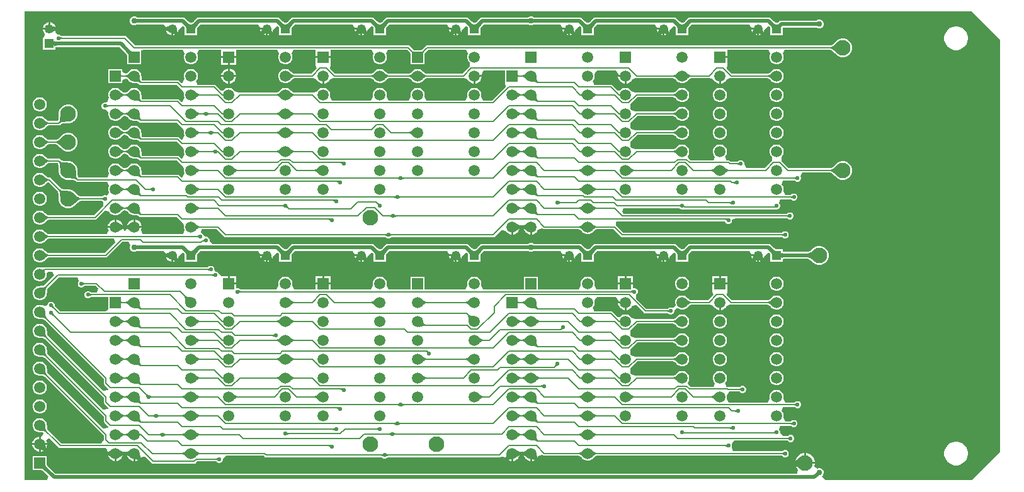
<source format=gbl>
G04*
G04 #@! TF.GenerationSoftware,Altium Limited,Altium Designer,21.0.9 (235)*
G04*
G04 Layer_Physical_Order=2*
G04 Layer_Color=16711680*
%FSLAX25Y25*%
%MOIN*%
G70*
G04*
G04 #@! TF.SameCoordinates,9810A963-8346-42D8-B9D0-F92D299A61E0*
G04*
G04*
G04 #@! TF.FilePolarity,Positive*
G04*
G01*
G75*
%ADD24C,0.00800*%
%ADD25C,0.02000*%
%ADD26C,0.08268*%
%ADD27R,0.04921X0.04921*%
%ADD28C,0.04921*%
%ADD29R,0.05906X0.05906*%
%ADD30C,0.05906*%
%ADD31C,0.05906*%
%ADD32R,0.05906X0.05906*%
%ADD33R,0.04921X0.04921*%
%ADD34C,0.02200*%
%ADD35C,0.03000*%
G36*
X112828Y119732D02*
X112771Y119548D01*
Y119336D01*
X112828Y119096D01*
X112941Y118827D01*
X113110Y118530D01*
X113337Y118205D01*
X113620Y117851D01*
X114355Y117059D01*
X112941Y115645D01*
X112531Y116041D01*
X111795Y116663D01*
X111470Y116890D01*
X111173Y117059D01*
X110904Y117172D01*
X110664Y117229D01*
X110452D01*
X110268Y117172D01*
X110112Y117059D01*
X112941Y119888D01*
X112828Y119732D01*
D02*
G37*
G36*
X522485Y113500D02*
X522465Y113494D01*
X522434Y113475D01*
X522392Y113443D01*
X522274Y113342D01*
X521902Y112987D01*
X521780Y112866D01*
X520366Y114280D01*
X521000Y114985D01*
X522485Y113500D01*
D02*
G37*
G36*
X618165Y344240D02*
X618165Y125760D01*
X603220Y110816D01*
X525721D01*
X523794Y112816D01*
X523803Y113050D01*
X524450Y113697D01*
X524800Y114542D01*
Y115457D01*
X524450Y116303D01*
X523803Y116950D01*
X522958Y117300D01*
X522043D01*
X521525Y117086D01*
X520658Y117550D01*
X519888Y118408D01*
X520134Y119324D01*
Y119500D01*
X512048D01*
Y117106D01*
X511678Y117466D01*
X510950Y118072D01*
X510591Y118318D01*
X510235Y118527D01*
X510057Y118613D01*
X510216Y118018D01*
X510892Y116848D01*
X511404Y116335D01*
X510826Y114490D01*
X510713Y114335D01*
X118260D01*
X114582Y118013D01*
X114238Y118384D01*
X113991Y118693D01*
X113801Y118966D01*
X113753Y119050D01*
Y119869D01*
X113756Y119888D01*
X113753Y119906D01*
Y123753D01*
X106247D01*
Y116247D01*
X110094D01*
X110112Y116244D01*
X110131Y116247D01*
X110950D01*
X111034Y116199D01*
X111298Y116016D01*
X111890Y115515D01*
X114589Y112816D01*
X113760Y110816D01*
X101835D01*
X101835Y359184D01*
X603220D01*
X618165Y344240D01*
D02*
G37*
%LPC*%
G36*
X115500Y353449D02*
Y350500D01*
X116757D01*
Y351722D01*
X116904Y351585D01*
X117062Y351462D01*
X117232Y351354D01*
X117412Y351260D01*
X117603Y351181D01*
X117805Y351116D01*
X118019Y351065D01*
X118243Y351029D01*
X118309Y351023D01*
X118225Y351336D01*
X117769Y352125D01*
X117125Y352769D01*
X116336Y353225D01*
X115500Y353449D01*
D02*
G37*
G36*
X114500D02*
X113664Y353225D01*
X112875Y352769D01*
X112231Y352125D01*
X111775Y351336D01*
X111551Y350500D01*
X114500D01*
Y353449D01*
D02*
G37*
G36*
X160458Y356600D02*
X159543D01*
X158697Y356250D01*
X158050Y355603D01*
X157700Y354757D01*
Y353842D01*
X158050Y352997D01*
X158697Y352350D01*
X159543Y352000D01*
X160458D01*
X161303Y352350D01*
X161372Y352419D01*
X161519Y352425D01*
X175252D01*
X175572Y352218D01*
X176433Y350869D01*
Y351000D01*
X176679Y351007D01*
X176915Y351029D01*
X177139Y351065D01*
X177352Y351116D01*
X177554Y351181D01*
X177746Y351260D01*
X177926Y351354D01*
X178095Y351462D01*
X178253Y351585D01*
X178400Y351722D01*
Y350500D01*
X180157D01*
Y350000D01*
X180657D01*
Y348129D01*
X182606Y349753D01*
X182595Y349554D01*
X182605Y349357D01*
X182635Y349162D01*
X182685Y348969D01*
X182754Y348778D01*
X182844Y348589D01*
X182953Y348403D01*
X183083Y348218D01*
X183107Y348188D01*
X183382Y348664D01*
X183618Y349544D01*
Y349692D01*
X185336Y351137D01*
X186257Y351121D01*
X186506Y350811D01*
X186697Y350537D01*
X186739Y350464D01*
Y346739D01*
X193261D01*
Y350464D01*
X193303Y350537D01*
X193488Y350802D01*
X193990Y351395D01*
X195021Y352425D01*
X225252D01*
X225572Y352218D01*
X226669Y350500D01*
X230157D01*
Y350000D01*
X230658D01*
Y348077D01*
X232614Y349864D01*
X232613Y349663D01*
X232630Y349465D01*
X232666Y349269D01*
X232722Y349076D01*
X232796Y348884D01*
X232889Y348695D01*
X233001Y348509D01*
X233133Y348324D01*
X233164Y348286D01*
X233382Y348664D01*
X233618Y349544D01*
Y349692D01*
X235336Y351137D01*
X236257Y351121D01*
X236506Y350811D01*
X236697Y350537D01*
X236739Y350464D01*
Y346739D01*
X243261D01*
Y350464D01*
X243303Y350537D01*
X243488Y350802D01*
X243990Y351395D01*
X245021Y352425D01*
X275252D01*
X275572Y352218D01*
X276669Y350500D01*
X280157D01*
Y350000D01*
X280658D01*
Y347942D01*
X282617Y350087D01*
X282632Y349886D01*
X282665Y349688D01*
X282715Y349492D01*
X282781Y349299D01*
X282865Y349108D01*
X282966Y348919D01*
X283084Y348733D01*
X283219Y348549D01*
X283276Y348481D01*
X283382Y348664D01*
X283618Y349544D01*
Y349692D01*
X285336Y351137D01*
X286257Y351121D01*
X286506Y350811D01*
X286697Y350537D01*
X286739Y350464D01*
Y346739D01*
X293261D01*
Y350464D01*
X293303Y350537D01*
X293488Y350802D01*
X293990Y351395D01*
X295021Y352425D01*
X325252D01*
X325572Y352218D01*
X326669Y350500D01*
X330157D01*
Y350000D01*
X330658D01*
Y348015D01*
X332618Y349975D01*
X332625Y349774D01*
X332650Y349576D01*
X332693Y349379D01*
X332754Y349185D01*
X332833Y348994D01*
X332930Y348805D01*
X333045Y348619D01*
X333178Y348434D01*
X333220Y348384D01*
X333382Y348664D01*
X333618Y349544D01*
Y349692D01*
X335336Y351137D01*
X336257Y351121D01*
X336506Y350811D01*
X336697Y350537D01*
X336739Y350464D01*
Y346739D01*
X343261D01*
Y350464D01*
X343303Y350537D01*
X343488Y350802D01*
X343990Y351395D01*
X345021Y352425D01*
X368316D01*
X368581Y352411D01*
X368681Y352311D01*
X369527Y351961D01*
X370442D01*
X371287Y352311D01*
X371388Y352411D01*
X371653Y352425D01*
X385252D01*
X385572Y352218D01*
X386668Y350500D01*
X390158D01*
Y350000D01*
X390657D01*
Y348015D01*
X392618Y349975D01*
X392625Y349774D01*
X392650Y349576D01*
X392693Y349379D01*
X392754Y349185D01*
X392833Y348994D01*
X392930Y348805D01*
X393045Y348619D01*
X393178Y348434D01*
X393220Y348384D01*
X393382Y348664D01*
X393618Y349544D01*
Y349692D01*
X395336Y351137D01*
X396257Y351121D01*
X396506Y350811D01*
X396697Y350537D01*
X396739Y350464D01*
Y346739D01*
X403261D01*
Y350464D01*
X403303Y350537D01*
X403488Y350802D01*
X403990Y351395D01*
X405021Y352425D01*
X435252D01*
X435572Y352218D01*
X436668Y350500D01*
X440158D01*
Y350000D01*
X440658D01*
Y348015D01*
X442618Y349975D01*
X442625Y349774D01*
X442650Y349576D01*
X442693Y349379D01*
X442754Y349185D01*
X442833Y348994D01*
X442930Y348805D01*
X443045Y348619D01*
X443178Y348434D01*
X443220Y348384D01*
X443382Y348664D01*
X443618Y349544D01*
Y349692D01*
X445336Y351137D01*
X446257Y351121D01*
X446506Y350811D01*
X446697Y350537D01*
X446739Y350464D01*
Y346739D01*
X453261D01*
Y350464D01*
X453303Y350537D01*
X453488Y350802D01*
X453990Y351395D01*
X455021Y352425D01*
X485252D01*
X485572Y352218D01*
X486668Y350500D01*
X490158D01*
Y350000D01*
X490658D01*
Y348015D01*
X492618Y349975D01*
X492625Y349774D01*
X492650Y349576D01*
X492693Y349379D01*
X492754Y349185D01*
X492833Y348994D01*
X492930Y348805D01*
X493045Y348619D01*
X493178Y348434D01*
X493220Y348384D01*
X493382Y348664D01*
X493618Y349544D01*
Y349692D01*
X495336Y351137D01*
X496257Y351121D01*
X496506Y350811D01*
X496697Y350537D01*
X496739Y350464D01*
Y346739D01*
X503261D01*
Y350665D01*
X521083D01*
X521197Y350550D01*
X522043Y350200D01*
X522958D01*
X523803Y350550D01*
X524450Y351197D01*
X524800Y352043D01*
Y352958D01*
X524450Y353803D01*
X523803Y354450D01*
X522958Y354800D01*
X522043D01*
X521197Y354450D01*
X521097Y354349D01*
X520831Y354335D01*
X502500D01*
X501798Y354196D01*
X501202Y353798D01*
X500665Y353261D01*
X499536D01*
X499463Y353303D01*
X499198Y353488D01*
X498605Y353990D01*
X497037Y355558D01*
X496442Y355956D01*
X495739Y356096D01*
X454261D01*
X453558Y355956D01*
X452963Y355558D01*
X451490Y354086D01*
X451121Y353743D01*
X450811Y353494D01*
X450537Y353303D01*
X450464Y353261D01*
X449536D01*
X449463Y353303D01*
X449198Y353488D01*
X448605Y353990D01*
X447037Y355558D01*
X446442Y355956D01*
X445739Y356096D01*
X404261D01*
X403558Y355956D01*
X402963Y355558D01*
X401490Y354086D01*
X401121Y353743D01*
X400811Y353494D01*
X400537Y353303D01*
X400464Y353261D01*
X399536D01*
X399463Y353303D01*
X399198Y353488D01*
X398605Y353990D01*
X397037Y355558D01*
X396442Y355956D01*
X395739Y356096D01*
X371402D01*
X371287Y356210D01*
X370442Y356561D01*
X369527D01*
X368681Y356210D01*
X368567Y356096D01*
X344261D01*
X343558Y355956D01*
X342963Y355558D01*
X341490Y354086D01*
X341121Y353743D01*
X340811Y353494D01*
X340537Y353303D01*
X340464Y353261D01*
X339536D01*
X339463Y353303D01*
X339198Y353488D01*
X338605Y353990D01*
X337037Y355558D01*
X336442Y355956D01*
X335739Y356096D01*
X294261D01*
X293558Y355956D01*
X292963Y355558D01*
X291490Y354086D01*
X291121Y353743D01*
X290811Y353494D01*
X290537Y353303D01*
X290464Y353261D01*
X289536D01*
X289463Y353303D01*
X289198Y353488D01*
X288605Y353990D01*
X287037Y355558D01*
X286442Y355956D01*
X285739Y356096D01*
X244261D01*
X243558Y355956D01*
X242963Y355558D01*
X241490Y354086D01*
X241121Y353743D01*
X240811Y353494D01*
X240537Y353303D01*
X240464Y353261D01*
X239536D01*
X239463Y353303D01*
X239198Y353488D01*
X238605Y353990D01*
X237037Y355558D01*
X236442Y355956D01*
X235739Y356096D01*
X194261D01*
X193558Y355956D01*
X192963Y355558D01*
X191490Y354086D01*
X191121Y353743D01*
X190811Y353494D01*
X190537Y353303D01*
X190464Y353261D01*
X189536D01*
X189463Y353303D01*
X189198Y353488D01*
X188605Y353990D01*
X187037Y355558D01*
X186442Y355956D01*
X185739Y356096D01*
X161457D01*
X161303Y356250D01*
X160458Y356600D01*
D02*
G37*
G36*
X227543Y349500D02*
X226709D01*
X226933Y348664D01*
X226983Y348577D01*
X227061Y348669D01*
X227198Y348852D01*
X227318Y349037D01*
X227423Y349225D01*
X227511Y349415D01*
X227543Y349500D01*
D02*
G37*
G36*
X277602D02*
X276709D01*
X276933Y348664D01*
X277039Y348481D01*
X277096Y348549D01*
X277231Y348733D01*
X277349Y348919D01*
X277450Y349108D01*
X277534Y349299D01*
X277600Y349492D01*
X277602Y349500D01*
D02*
G37*
G36*
X487648D02*
X486709D01*
X486933Y348664D01*
X487095Y348384D01*
X487137Y348434D01*
X487270Y348619D01*
X487385Y348805D01*
X487482Y348994D01*
X487561Y349185D01*
X487622Y349379D01*
X487648Y349500D01*
D02*
G37*
G36*
X437648D02*
X436709D01*
X436933Y348664D01*
X437095Y348384D01*
X437137Y348434D01*
X437270Y348619D01*
X437385Y348805D01*
X437482Y348994D01*
X437561Y349185D01*
X437622Y349379D01*
X437648Y349500D01*
D02*
G37*
G36*
X387648D02*
X386709D01*
X386933Y348664D01*
X387095Y348384D01*
X387137Y348434D01*
X387270Y348619D01*
X387385Y348805D01*
X387482Y348994D01*
X387561Y349185D01*
X387622Y349379D01*
X387648Y349500D01*
D02*
G37*
G36*
X327688D02*
X326709D01*
X326933Y348664D01*
X327151Y348286D01*
X327182Y348324D01*
X327313Y348509D01*
X327426Y348695D01*
X327519Y348884D01*
X327593Y349076D01*
X327649Y349269D01*
X327685Y349465D01*
X327688Y349500D01*
D02*
G37*
G36*
X179657D02*
X178400D01*
Y348278D01*
X178253Y348415D01*
X178095Y348538D01*
X177926Y348646D01*
X177746Y348740D01*
X177554Y348819D01*
X177352Y348884D01*
X177139Y348935D01*
X176915Y348971D01*
X176849Y348977D01*
X176933Y348664D01*
X177388Y347875D01*
X178033Y347231D01*
X178822Y346775D01*
X179657Y346551D01*
Y349500D01*
D02*
G37*
G36*
X329658D02*
X328099D01*
X329658Y348077D01*
Y349500D01*
D02*
G37*
G36*
X489657D02*
X488172D01*
X489657Y348015D01*
Y349500D01*
D02*
G37*
G36*
X439657D02*
X438172D01*
X439657Y348015D01*
Y349500D01*
D02*
G37*
G36*
X389657D02*
X388172D01*
X389657Y348015D01*
Y349500D01*
D02*
G37*
G36*
X279658D02*
X278234D01*
X279658Y347942D01*
Y349500D01*
D02*
G37*
G36*
X229658D02*
X228287D01*
X229658Y347855D01*
Y349500D01*
D02*
G37*
G36*
X490658Y347491D02*
Y346551D01*
X491493Y346775D01*
X491774Y346937D01*
X491723Y346979D01*
X491539Y347112D01*
X491352Y347227D01*
X491163Y347324D01*
X490972Y347404D01*
X490778Y347464D01*
X490658Y347491D01*
D02*
G37*
G36*
X440658D02*
Y346551D01*
X441493Y346775D01*
X441774Y346937D01*
X441723Y346979D01*
X441539Y347112D01*
X441352Y347227D01*
X441163Y347324D01*
X440972Y347404D01*
X440778Y347464D01*
X440658Y347491D01*
D02*
G37*
G36*
X390657D02*
Y346551D01*
X391493Y346775D01*
X391774Y346937D01*
X391723Y346979D01*
X391539Y347112D01*
X391352Y347227D01*
X391163Y347324D01*
X390972Y347404D01*
X390778Y347464D01*
X390657Y347491D01*
D02*
G37*
G36*
X330658D02*
Y346551D01*
X331493Y346775D01*
X331774Y346937D01*
X331723Y346979D01*
X331539Y347112D01*
X331352Y347227D01*
X331163Y347324D01*
X330972Y347404D01*
X330778Y347464D01*
X330658Y347491D01*
D02*
G37*
G36*
X280658Y347531D02*
Y346551D01*
X281493Y346775D01*
X281871Y346993D01*
X281834Y347025D01*
X281649Y347156D01*
X281462Y347268D01*
X281273Y347361D01*
X281082Y347436D01*
X280888Y347491D01*
X280692Y347528D01*
X280658Y347531D01*
D02*
G37*
G36*
X230658Y347445D02*
Y346551D01*
X231493Y346775D01*
X231677Y346881D01*
X231608Y346939D01*
X231424Y347074D01*
X231238Y347192D01*
X231050Y347292D01*
X230859Y347376D01*
X230666Y347443D01*
X230658Y347445D01*
D02*
G37*
G36*
X180657Y347386D02*
Y346551D01*
X181493Y346775D01*
X181580Y346825D01*
X181488Y346903D01*
X181305Y347040D01*
X181120Y347161D01*
X180932Y347265D01*
X180743Y347354D01*
X180657Y347386D01*
D02*
G37*
G36*
X489657Y347491D02*
X489537Y347464D01*
X489343Y347404D01*
X489152Y347324D01*
X488963Y347227D01*
X488776Y347112D01*
X488592Y346979D01*
X488541Y346937D01*
X488822Y346775D01*
X489657Y346551D01*
Y347491D01*
D02*
G37*
G36*
X439657D02*
X439537Y347464D01*
X439343Y347404D01*
X439152Y347324D01*
X438963Y347227D01*
X438776Y347112D01*
X438592Y346979D01*
X438541Y346937D01*
X438822Y346775D01*
X439657Y346551D01*
Y347491D01*
D02*
G37*
G36*
X389657D02*
X389537Y347464D01*
X389343Y347404D01*
X389152Y347324D01*
X388963Y347227D01*
X388776Y347112D01*
X388592Y346979D01*
X388541Y346937D01*
X388822Y346775D01*
X389657Y346551D01*
Y347491D01*
D02*
G37*
G36*
X329658Y347445D02*
X329649Y347443D01*
X329456Y347376D01*
X329265Y347292D01*
X329077Y347192D01*
X328890Y347074D01*
X328707Y346939D01*
X328638Y346881D01*
X328822Y346775D01*
X329658Y346551D01*
Y347445D01*
D02*
G37*
G36*
X279658Y347531D02*
X279623Y347528D01*
X279427Y347491D01*
X279233Y347436D01*
X279042Y347361D01*
X278853Y347268D01*
X278666Y347156D01*
X278482Y347025D01*
X278444Y346993D01*
X278822Y346775D01*
X279658Y346551D01*
Y347531D01*
D02*
G37*
G36*
X229658Y347559D02*
X229514Y347552D01*
X229319Y347523D01*
X229126Y347473D01*
X228935Y347403D01*
X228747Y347314D01*
X228560Y347204D01*
X228375Y347075D01*
X228345Y347050D01*
X228822Y346775D01*
X229658Y346551D01*
Y347559D01*
D02*
G37*
G36*
X595616Y351250D02*
X594384D01*
X593177Y351010D01*
X592039Y350539D01*
X591016Y349855D01*
X590145Y348984D01*
X589461Y347960D01*
X588990Y346823D01*
X588750Y345616D01*
Y344384D01*
X588990Y343177D01*
X589461Y342039D01*
X590145Y341016D01*
X591016Y340145D01*
X592039Y339461D01*
X593177Y338990D01*
X594384Y338750D01*
X595616D01*
X596823Y338990D01*
X597961Y339461D01*
X598984Y340145D01*
X599855Y341016D01*
X600539Y342039D01*
X601010Y343177D01*
X601250Y344384D01*
Y345616D01*
X601010Y346823D01*
X600539Y347960D01*
X599855Y348984D01*
X598984Y349855D01*
X597961Y350539D01*
X596823Y351010D01*
X595616Y351250D01*
D02*
G37*
G36*
X116757Y349500D02*
X115000D01*
X111551D01*
X111775Y348664D01*
X112231Y347875D01*
X112719Y347387D01*
X112644Y346702D01*
X112069Y345387D01*
X111739D01*
Y338865D01*
X118261D01*
Y340117D01*
X118307Y340145D01*
X118421Y340191D01*
X118595Y340238D01*
X118827Y340276D01*
X118993Y340291D01*
X152114D01*
X155422Y336982D01*
X155765Y336613D01*
X156014Y336303D01*
X156205Y336029D01*
X156247Y335956D01*
Y331247D01*
X163753D01*
Y338753D01*
X165743Y338776D01*
X185641D01*
X186069Y338312D01*
X186692Y336776D01*
X186503Y336449D01*
X186247Y335494D01*
Y334506D01*
X186503Y333552D01*
X186997Y332696D01*
X187696Y331997D01*
X188551Y331503D01*
X189506Y331247D01*
X190494D01*
X191448Y331503D01*
X192304Y331997D01*
X193003Y332696D01*
X193497Y333552D01*
X193753Y334506D01*
Y335494D01*
X193497Y336449D01*
X193308Y336776D01*
X193931Y338312D01*
X194359Y338776D01*
X206047D01*
Y335500D01*
X213953D01*
Y338776D01*
X235641D01*
X236069Y338312D01*
X236692Y336776D01*
X236503Y336449D01*
X236247Y335494D01*
Y334506D01*
X236503Y333552D01*
X236997Y332696D01*
X237696Y331997D01*
X238551Y331503D01*
X239506Y331247D01*
X240494D01*
X241448Y331503D01*
X242304Y331997D01*
X243003Y332696D01*
X243497Y333552D01*
X243753Y334506D01*
Y335494D01*
X243497Y336449D01*
X243308Y336776D01*
X243931Y338312D01*
X244359Y338776D01*
X256047D01*
Y335500D01*
X263953D01*
Y338776D01*
X285641D01*
X286069Y338312D01*
X286692Y336776D01*
X286503Y336449D01*
X286247Y335494D01*
Y334506D01*
X286503Y333552D01*
X286997Y332696D01*
X287696Y331997D01*
X288551Y331503D01*
X289506Y331247D01*
X290494D01*
X291448Y331503D01*
X292304Y331997D01*
X293003Y332696D01*
X293497Y333552D01*
X293753Y334506D01*
Y335494D01*
X293497Y336449D01*
X293308Y336776D01*
X293931Y338312D01*
X294359Y338776D01*
X304493D01*
X306055Y337215D01*
X306173Y337088D01*
X306247Y336996D01*
Y331247D01*
X313753D01*
Y336994D01*
X313915Y337185D01*
X315507Y338776D01*
X335641D01*
X336069Y338312D01*
X336692Y336776D01*
X336503Y336449D01*
X336247Y335494D01*
Y334506D01*
X336503Y333552D01*
X336997Y332696D01*
X337444Y332249D01*
X337594Y331444D01*
X337574Y331140D01*
X337431Y330132D01*
X337308Y329911D01*
X333620Y326223D01*
X314639D01*
X314628Y326224D01*
X314525Y326249D01*
X314385Y326301D01*
X314213Y326385D01*
X314014Y326504D01*
X313789Y326658D01*
X313550Y326844D01*
X312987Y327345D01*
X312683Y327647D01*
X312618Y327689D01*
X312304Y328003D01*
X311449Y328497D01*
X310494Y328753D01*
X309506D01*
X308552Y328497D01*
X307696Y328003D01*
X307382Y327689D01*
X307317Y327647D01*
X307013Y327345D01*
X306450Y326844D01*
X306211Y326658D01*
X305986Y326504D01*
X305787Y326385D01*
X305615Y326301D01*
X305475Y326249D01*
X305372Y326224D01*
X305361Y326223D01*
X294639D01*
X294628Y326224D01*
X294525Y326249D01*
X294385Y326301D01*
X294213Y326385D01*
X294014Y326504D01*
X293789Y326658D01*
X293550Y326844D01*
X292987Y327345D01*
X292683Y327647D01*
X292618Y327689D01*
X292304Y328003D01*
X291448Y328497D01*
X290494Y328753D01*
X289506D01*
X288551Y328497D01*
X287696Y328003D01*
X287382Y327689D01*
X287317Y327647D01*
X287013Y327345D01*
X286450Y326844D01*
X286211Y326658D01*
X285986Y326504D01*
X285787Y326385D01*
X285615Y326301D01*
X285475Y326249D01*
X285372Y326224D01*
X285361Y326223D01*
X266380D01*
X263556Y329047D01*
X263953Y331047D01*
X263953Y331452D01*
Y334500D01*
X256047D01*
Y331452D01*
X256047Y331047D01*
X256444Y329047D01*
X253620Y326223D01*
X244639D01*
X244628Y326224D01*
X244525Y326249D01*
X244385Y326301D01*
X244213Y326385D01*
X244014Y326504D01*
X243789Y326658D01*
X243550Y326844D01*
X242987Y327345D01*
X242683Y327647D01*
X242618Y327689D01*
X242304Y328003D01*
X241448Y328497D01*
X240494Y328753D01*
X239506D01*
X238551Y328497D01*
X237696Y328003D01*
X236997Y327304D01*
X236503Y326448D01*
X236247Y325494D01*
Y324506D01*
X236503Y323552D01*
X236997Y322696D01*
X237696Y321997D01*
X238551Y321503D01*
X239506Y321247D01*
X240494D01*
X241448Y321503D01*
X242304Y321997D01*
X242618Y322311D01*
X242683Y322353D01*
X242987Y322655D01*
X243550Y323156D01*
X243789Y323342D01*
X244014Y323496D01*
X244213Y323615D01*
X244385Y323699D01*
X244525Y323751D01*
X244628Y323776D01*
X244639Y323777D01*
X254127D01*
X254595Y323870D01*
X256241Y323221D01*
X256625Y322939D01*
X256837Y322573D01*
X257573Y321837D01*
X258474Y321317D01*
X259480Y321047D01*
X259500D01*
Y325000D01*
X260500D01*
Y321047D01*
X260520D01*
X261526Y321317D01*
X262427Y321837D01*
X263163Y322573D01*
X263375Y322939D01*
X263872Y323304D01*
X264079Y323405D01*
X265405Y323870D01*
X265873Y323777D01*
X285361D01*
X285372Y323776D01*
X285475Y323751D01*
X285615Y323699D01*
X285787Y323615D01*
X285986Y323496D01*
X286211Y323342D01*
X286450Y323156D01*
X287013Y322655D01*
X287317Y322353D01*
X287382Y322311D01*
X287696Y321997D01*
X288551Y321503D01*
X289506Y321247D01*
X290494D01*
X291448Y321503D01*
X292304Y321997D01*
X292618Y322311D01*
X292683Y322353D01*
X292987Y322655D01*
X293550Y323156D01*
X293789Y323342D01*
X294014Y323496D01*
X294213Y323615D01*
X294385Y323699D01*
X294525Y323751D01*
X294628Y323776D01*
X294639Y323777D01*
X305361D01*
X305372Y323776D01*
X305475Y323751D01*
X305615Y323699D01*
X305787Y323615D01*
X305986Y323496D01*
X306211Y323342D01*
X306450Y323156D01*
X307013Y322655D01*
X307317Y322353D01*
X307382Y322311D01*
X307696Y321997D01*
X308552Y321503D01*
X309506Y321247D01*
X310494D01*
X311449Y321503D01*
X312304Y321997D01*
X312618Y322311D01*
X312683Y322353D01*
X312987Y322655D01*
X313550Y323156D01*
X313789Y323342D01*
X314014Y323496D01*
X314213Y323615D01*
X314385Y323699D01*
X314525Y323751D01*
X314628Y323776D01*
X314639Y323777D01*
X334127D01*
X334595Y323870D01*
X336241Y323221D01*
X336625Y322939D01*
X336837Y322573D01*
X337573Y321837D01*
X338474Y321317D01*
X339480Y321047D01*
X339500D01*
Y325000D01*
X340000D01*
Y325500D01*
X343953D01*
Y325520D01*
X343843Y325929D01*
X344677Y327456D01*
X345182Y327929D01*
X356247D01*
Y321247D01*
X356247D01*
X356644Y319247D01*
X349468Y312071D01*
X344952D01*
X344387Y312645D01*
X343636Y314071D01*
X343753Y314506D01*
Y315494D01*
X343497Y316448D01*
X343003Y317304D01*
X342304Y318003D01*
X341448Y318497D01*
X340494Y318753D01*
X339506D01*
X338551Y318497D01*
X337696Y318003D01*
X336997Y317304D01*
X336503Y316448D01*
X336247Y315494D01*
Y314506D01*
X336364Y314071D01*
X335613Y312645D01*
X335049Y312071D01*
X314951D01*
X314387Y312645D01*
X313636Y314071D01*
X313753Y314506D01*
Y315494D01*
X313497Y316448D01*
X313003Y317304D01*
X312304Y318003D01*
X311449Y318497D01*
X310494Y318753D01*
X309506D01*
X308552Y318497D01*
X307696Y318003D01*
X306997Y317304D01*
X306503Y316448D01*
X306247Y315494D01*
Y314506D01*
X306364Y314071D01*
X305613Y312645D01*
X305048Y312071D01*
X294952D01*
X294387Y312645D01*
X293636Y314071D01*
X293753Y314506D01*
Y315494D01*
X293497Y316448D01*
X293003Y317304D01*
X292304Y318003D01*
X291448Y318497D01*
X290494Y318753D01*
X289506D01*
X288551Y318497D01*
X287696Y318003D01*
X286997Y317304D01*
X286503Y316448D01*
X286247Y315494D01*
Y314506D01*
X286364Y314071D01*
X285613Y312645D01*
X285049Y312071D01*
X264951D01*
X264387Y312645D01*
X263636Y314071D01*
X263753Y314506D01*
Y315494D01*
X263497Y316448D01*
X263003Y317304D01*
X262304Y318003D01*
X261449Y318497D01*
X260494Y318753D01*
X259506D01*
X258552Y318497D01*
X257696Y318003D01*
X256997Y317304D01*
X256772Y316914D01*
X256209Y316582D01*
X254611Y316133D01*
X254595Y316130D01*
X254127Y316224D01*
X244639D01*
X244628Y316224D01*
X244525Y316249D01*
X244385Y316301D01*
X244213Y316385D01*
X244014Y316504D01*
X243789Y316658D01*
X243550Y316844D01*
X242987Y317345D01*
X242683Y317647D01*
X242618Y317689D01*
X242304Y318003D01*
X241448Y318497D01*
X240494Y318753D01*
X239506D01*
X238551Y318497D01*
X237696Y318003D01*
X237382Y317689D01*
X237317Y317647D01*
X237013Y317345D01*
X236450Y316844D01*
X236211Y316658D01*
X235986Y316504D01*
X235787Y316385D01*
X235615Y316301D01*
X235475Y316249D01*
X235372Y316224D01*
X235361Y316224D01*
X215873D01*
X215405Y316130D01*
X215380Y316135D01*
X214090Y316440D01*
X213943Y316493D01*
X213228Y316914D01*
X213003Y317304D01*
X212304Y318003D01*
X211449Y318497D01*
X210494Y318753D01*
X209506D01*
X208552Y318497D01*
X207696Y318003D01*
X206997Y317304D01*
X206051Y317180D01*
X203212Y320018D01*
X202816Y320283D01*
X202347Y320376D01*
X193390D01*
X193106Y320799D01*
X192683Y322376D01*
X193003Y322696D01*
X193497Y323552D01*
X193753Y324506D01*
Y325494D01*
X193497Y326448D01*
X193003Y327304D01*
X192304Y328003D01*
X191448Y328497D01*
X190494Y328753D01*
X189506D01*
X188551Y328497D01*
X187696Y328003D01*
X186997Y327304D01*
X186503Y326448D01*
X186247Y325494D01*
Y324506D01*
X186503Y323552D01*
X185633Y321508D01*
X185527Y321416D01*
X185045Y321282D01*
X184914Y321316D01*
X183865Y322365D01*
X183468Y322630D01*
X183000Y322724D01*
X164064D01*
X164020Y322819D01*
X163958Y323000D01*
X163901Y323225D01*
X163852Y323493D01*
X163814Y323794D01*
X163770Y324546D01*
X163768Y324975D01*
X163753Y325051D01*
Y325494D01*
X163497Y326448D01*
X163003Y327304D01*
X162304Y328003D01*
X161449Y328497D01*
X160494Y328753D01*
X159506D01*
X158552Y328497D01*
X157696Y328003D01*
X157382Y327689D01*
X157317Y327647D01*
X157013Y327345D01*
X156450Y326844D01*
X156211Y326658D01*
X155986Y326504D01*
X155787Y326385D01*
X155753Y326368D01*
X154930Y326621D01*
X154755Y326703D01*
X153753Y327335D01*
Y328753D01*
X146247D01*
Y321247D01*
X153753D01*
Y322665D01*
X154755Y323297D01*
X154930Y323379D01*
X155753Y323632D01*
X155787Y323615D01*
X155986Y323496D01*
X156211Y323342D01*
X156450Y323156D01*
X157013Y322655D01*
X157317Y322353D01*
X157382Y322311D01*
X157696Y321997D01*
X158552Y321503D01*
X159506Y321247D01*
X159949D01*
X160025Y321232D01*
X160454Y321230D01*
X161206Y321186D01*
X161507Y321148D01*
X161775Y321099D01*
X162000Y321042D01*
X162181Y320980D01*
X162316Y320917D01*
X162407Y320862D01*
X162415Y320855D01*
X162635Y320635D01*
X163032Y320370D01*
X163500Y320276D01*
X182493D01*
X184482Y318288D01*
X184879Y318022D01*
X185079Y317983D01*
X185612Y317409D01*
X186364Y315929D01*
X186247Y315494D01*
Y314506D01*
X186503Y313551D01*
X185633Y311508D01*
X185527Y311416D01*
X185045Y311282D01*
X184914Y311316D01*
X183865Y312365D01*
X183468Y312630D01*
X183000Y312723D01*
X164064D01*
X164020Y312819D01*
X163958Y313000D01*
X163901Y313225D01*
X163852Y313493D01*
X163814Y313794D01*
X163770Y314546D01*
X163768Y314975D01*
X163753Y315051D01*
Y315494D01*
X163497Y316448D01*
X163003Y317304D01*
X162304Y318003D01*
X161449Y318497D01*
X160494Y318753D01*
X159506D01*
X158552Y318497D01*
X157696Y318003D01*
X157382Y317689D01*
X157317Y317647D01*
X157013Y317345D01*
X156450Y316844D01*
X156211Y316658D01*
X155986Y316504D01*
X155787Y316385D01*
X155615Y316301D01*
X155475Y316249D01*
X155372Y316224D01*
X155361Y316224D01*
X154639D01*
X154628Y316224D01*
X154525Y316249D01*
X154385Y316301D01*
X154213Y316385D01*
X154014Y316504D01*
X153789Y316658D01*
X153550Y316844D01*
X152987Y317345D01*
X152682Y317647D01*
X152618Y317689D01*
X152304Y318003D01*
X151449Y318497D01*
X150494Y318753D01*
X149506D01*
X148551Y318497D01*
X147696Y318003D01*
X146997Y317304D01*
X146503Y316448D01*
X146247Y315494D01*
Y314506D01*
X146503Y313551D01*
X146522Y313519D01*
X145850Y311465D01*
X145633Y311232D01*
X145004Y311001D01*
X144878Y311053D01*
X144122D01*
X143424Y310764D01*
X142889Y310229D01*
X142600Y309531D01*
Y308775D01*
X142889Y308077D01*
X143424Y307542D01*
X144122Y307253D01*
X144745D01*
X144892Y307186D01*
X145008Y307108D01*
X146296Y305675D01*
X146247Y305494D01*
Y304506D01*
X146503Y303552D01*
X146997Y302696D01*
X147696Y301997D01*
X148551Y301503D01*
X149506Y301247D01*
X150494D01*
X151449Y301503D01*
X152304Y301997D01*
X152618Y302311D01*
X152682Y302353D01*
X152987Y302655D01*
X153550Y303156D01*
X153789Y303342D01*
X154014Y303496D01*
X154213Y303615D01*
X154385Y303699D01*
X154525Y303751D01*
X154628Y303776D01*
X154639Y303777D01*
X155361D01*
X155372Y303776D01*
X155475Y303751D01*
X155615Y303699D01*
X155787Y303615D01*
X155986Y303496D01*
X156211Y303342D01*
X156450Y303156D01*
X157013Y302655D01*
X157317Y302353D01*
X157382Y302311D01*
X157696Y301997D01*
X158552Y301503D01*
X159506Y301247D01*
X159949D01*
X160025Y301232D01*
X160454Y301230D01*
X161206Y301186D01*
X161507Y301148D01*
X161775Y301099D01*
X162000Y301042D01*
X162181Y300980D01*
X162316Y300917D01*
X162407Y300862D01*
X162415Y300855D01*
X162635Y300635D01*
X163032Y300370D01*
X163500Y300276D01*
X182493D01*
X184482Y298288D01*
X184879Y298022D01*
X185079Y297983D01*
X185612Y297409D01*
X186364Y295929D01*
X186247Y295494D01*
Y294506D01*
X186503Y293551D01*
X185633Y291508D01*
X185527Y291416D01*
X185045Y291282D01*
X184914Y291316D01*
X183865Y292365D01*
X183468Y292630D01*
X183000Y292723D01*
X164064D01*
X164020Y292819D01*
X163958Y293000D01*
X163901Y293225D01*
X163852Y293493D01*
X163814Y293794D01*
X163770Y294546D01*
X163768Y294975D01*
X163753Y295051D01*
Y295494D01*
X163497Y296448D01*
X163003Y297304D01*
X162304Y298003D01*
X161449Y298497D01*
X160494Y298753D01*
X159506D01*
X158552Y298497D01*
X157696Y298003D01*
X157382Y297689D01*
X157317Y297647D01*
X157013Y297345D01*
X156450Y296844D01*
X156211Y296658D01*
X155986Y296504D01*
X155787Y296385D01*
X155615Y296301D01*
X155475Y296249D01*
X155372Y296224D01*
X155361Y296223D01*
X154639D01*
X154628Y296224D01*
X154525Y296249D01*
X154385Y296301D01*
X154213Y296385D01*
X154014Y296504D01*
X153789Y296658D01*
X153550Y296844D01*
X152987Y297345D01*
X152682Y297647D01*
X152618Y297689D01*
X152304Y298003D01*
X151449Y298497D01*
X150494Y298753D01*
X149506D01*
X148551Y298497D01*
X147696Y298003D01*
X146997Y297304D01*
X146503Y296448D01*
X146247Y295494D01*
Y294506D01*
X146503Y293551D01*
X146997Y292696D01*
X147696Y291997D01*
X148551Y291503D01*
X149506Y291247D01*
X150494D01*
X151449Y291503D01*
X152304Y291997D01*
X152618Y292311D01*
X152682Y292353D01*
X152987Y292655D01*
X153550Y293156D01*
X153789Y293342D01*
X154014Y293496D01*
X154213Y293615D01*
X154385Y293699D01*
X154525Y293751D01*
X154628Y293776D01*
X154639Y293776D01*
X155361D01*
X155372Y293776D01*
X155475Y293751D01*
X155615Y293699D01*
X155787Y293615D01*
X155986Y293496D01*
X156211Y293342D01*
X156450Y293156D01*
X157013Y292655D01*
X157317Y292353D01*
X157382Y292311D01*
X157696Y291997D01*
X158552Y291503D01*
X159506Y291247D01*
X159949D01*
X160025Y291232D01*
X160454Y291230D01*
X161206Y291186D01*
X161507Y291148D01*
X161775Y291099D01*
X162000Y291042D01*
X162181Y290980D01*
X162316Y290917D01*
X162407Y290862D01*
X162415Y290855D01*
X162635Y290635D01*
X163032Y290370D01*
X163500Y290277D01*
X182493D01*
X184482Y288288D01*
X184879Y288022D01*
X185079Y287983D01*
X185612Y287409D01*
X186364Y285929D01*
X186247Y285494D01*
Y284506D01*
X186503Y283552D01*
X185633Y281508D01*
X185527Y281416D01*
X185045Y281282D01*
X184914Y281316D01*
X183865Y282365D01*
X183468Y282630D01*
X183000Y282723D01*
X164064D01*
X164020Y282819D01*
X163958Y283000D01*
X163901Y283225D01*
X163852Y283493D01*
X163814Y283794D01*
X163770Y284546D01*
X163768Y284975D01*
X163753Y285051D01*
Y285494D01*
X163497Y286449D01*
X163003Y287304D01*
X162304Y288003D01*
X161449Y288497D01*
X160494Y288753D01*
X159506D01*
X158552Y288497D01*
X157696Y288003D01*
X157382Y287689D01*
X157317Y287647D01*
X157013Y287345D01*
X156450Y286844D01*
X156211Y286658D01*
X155986Y286504D01*
X155787Y286385D01*
X155615Y286301D01*
X155475Y286249D01*
X155372Y286224D01*
X155361Y286224D01*
X154639D01*
X154628Y286224D01*
X154525Y286249D01*
X154385Y286301D01*
X154213Y286385D01*
X154014Y286504D01*
X153789Y286658D01*
X153550Y286844D01*
X152987Y287345D01*
X152682Y287647D01*
X152618Y287689D01*
X152304Y288003D01*
X151449Y288497D01*
X150494Y288753D01*
X149506D01*
X148551Y288497D01*
X147696Y288003D01*
X146997Y287304D01*
X146503Y286449D01*
X146247Y285494D01*
Y284506D01*
X146503Y283552D01*
X146997Y282696D01*
X147696Y281997D01*
X148551Y281503D01*
X149506Y281247D01*
X150494D01*
X151449Y281503D01*
X152304Y281997D01*
X152618Y282311D01*
X152682Y282353D01*
X152987Y282655D01*
X153550Y283156D01*
X153789Y283342D01*
X154014Y283496D01*
X154213Y283615D01*
X154385Y283699D01*
X154525Y283751D01*
X154628Y283776D01*
X154639Y283776D01*
X155361D01*
X155372Y283776D01*
X155475Y283751D01*
X155615Y283699D01*
X155787Y283615D01*
X155986Y283496D01*
X156211Y283342D01*
X156450Y283156D01*
X157013Y282655D01*
X157317Y282353D01*
X157382Y282311D01*
X157696Y281997D01*
X158552Y281503D01*
X159506Y281247D01*
X159949D01*
X160025Y281232D01*
X160454Y281229D01*
X161206Y281186D01*
X161507Y281148D01*
X161775Y281099D01*
X162000Y281042D01*
X162181Y280980D01*
X162316Y280917D01*
X162407Y280861D01*
X162415Y280855D01*
X162635Y280635D01*
X163032Y280370D01*
X163500Y280276D01*
X182493D01*
X184482Y278288D01*
X184879Y278022D01*
X185079Y277982D01*
X185612Y277409D01*
X186364Y275929D01*
X186247Y275494D01*
Y274506D01*
X186503Y273552D01*
X185633Y271508D01*
X185527Y271416D01*
X185045Y271282D01*
X184914Y271316D01*
X183865Y272365D01*
X183468Y272630D01*
X183000Y272724D01*
X164064D01*
X164020Y272819D01*
X163958Y273000D01*
X163901Y273225D01*
X163852Y273493D01*
X163814Y273794D01*
X163770Y274546D01*
X163768Y274975D01*
X163753Y275051D01*
Y275494D01*
X163497Y276448D01*
X163003Y277304D01*
X162304Y278003D01*
X161449Y278497D01*
X160494Y278753D01*
X159506D01*
X158552Y278497D01*
X157696Y278003D01*
X157382Y277689D01*
X157317Y277647D01*
X157013Y277345D01*
X156450Y276844D01*
X156211Y276658D01*
X155986Y276504D01*
X155787Y276385D01*
X155615Y276301D01*
X155475Y276249D01*
X155372Y276224D01*
X155361Y276223D01*
X154639D01*
X154628Y276224D01*
X154525Y276249D01*
X154385Y276301D01*
X154213Y276385D01*
X154014Y276504D01*
X153789Y276658D01*
X153550Y276844D01*
X152987Y277345D01*
X152682Y277647D01*
X152618Y277689D01*
X152304Y278003D01*
X151449Y278497D01*
X150494Y278753D01*
X149506D01*
X148551Y278497D01*
X147696Y278003D01*
X146997Y277304D01*
X146503Y276448D01*
X146247Y275494D01*
Y274506D01*
X146503Y273552D01*
X146692Y273223D01*
X146069Y271689D01*
X145641Y271223D01*
X130507D01*
X130501Y271230D01*
X130459Y271281D01*
X130376Y271426D01*
X130286Y271642D01*
X130199Y271927D01*
X130121Y272280D01*
X130058Y272679D01*
X129951Y274314D01*
X129949Y274961D01*
X129934Y275038D01*
Y275649D01*
X129598Y276904D01*
X128948Y278029D01*
X128030Y278948D01*
X126904Y279598D01*
X125649Y279934D01*
X125038D01*
X124961Y279949D01*
X124301Y279951D01*
X123715Y279970D01*
X122686Y280057D01*
X122280Y280121D01*
X121927Y280199D01*
X121642Y280286D01*
X121425Y280376D01*
X121281Y280459D01*
X121230Y280501D01*
X120865Y280865D01*
X120468Y281130D01*
X120000Y281224D01*
X114639D01*
X114628Y281224D01*
X114525Y281249D01*
X114385Y281301D01*
X114213Y281385D01*
X114014Y281504D01*
X113789Y281658D01*
X113550Y281844D01*
X112987Y282345D01*
X112682Y282647D01*
X112618Y282689D01*
X112304Y283003D01*
X111449Y283497D01*
X110494Y283753D01*
X109506D01*
X108552Y283497D01*
X107696Y283003D01*
X106997Y282304D01*
X106503Y281449D01*
X106247Y280494D01*
Y279506D01*
X106503Y278552D01*
X106997Y277696D01*
X107696Y276997D01*
X108552Y276503D01*
X109506Y276247D01*
X110494D01*
X111449Y276503D01*
X112304Y276997D01*
X112618Y277311D01*
X112682Y277353D01*
X112987Y277655D01*
X113550Y278156D01*
X113789Y278342D01*
X114014Y278496D01*
X114213Y278615D01*
X114385Y278699D01*
X114525Y278751D01*
X114628Y278776D01*
X114639Y278777D01*
X119493D01*
X119499Y278770D01*
X119541Y278719D01*
X119624Y278574D01*
X119714Y278358D01*
X119801Y278073D01*
X119879Y277720D01*
X119942Y277321D01*
X120049Y275686D01*
X120051Y275039D01*
X120066Y274962D01*
Y274351D01*
X120402Y273096D01*
X121052Y271971D01*
X121970Y271052D01*
X123096Y270402D01*
X124351Y270066D01*
X124962D01*
X125039Y270051D01*
X125699Y270049D01*
X126285Y270030D01*
X127314Y269943D01*
X127720Y269879D01*
X128073Y269801D01*
X128358Y269714D01*
X128575Y269624D01*
X128719Y269541D01*
X128770Y269499D01*
X129135Y269135D01*
X129532Y268870D01*
X130000Y268776D01*
X145641D01*
X146069Y268312D01*
X146692Y266776D01*
X146503Y266448D01*
X146247Y265494D01*
Y264506D01*
X146503Y263551D01*
X146749Y263125D01*
X146296Y262540D01*
X145232Y261754D01*
X144878Y261900D01*
X144122D01*
X143424Y261611D01*
X143212Y261399D01*
X143154Y261362D01*
X143103Y261314D01*
X143075Y261292D01*
X143049Y261274D01*
X143024Y261259D01*
X142998Y261247D01*
X142970Y261237D01*
X142939Y261229D01*
X142910Y261224D01*
X131556D01*
X131490Y261230D01*
X131329Y261274D01*
X131112Y261363D01*
X130849Y261504D01*
X130545Y261698D01*
X130218Y261935D01*
X128986Y263016D01*
X128527Y263472D01*
X128462Y263515D01*
X128030Y263948D01*
X126904Y264598D01*
X125649Y264934D01*
X125038D01*
X124961Y264949D01*
X124301Y264951D01*
X123715Y264970D01*
X122686Y265057D01*
X122280Y265121D01*
X121927Y265199D01*
X121642Y265286D01*
X121425Y265376D01*
X121281Y265459D01*
X121230Y265501D01*
X115865Y270865D01*
X115468Y271130D01*
X115000Y271223D01*
X114639D01*
X114628Y271224D01*
X114525Y271249D01*
X114385Y271301D01*
X114213Y271385D01*
X114014Y271504D01*
X113789Y271658D01*
X113550Y271844D01*
X112987Y272345D01*
X112682Y272647D01*
X112618Y272689D01*
X112304Y273003D01*
X111449Y273497D01*
X110494Y273753D01*
X109506D01*
X108552Y273497D01*
X107696Y273003D01*
X106997Y272304D01*
X106503Y271448D01*
X106247Y270494D01*
Y269506D01*
X106503Y268551D01*
X106997Y267696D01*
X107696Y266997D01*
X108552Y266503D01*
X109506Y266247D01*
X110494D01*
X111449Y266503D01*
X112304Y266997D01*
X112618Y267311D01*
X112682Y267353D01*
X112987Y267655D01*
X113550Y268156D01*
X113789Y268342D01*
X114014Y268496D01*
X114213Y268615D01*
X114385Y268699D01*
X114520Y268749D01*
X119499Y263771D01*
X119541Y263720D01*
X119624Y263575D01*
X119714Y263358D01*
X119801Y263072D01*
X119879Y262720D01*
X119942Y262321D01*
X120049Y260685D01*
X120051Y260039D01*
X120066Y259963D01*
Y259350D01*
X120402Y258096D01*
X121052Y256971D01*
X121970Y256052D01*
X123096Y255402D01*
X124351Y255066D01*
X125649D01*
X126904Y255402D01*
X128030Y256052D01*
X128462Y256485D01*
X128527Y256528D01*
X128996Y256994D01*
X129422Y257395D01*
X130212Y258060D01*
X130545Y258302D01*
X130849Y258496D01*
X131112Y258637D01*
X131329Y258726D01*
X131490Y258770D01*
X131556Y258776D01*
X142910D01*
X142939Y258771D01*
X142970Y258763D01*
X142998Y258753D01*
X143024Y258741D01*
X143049Y258726D01*
X143075Y258708D01*
X143103Y258686D01*
X143154Y258638D01*
X143212Y258601D01*
X143464Y258008D01*
X143649Y256252D01*
X138620Y251223D01*
X114639D01*
X114628Y251224D01*
X114525Y251249D01*
X114385Y251301D01*
X114213Y251385D01*
X114014Y251504D01*
X113789Y251658D01*
X113550Y251844D01*
X112987Y252345D01*
X112682Y252647D01*
X112618Y252689D01*
X112304Y253003D01*
X111449Y253497D01*
X110494Y253753D01*
X109506D01*
X108552Y253497D01*
X107696Y253003D01*
X106997Y252304D01*
X106503Y251448D01*
X106247Y250494D01*
Y249506D01*
X106503Y248552D01*
X106997Y247696D01*
X107696Y246997D01*
X108552Y246503D01*
X109506Y246247D01*
X110494D01*
X111449Y246503D01*
X112304Y246997D01*
X112618Y247311D01*
X112682Y247353D01*
X112987Y247655D01*
X113550Y248156D01*
X113789Y248342D01*
X114014Y248496D01*
X114213Y248615D01*
X114385Y248699D01*
X114525Y248751D01*
X114628Y248776D01*
X114639Y248777D01*
X139127D01*
X139595Y248870D01*
X139992Y249135D01*
X144428Y253570D01*
X145233Y253563D01*
X146772Y253086D01*
X146997Y252696D01*
X147696Y251997D01*
X148551Y251503D01*
X149506Y251247D01*
X150494D01*
X151449Y251503D01*
X152304Y251997D01*
X152618Y252311D01*
X152682Y252353D01*
X152987Y252655D01*
X153550Y253156D01*
X153789Y253342D01*
X154014Y253496D01*
X154213Y253615D01*
X154385Y253699D01*
X154525Y253751D01*
X154628Y253776D01*
X154639Y253777D01*
X155361D01*
X155372Y253776D01*
X155475Y253751D01*
X155615Y253699D01*
X155787Y253615D01*
X155986Y253496D01*
X156211Y253342D01*
X156450Y253156D01*
X157013Y252655D01*
X157317Y252353D01*
X157382Y252311D01*
X157696Y251997D01*
X158552Y251503D01*
X159506Y251247D01*
X159949D01*
X160025Y251232D01*
X160454Y251230D01*
X161206Y251186D01*
X161507Y251148D01*
X161775Y251099D01*
X162000Y251042D01*
X162181Y250980D01*
X162316Y250917D01*
X162407Y250862D01*
X162415Y250855D01*
X162635Y250635D01*
X163032Y250370D01*
X163500Y250276D01*
X182493D01*
X184482Y248288D01*
X184879Y248022D01*
X185079Y247983D01*
X185612Y247409D01*
X186364Y245929D01*
X186247Y245494D01*
Y244506D01*
X186503Y243551D01*
X186692Y243224D01*
X186069Y241688D01*
X185641Y241224D01*
X164604D01*
X164320Y241490D01*
X163539Y243224D01*
X163683Y243474D01*
X163953Y244480D01*
Y244500D01*
X157891D01*
Y242933D01*
X157679Y243136D01*
X157459Y243317D01*
X157232Y243477D01*
X156999Y243616D01*
X156758Y243733D01*
X156510Y243829D01*
X156256Y243904D01*
X155994Y243957D01*
X155791Y243982D01*
X155000Y242729D01*
X154209Y243982D01*
X154006Y243957D01*
X153744Y243904D01*
X153489Y243829D01*
X153242Y243733D01*
X153001Y243616D01*
X152768Y243477D01*
X152541Y243317D01*
X152321Y243136D01*
X152109Y242933D01*
Y244500D01*
X150000D01*
X146047D01*
Y244480D01*
X146317Y243474D01*
X146461Y243224D01*
X145680Y241490D01*
X145396Y241224D01*
X114639D01*
X114628Y241224D01*
X114525Y241249D01*
X114385Y241301D01*
X114213Y241385D01*
X114014Y241504D01*
X113789Y241658D01*
X113550Y241844D01*
X112987Y242345D01*
X112682Y242647D01*
X112618Y242689D01*
X112304Y243003D01*
X111449Y243497D01*
X110494Y243753D01*
X109506D01*
X108552Y243497D01*
X107696Y243003D01*
X106997Y242304D01*
X106503Y241448D01*
X106247Y240494D01*
Y239506D01*
X106503Y238551D01*
X106997Y237696D01*
X107696Y236997D01*
X108552Y236503D01*
X109506Y236247D01*
X110494D01*
X111449Y236503D01*
X112304Y236997D01*
X112618Y237311D01*
X112682Y237353D01*
X112987Y237655D01*
X113550Y238156D01*
X113789Y238342D01*
X114014Y238496D01*
X114213Y238615D01*
X114385Y238699D01*
X114525Y238751D01*
X114628Y238776D01*
X114639Y238776D01*
X149200D01*
X149966Y236929D01*
X144261Y231224D01*
X114639D01*
X114628Y231224D01*
X114525Y231249D01*
X114385Y231301D01*
X114213Y231385D01*
X114014Y231504D01*
X113789Y231658D01*
X113550Y231844D01*
X112987Y232345D01*
X112682Y232647D01*
X112618Y232689D01*
X112304Y233003D01*
X111449Y233497D01*
X110494Y233753D01*
X109506D01*
X108552Y233497D01*
X107696Y233003D01*
X106997Y232304D01*
X106503Y231449D01*
X106247Y230494D01*
Y229506D01*
X106503Y228552D01*
X106997Y227696D01*
X107696Y226997D01*
X108552Y226503D01*
X109506Y226247D01*
X110494D01*
X111449Y226503D01*
X112304Y226997D01*
X112618Y227311D01*
X112682Y227353D01*
X112987Y227655D01*
X113550Y228156D01*
X113789Y228342D01*
X114014Y228496D01*
X114213Y228615D01*
X114385Y228699D01*
X114525Y228751D01*
X114628Y228776D01*
X114639Y228777D01*
X144767D01*
X145236Y228870D01*
X145633Y229135D01*
X153674Y237176D01*
X156795D01*
X157264Y236588D01*
X157874Y235176D01*
X157700Y234757D01*
Y233842D01*
X158050Y232997D01*
X158697Y232350D01*
X159543Y232000D01*
X160458D01*
X161303Y232350D01*
X161372Y232419D01*
X161519Y232425D01*
X175252D01*
X175572Y232218D01*
X176433Y230869D01*
Y231000D01*
X176679Y231007D01*
X176915Y231029D01*
X177139Y231065D01*
X177352Y231116D01*
X177554Y231181D01*
X177746Y231260D01*
X177926Y231354D01*
X178095Y231462D01*
X178253Y231585D01*
X178400Y231722D01*
Y230500D01*
X180157D01*
Y230000D01*
X180657D01*
Y228129D01*
X182606Y229753D01*
X182595Y229554D01*
X182605Y229357D01*
X182635Y229162D01*
X182685Y228969D01*
X182754Y228778D01*
X182844Y228589D01*
X182953Y228402D01*
X183083Y228218D01*
X183107Y228188D01*
X183382Y228664D01*
X183618Y229544D01*
Y229692D01*
X185336Y231137D01*
X186257Y231121D01*
X186506Y230811D01*
X186697Y230537D01*
X186739Y230464D01*
Y226739D01*
X193261D01*
Y230464D01*
X193303Y230537D01*
X193488Y230802D01*
X193990Y231395D01*
X195021Y232425D01*
X225252D01*
X225572Y232218D01*
X226669Y230500D01*
X230157D01*
Y230000D01*
X230658D01*
Y228077D01*
X232614Y229864D01*
X232613Y229663D01*
X232630Y229465D01*
X232666Y229269D01*
X232722Y229076D01*
X232796Y228884D01*
X232889Y228695D01*
X233001Y228508D01*
X233133Y228324D01*
X233164Y228286D01*
X233382Y228664D01*
X233618Y229544D01*
Y229692D01*
X235336Y231137D01*
X236257Y231121D01*
X236506Y230811D01*
X236697Y230537D01*
X236739Y230464D01*
Y226739D01*
X243261D01*
Y230464D01*
X243303Y230537D01*
X243488Y230802D01*
X243990Y231395D01*
X245021Y232425D01*
X275252D01*
X275572Y232218D01*
X276669Y230500D01*
X280157D01*
Y230000D01*
X280658D01*
Y227942D01*
X282617Y230087D01*
X282632Y229886D01*
X282665Y229688D01*
X282715Y229492D01*
X282781Y229298D01*
X282865Y229108D01*
X282966Y228919D01*
X283084Y228733D01*
X283219Y228549D01*
X283276Y228481D01*
X283382Y228664D01*
X283618Y229544D01*
Y229692D01*
X285336Y231137D01*
X286257Y231121D01*
X286506Y230811D01*
X286697Y230537D01*
X286739Y230464D01*
Y226739D01*
X293261D01*
Y230464D01*
X293303Y230537D01*
X293488Y230802D01*
X293990Y231395D01*
X295021Y232425D01*
X325252D01*
X325572Y232218D01*
X326669Y230500D01*
X330157D01*
Y230000D01*
X330658D01*
Y228015D01*
X332618Y229975D01*
X332625Y229774D01*
X332650Y229576D01*
X332693Y229379D01*
X332754Y229186D01*
X332833Y228994D01*
X332930Y228805D01*
X333045Y228619D01*
X333178Y228434D01*
X333220Y228384D01*
X333382Y228664D01*
X333618Y229544D01*
Y229692D01*
X335336Y231137D01*
X336257Y231121D01*
X336506Y230811D01*
X336697Y230537D01*
X336739Y230464D01*
Y226739D01*
X343261D01*
Y230464D01*
X343303Y230537D01*
X343488Y230802D01*
X343990Y231395D01*
X345021Y232425D01*
X368567D01*
X368681Y232311D01*
X369527Y231961D01*
X370442D01*
X371287Y232311D01*
X371388Y232411D01*
X371653Y232425D01*
X385252D01*
X385572Y232218D01*
X386668Y230500D01*
X390158D01*
Y230000D01*
X390657D01*
Y228015D01*
X392618Y229975D01*
X392625Y229774D01*
X392650Y229576D01*
X392693Y229379D01*
X392754Y229186D01*
X392833Y228994D01*
X392930Y228805D01*
X393045Y228619D01*
X393178Y228434D01*
X393220Y228384D01*
X393382Y228664D01*
X393618Y229544D01*
Y229692D01*
X395336Y231137D01*
X396257Y231121D01*
X396506Y230811D01*
X396697Y230537D01*
X396739Y230464D01*
Y226739D01*
X403261D01*
Y230464D01*
X403303Y230537D01*
X403488Y230802D01*
X403990Y231395D01*
X405021Y232425D01*
X435252D01*
X435572Y232218D01*
X436668Y230500D01*
X440158D01*
Y230000D01*
X440658D01*
Y228015D01*
X442618Y229975D01*
X442625Y229774D01*
X442650Y229576D01*
X442693Y229379D01*
X442754Y229186D01*
X442833Y228994D01*
X442930Y228805D01*
X443045Y228619D01*
X443178Y228434D01*
X443220Y228384D01*
X443382Y228664D01*
X443618Y229544D01*
Y229692D01*
X445336Y231137D01*
X446257Y231121D01*
X446506Y230811D01*
X446697Y230537D01*
X446739Y230464D01*
Y226739D01*
X453261D01*
Y230464D01*
X453303Y230537D01*
X453488Y230802D01*
X453990Y231395D01*
X455021Y232425D01*
X485252D01*
X485572Y232218D01*
X486668Y230500D01*
X490158D01*
Y230000D01*
X490658D01*
Y228065D01*
X492616Y229888D01*
X492616Y229687D01*
X492635Y229488D01*
X492672Y229292D01*
X492729Y229099D01*
X492804Y228907D01*
X492898Y228718D01*
X493011Y228531D01*
X493143Y228347D01*
X493176Y228307D01*
X493382Y228664D01*
X493618Y229544D01*
Y229692D01*
X495336Y231137D01*
X496257Y231121D01*
X496506Y230811D01*
X496697Y230537D01*
X496739Y230464D01*
Y226739D01*
X503261D01*
Y227991D01*
X503307Y228019D01*
X503421Y228065D01*
X503595Y228112D01*
X503827Y228150D01*
X503993Y228165D01*
X516284D01*
X516513Y228127D01*
X516781Y228053D01*
X517060Y227947D01*
X517351Y227806D01*
X517653Y227629D01*
X517957Y227421D01*
X518632Y226859D01*
X518979Y226522D01*
X519041Y226482D01*
X519471Y226052D01*
X520596Y225402D01*
X521850Y225066D01*
X523149D01*
X524404Y225402D01*
X525529Y226052D01*
X526448Y226971D01*
X527098Y228096D01*
X527434Y229350D01*
Y230650D01*
X527098Y231904D01*
X526448Y233030D01*
X525529Y233948D01*
X524404Y234598D01*
X523149Y234934D01*
X521850D01*
X520596Y234598D01*
X519471Y233948D01*
X519041Y233518D01*
X518979Y233478D01*
X518624Y233133D01*
X518291Y232840D01*
X517967Y232586D01*
X517653Y232371D01*
X517350Y232194D01*
X517060Y232053D01*
X516781Y231947D01*
X516513Y231873D01*
X516284Y231835D01*
X503993D01*
X503827Y231850D01*
X503595Y231888D01*
X503421Y231935D01*
X503307Y231981D01*
X503261Y232009D01*
Y233261D01*
X499536D01*
X499463Y233303D01*
X499198Y233488D01*
X498605Y233990D01*
X497037Y235558D01*
X496442Y235956D01*
X495739Y236096D01*
X454261D01*
X453558Y235956D01*
X452963Y235558D01*
X451490Y234086D01*
X451121Y233743D01*
X450811Y233494D01*
X450537Y233303D01*
X450464Y233261D01*
X449536D01*
X449463Y233303D01*
X449198Y233488D01*
X448605Y233990D01*
X447037Y235558D01*
X446442Y235956D01*
X445739Y236096D01*
X404261D01*
X403558Y235956D01*
X402963Y235558D01*
X401490Y234086D01*
X401121Y233743D01*
X400811Y233494D01*
X400537Y233303D01*
X400464Y233261D01*
X399536D01*
X399463Y233303D01*
X399198Y233488D01*
X398605Y233990D01*
X397037Y235558D01*
X396442Y235956D01*
X395739Y236096D01*
X371402D01*
X371287Y236210D01*
X370442Y236561D01*
X369527D01*
X368681Y236210D01*
X368581Y236110D01*
X368316Y236096D01*
X344261D01*
X343558Y235956D01*
X342963Y235558D01*
X341490Y234086D01*
X341121Y233743D01*
X340811Y233494D01*
X340537Y233303D01*
X340464Y233261D01*
X339536D01*
X339463Y233303D01*
X339198Y233488D01*
X338605Y233990D01*
X337037Y235558D01*
X336442Y235956D01*
X335739Y236096D01*
X294261D01*
X293558Y235956D01*
X292963Y235558D01*
X291490Y234086D01*
X291121Y233743D01*
X290811Y233494D01*
X290537Y233303D01*
X290464Y233261D01*
X289536D01*
X289463Y233303D01*
X289198Y233488D01*
X288605Y233990D01*
X287037Y235558D01*
X286442Y235956D01*
X285739Y236096D01*
X244261D01*
X243558Y235956D01*
X242963Y235558D01*
X241490Y234086D01*
X241121Y233743D01*
X240811Y233494D01*
X240537Y233303D01*
X240464Y233261D01*
X239536D01*
X239463Y233303D01*
X239198Y233488D01*
X238605Y233990D01*
X237037Y235558D01*
X236442Y235956D01*
X235739Y236096D01*
X201445D01*
X199900Y237573D01*
Y238329D01*
X199611Y239027D01*
X199076Y239562D01*
X198378Y239851D01*
X197622Y239851D01*
X196900Y240378D01*
X196611Y241076D01*
X196076Y241611D01*
X195378Y241900D01*
X195676Y243776D01*
X203620D01*
X207415Y239982D01*
X207812Y239717D01*
X208280Y239624D01*
X292910D01*
X292939Y239618D01*
X292970Y239610D01*
X292998Y239600D01*
X293023Y239588D01*
X293049Y239573D01*
X293075Y239556D01*
X293103Y239533D01*
X293154Y239485D01*
X293212Y239448D01*
X293424Y239236D01*
X294122Y238947D01*
X294878D01*
X295576Y239236D01*
X295788Y239448D01*
X295846Y239485D01*
X295898Y239533D01*
X295925Y239556D01*
X295951Y239573D01*
X295977Y239588D01*
X296003Y239600D01*
X296030Y239610D01*
X296061Y239618D01*
X296090Y239624D01*
X349974D01*
X350443Y239717D01*
X350839Y239982D01*
X354264Y243407D01*
X354956Y243429D01*
X356625Y242939D01*
X356837Y242573D01*
X357573Y241837D01*
X358474Y241317D01*
X359480Y241047D01*
X359500D01*
Y245000D01*
X360000D01*
Y245500D01*
X362109D01*
Y247067D01*
X362321Y246864D01*
X362541Y246683D01*
X362768Y246523D01*
X363001Y246384D01*
X363242Y246267D01*
X363490Y246171D01*
X363744Y246096D01*
X364006Y246043D01*
X364274Y246011D01*
X364550Y246000D01*
Y245657D01*
X364591Y245667D01*
X365450Y244966D01*
Y246000D01*
X365726Y246011D01*
X365994Y246043D01*
X366256Y246096D01*
X366511Y246171D01*
X366758Y246267D01*
X366999Y246384D01*
X367232Y246523D01*
X367459Y246683D01*
X367679Y246864D01*
X367891Y247067D01*
Y242933D01*
X367679Y243136D01*
X367459Y243317D01*
X367232Y243477D01*
X366999Y243616D01*
X366758Y243733D01*
X366511Y243829D01*
X366256Y243904D01*
X366198Y243916D01*
X366317Y243474D01*
X366837Y242573D01*
X367573Y241837D01*
X368474Y241317D01*
X369480Y241047D01*
X369500D01*
Y245000D01*
X370500D01*
Y241047D01*
X370520D01*
X371526Y241317D01*
X372427Y241837D01*
X373163Y242573D01*
X373683Y243474D01*
X373743Y243698D01*
X375631Y244381D01*
X375905Y244365D01*
X376135Y244135D01*
X376532Y243870D01*
X377000Y243776D01*
X395361D01*
X395372Y243776D01*
X395475Y243751D01*
X395615Y243699D01*
X395787Y243615D01*
X395986Y243496D01*
X396211Y243342D01*
X396450Y243156D01*
X397013Y242655D01*
X397318Y242353D01*
X397382Y242311D01*
X397696Y241997D01*
X398552Y241503D01*
X399506Y241247D01*
X400494D01*
X401448Y241503D01*
X402304Y241997D01*
X402618Y242311D01*
X402682Y242353D01*
X402987Y242655D01*
X403550Y243156D01*
X403789Y243342D01*
X404013Y243496D01*
X404213Y243615D01*
X404385Y243699D01*
X404525Y243751D01*
X404628Y243776D01*
X404639Y243776D01*
X413620D01*
X417415Y239982D01*
X417812Y239717D01*
X418280Y239624D01*
X502910D01*
X502939Y239618D01*
X502970Y239610D01*
X502997Y239600D01*
X503023Y239588D01*
X503049Y239573D01*
X503075Y239556D01*
X503102Y239533D01*
X503154Y239485D01*
X503212Y239448D01*
X503424Y239236D01*
X504122Y238947D01*
X504878D01*
X505576Y239236D01*
X506111Y239771D01*
X506400Y240469D01*
Y241225D01*
X506111Y241923D01*
X505576Y242458D01*
X504878Y242747D01*
X504122D01*
X503424Y242458D01*
X503212Y242246D01*
X503154Y242210D01*
X503102Y242161D01*
X503075Y242139D01*
X503049Y242121D01*
X503023Y242107D01*
X502998Y242095D01*
X502970Y242085D01*
X502939Y242076D01*
X502910Y242071D01*
X418787D01*
X414992Y245865D01*
X414896Y245929D01*
X414978Y247217D01*
X415229Y247929D01*
X472680D01*
X472889Y247424D01*
X473424Y246889D01*
X474122Y246600D01*
X474878D01*
X475576Y246889D01*
X476111Y247424D01*
X476400Y248122D01*
Y248878D01*
X478248Y249624D01*
X505470D01*
X505499Y249618D01*
X505530Y249610D01*
X505558Y249600D01*
X505584Y249588D01*
X505609Y249573D01*
X505635Y249556D01*
X505663Y249533D01*
X505714Y249485D01*
X505772Y249448D01*
X505984Y249236D01*
X506682Y248947D01*
X507438D01*
X508137Y249236D01*
X508671Y249771D01*
X508960Y250469D01*
Y251225D01*
X508671Y251923D01*
X508137Y252458D01*
X507438Y252747D01*
X506682D01*
X505984Y252458D01*
X505772Y252246D01*
X505714Y252210D01*
X505663Y252161D01*
X505635Y252139D01*
X505609Y252121D01*
X505584Y252107D01*
X505558Y252095D01*
X505530Y252085D01*
X505499Y252076D01*
X505470Y252071D01*
X419084D01*
X418225Y253147D01*
X419079Y255077D01*
X448410D01*
X448439Y255071D01*
X448470Y255063D01*
X448498Y255053D01*
X448524Y255041D01*
X448549Y255026D01*
X448575Y255008D01*
X448602Y254986D01*
X448654Y254938D01*
X448712Y254901D01*
X448924Y254689D01*
X449622Y254400D01*
X450378D01*
X450549Y254471D01*
X450700Y254370D01*
X451169Y254276D01*
X498831D01*
X499300Y254370D01*
X499451Y254471D01*
X499622Y254400D01*
X500378D01*
X501076Y254689D01*
X501611Y255224D01*
X501900Y255922D01*
Y256678D01*
X501611Y257376D01*
X501363Y257624D01*
X501639Y258981D01*
X501976Y259624D01*
X507502D01*
X507531Y259618D01*
X507562Y259610D01*
X507590Y259600D01*
X507616Y259588D01*
X507641Y259573D01*
X507667Y259556D01*
X507695Y259533D01*
X507746Y259485D01*
X507805Y259448D01*
X508016Y259237D01*
X508714Y258947D01*
X509470D01*
X510169Y259237D01*
X510703Y259771D01*
X510992Y260469D01*
Y261225D01*
X510703Y261924D01*
X510169Y262458D01*
X509470Y262747D01*
X508714D01*
X508016Y262458D01*
X507805Y262246D01*
X507746Y262210D01*
X507695Y262161D01*
X507667Y262139D01*
X507642Y262121D01*
X507616Y262107D01*
X507590Y262095D01*
X507562Y262085D01*
X507531Y262076D01*
X507502Y262071D01*
X504951D01*
X504387Y262645D01*
X503636Y264071D01*
X503753Y264506D01*
Y265494D01*
X503497Y266448D01*
X503003Y267304D01*
X502683Y267624D01*
X503106Y269201D01*
X503390Y269624D01*
X509478D01*
X509507Y269618D01*
X509538Y269610D01*
X509566Y269600D01*
X509592Y269588D01*
X509617Y269573D01*
X509643Y269556D01*
X509671Y269533D01*
X509722Y269485D01*
X509781Y269448D01*
X509992Y269236D01*
X510690Y268947D01*
X511446D01*
X512145Y269236D01*
X512679Y269771D01*
X512968Y270469D01*
Y271225D01*
X512679Y271923D01*
X513655Y273777D01*
X528444D01*
X528510Y273770D01*
X528671Y273726D01*
X528888Y273637D01*
X529151Y273496D01*
X529455Y273302D01*
X529782Y273065D01*
X531014Y271984D01*
X531473Y271528D01*
X531538Y271485D01*
X531971Y271052D01*
X533096Y270402D01*
X534350Y270066D01*
X535649D01*
X536904Y270402D01*
X538029Y271052D01*
X538948Y271971D01*
X539598Y273096D01*
X539934Y274351D01*
Y275649D01*
X539598Y276904D01*
X538948Y278029D01*
X538029Y278948D01*
X536904Y279598D01*
X535649Y279934D01*
X534350D01*
X533096Y279598D01*
X531971Y278948D01*
X531538Y278515D01*
X531473Y278472D01*
X531004Y278006D01*
X530578Y277606D01*
X529788Y276940D01*
X529455Y276698D01*
X529151Y276504D01*
X528888Y276363D01*
X528671Y276274D01*
X528510Y276230D01*
X528444Y276223D01*
X506380D01*
X502692Y279911D01*
X502569Y280132D01*
X502471Y280819D01*
X502443Y281645D01*
X502556Y282249D01*
X503003Y282696D01*
X503497Y283552D01*
X503753Y284506D01*
Y285494D01*
X503497Y286449D01*
X503003Y287304D01*
X502304Y288003D01*
X501448Y288497D01*
X500494Y288753D01*
X499506D01*
X498552Y288497D01*
X497696Y288003D01*
X496997Y287304D01*
X496503Y286449D01*
X496247Y285494D01*
Y284506D01*
X496503Y283552D01*
X496997Y282696D01*
X497444Y282249D01*
X497594Y281444D01*
X497574Y281140D01*
X497431Y280132D01*
X497308Y279911D01*
X493620Y276223D01*
X484114D01*
X483943Y276360D01*
X482900Y278122D01*
Y278878D01*
X482611Y279576D01*
X482076Y280111D01*
X481378Y280400D01*
X480622D01*
X479924Y280111D01*
X479712Y279899D01*
X479654Y279862D01*
X479602Y279814D01*
X479575Y279792D01*
X479549Y279774D01*
X479524Y279759D01*
X479498Y279747D01*
X479470Y279737D01*
X479439Y279729D01*
X479410Y279724D01*
X475604D01*
X475310Y280018D01*
X474913Y280283D01*
X474445Y280376D01*
X473390D01*
X473106Y280799D01*
X472683Y282376D01*
X473003Y282696D01*
X473497Y283552D01*
X473753Y284506D01*
Y285494D01*
X473497Y286449D01*
X473003Y287304D01*
X472304Y288003D01*
X471449Y288497D01*
X470494Y288753D01*
X469506D01*
X468551Y288497D01*
X467696Y288003D01*
X466997Y287304D01*
X466503Y286449D01*
X466247Y285494D01*
Y284506D01*
X466503Y283552D01*
X466997Y282696D01*
X467317Y282376D01*
X466894Y280799D01*
X466610Y280376D01*
X454490D01*
X453248Y281618D01*
X453063Y282431D01*
X453497Y283552D01*
X453753Y284506D01*
Y285494D01*
X453497Y286449D01*
X453003Y287304D01*
X452304Y288003D01*
X451448Y288497D01*
X450494Y288753D01*
X449506D01*
X448552Y288497D01*
X447696Y288003D01*
X447382Y287689D01*
X447318Y287647D01*
X447013Y287345D01*
X446450Y286844D01*
X446211Y286658D01*
X445987Y286504D01*
X445787Y286385D01*
X445615Y286301D01*
X445475Y286249D01*
X445372Y286224D01*
X445361Y286224D01*
X425873D01*
X425405Y286130D01*
X425380Y286135D01*
X424090Y286440D01*
X423943Y286493D01*
X423228Y286914D01*
X423003Y287304D01*
X422556Y287751D01*
X422443Y288355D01*
X422472Y289181D01*
X422569Y289868D01*
X422692Y290089D01*
X426380Y293776D01*
X445361D01*
X445372Y293776D01*
X445475Y293751D01*
X445615Y293699D01*
X445787Y293615D01*
X445986Y293496D01*
X446211Y293342D01*
X446450Y293156D01*
X447013Y292655D01*
X447318Y292353D01*
X447382Y292311D01*
X447696Y291997D01*
X448552Y291503D01*
X449506Y291247D01*
X450494D01*
X451448Y291503D01*
X452304Y291997D01*
X453003Y292696D01*
X453497Y293551D01*
X453753Y294506D01*
Y295494D01*
X453497Y296448D01*
X453003Y297304D01*
X452304Y298003D01*
X451448Y298497D01*
X450494Y298753D01*
X449506D01*
X448552Y298497D01*
X447696Y298003D01*
X447382Y297689D01*
X447318Y297647D01*
X447013Y297345D01*
X446450Y296844D01*
X446211Y296658D01*
X445987Y296504D01*
X445787Y296385D01*
X445615Y296301D01*
X445475Y296249D01*
X445372Y296224D01*
X445361Y296223D01*
X425873D01*
X425405Y296130D01*
X425380Y296134D01*
X424090Y296440D01*
X423943Y296493D01*
X423228Y296914D01*
X423003Y297304D01*
X422556Y297751D01*
X422443Y298355D01*
X422472Y299181D01*
X422569Y299868D01*
X422692Y300089D01*
X426380Y303777D01*
X445361D01*
X445372Y303776D01*
X445475Y303751D01*
X445615Y303699D01*
X445787Y303615D01*
X445986Y303496D01*
X446211Y303342D01*
X446450Y303156D01*
X447013Y302655D01*
X447318Y302353D01*
X447382Y302311D01*
X447696Y301997D01*
X448552Y301503D01*
X449506Y301247D01*
X450494D01*
X451448Y301503D01*
X452304Y301997D01*
X453003Y302696D01*
X453497Y303552D01*
X453753Y304506D01*
Y305494D01*
X453497Y306449D01*
X453003Y307304D01*
X452304Y308003D01*
X451448Y308497D01*
X450494Y308753D01*
X449506D01*
X448552Y308497D01*
X447696Y308003D01*
X447382Y307689D01*
X447318Y307647D01*
X447013Y307345D01*
X446450Y306844D01*
X446211Y306658D01*
X445987Y306504D01*
X445787Y306385D01*
X445615Y306301D01*
X445475Y306249D01*
X445372Y306224D01*
X445361Y306224D01*
X425873D01*
X425405Y306130D01*
X425380Y306135D01*
X424090Y306440D01*
X423943Y306493D01*
X423228Y306914D01*
X423003Y307304D01*
X422556Y307751D01*
X422443Y308355D01*
X422472Y309181D01*
X422569Y309868D01*
X422692Y310089D01*
X426380Y313776D01*
X445361D01*
X445372Y313776D01*
X445475Y313751D01*
X445615Y313699D01*
X445787Y313615D01*
X445986Y313496D01*
X446211Y313342D01*
X446450Y313156D01*
X447013Y312655D01*
X447318Y312353D01*
X447382Y312311D01*
X447696Y311997D01*
X448552Y311503D01*
X449506Y311247D01*
X450494D01*
X451448Y311503D01*
X452304Y311997D01*
X453003Y312696D01*
X453497Y313551D01*
X453753Y314506D01*
Y315494D01*
X453497Y316448D01*
X453003Y317304D01*
X452304Y318003D01*
X451448Y318497D01*
X450494Y318753D01*
X449506D01*
X448552Y318497D01*
X447696Y318003D01*
X447382Y317689D01*
X447318Y317647D01*
X447013Y317345D01*
X446450Y316844D01*
X446211Y316658D01*
X445987Y316504D01*
X445787Y316385D01*
X445615Y316301D01*
X445475Y316249D01*
X445372Y316224D01*
X445361Y316224D01*
X425873D01*
X425405Y316130D01*
X425380Y316135D01*
X424090Y316440D01*
X423943Y316493D01*
X423228Y316914D01*
X423003Y317304D01*
X422304Y318003D01*
X421449Y318497D01*
X420494Y318753D01*
X419506D01*
X418551Y318497D01*
X417696Y318003D01*
X416997Y317304D01*
X416051Y317180D01*
X413212Y320018D01*
X412816Y320283D01*
X412347Y320376D01*
X403390D01*
X403106Y320799D01*
X402683Y322376D01*
X403003Y322696D01*
X403497Y323552D01*
X403753Y324506D01*
Y325494D01*
X403636Y325929D01*
X404387Y327355D01*
X404951Y327929D01*
X414817D01*
X415323Y327456D01*
X416157Y325929D01*
X416047Y325520D01*
Y325500D01*
X420000D01*
Y325000D01*
X420500D01*
Y321047D01*
X420520D01*
X421526Y321317D01*
X422427Y321837D01*
X423163Y322573D01*
X423375Y322939D01*
X423872Y323304D01*
X424079Y323405D01*
X425405Y323870D01*
X425873Y323777D01*
X445361D01*
X445372Y323776D01*
X445475Y323751D01*
X445615Y323699D01*
X445787Y323615D01*
X445986Y323496D01*
X446211Y323342D01*
X446450Y323156D01*
X447013Y322655D01*
X447318Y322353D01*
X447382Y322311D01*
X447696Y321997D01*
X448552Y321503D01*
X449506Y321247D01*
X450494D01*
X451448Y321503D01*
X452304Y321997D01*
X452618Y322311D01*
X452682Y322353D01*
X452987Y322655D01*
X453550Y323156D01*
X453789Y323342D01*
X454013Y323496D01*
X454213Y323615D01*
X454385Y323699D01*
X454525Y323751D01*
X454628Y323776D01*
X454639Y323777D01*
X464127D01*
X464595Y323870D01*
X466241Y323221D01*
X466625Y322939D01*
X466837Y322573D01*
X467573Y321837D01*
X468474Y321317D01*
X469480Y321047D01*
X469500D01*
Y325000D01*
X470500D01*
Y321047D01*
X470520D01*
X471526Y321317D01*
X472427Y321837D01*
X473163Y322573D01*
X473375Y322939D01*
X473872Y323304D01*
X474079Y323405D01*
X475405Y323870D01*
X475873Y323777D01*
X495361D01*
X495372Y323776D01*
X495475Y323751D01*
X495615Y323699D01*
X495787Y323615D01*
X495986Y323496D01*
X496211Y323342D01*
X496450Y323156D01*
X497013Y322655D01*
X497318Y322353D01*
X497382Y322311D01*
X497696Y321997D01*
X498552Y321503D01*
X499506Y321247D01*
X500494D01*
X501448Y321503D01*
X502304Y321997D01*
X503003Y322696D01*
X503497Y323552D01*
X503753Y324506D01*
Y325494D01*
X503497Y326448D01*
X503003Y327304D01*
X502304Y328003D01*
X501448Y328497D01*
X500494Y328753D01*
X499506D01*
X498552Y328497D01*
X497696Y328003D01*
X497382Y327689D01*
X497318Y327647D01*
X497013Y327345D01*
X496450Y326844D01*
X496211Y326658D01*
X495987Y326504D01*
X495787Y326385D01*
X495615Y326301D01*
X495475Y326249D01*
X495372Y326224D01*
X495361Y326223D01*
X476380D01*
X473556Y329047D01*
X473953Y331047D01*
X473953Y331452D01*
Y334500D01*
X470000D01*
Y335500D01*
X473953D01*
Y338776D01*
X495641D01*
X496069Y338312D01*
X496692Y336776D01*
X496503Y336449D01*
X496247Y335494D01*
Y334506D01*
X496503Y333552D01*
X496997Y332696D01*
X497696Y331997D01*
X498552Y331503D01*
X499506Y331247D01*
X500494D01*
X501448Y331503D01*
X502304Y331997D01*
X503003Y332696D01*
X503497Y333552D01*
X503753Y334506D01*
Y335494D01*
X503497Y336449D01*
X503308Y336776D01*
X503931Y338312D01*
X504359Y338776D01*
X528444D01*
X528510Y338770D01*
X528671Y338726D01*
X528888Y338637D01*
X529151Y338496D01*
X529455Y338302D01*
X529782Y338065D01*
X531014Y336984D01*
X531473Y336528D01*
X531538Y336485D01*
X531971Y336052D01*
X533096Y335402D01*
X534350Y335066D01*
X535649D01*
X536904Y335402D01*
X538029Y336052D01*
X538948Y336970D01*
X539598Y338096D01*
X539934Y339351D01*
Y340650D01*
X539598Y341904D01*
X538948Y343029D01*
X538029Y343948D01*
X536904Y344598D01*
X535649Y344934D01*
X534350D01*
X533096Y344598D01*
X531971Y343948D01*
X531538Y343515D01*
X531473Y343472D01*
X531004Y343006D01*
X530578Y342605D01*
X529788Y341940D01*
X529455Y341698D01*
X529151Y341504D01*
X528888Y341363D01*
X528671Y341274D01*
X528510Y341230D01*
X528444Y341224D01*
X315000D01*
X314532Y341130D01*
X314135Y340865D01*
X312215Y338945D01*
X312088Y338827D01*
X311996Y338753D01*
X308006D01*
X307815Y338915D01*
X305865Y340865D01*
X305468Y341130D01*
X305000Y341224D01*
X160507D01*
X155839Y345891D01*
X155442Y346156D01*
X154974Y346250D01*
X121590D01*
X121561Y346255D01*
X121530Y346263D01*
X121502Y346273D01*
X121476Y346285D01*
X121451Y346300D01*
X121425Y346318D01*
X121397Y346340D01*
X121346Y346388D01*
X121288Y346425D01*
X121076Y346637D01*
X120378Y346926D01*
X119622D01*
X119502Y346876D01*
X118070Y348396D01*
X118225Y348664D01*
X118309Y348977D01*
X118243Y348971D01*
X118019Y348935D01*
X117805Y348884D01*
X117603Y348819D01*
X117412Y348740D01*
X117232Y348646D01*
X117062Y348538D01*
X116904Y348415D01*
X116757Y348278D01*
Y349500D01*
D02*
G37*
G36*
X213953Y334500D02*
X210500D01*
Y331047D01*
X213953D01*
Y334500D01*
D02*
G37*
G36*
X209500D02*
X206047D01*
Y331047D01*
X209500D01*
Y334500D01*
D02*
G37*
G36*
X210520Y328953D02*
X210500D01*
Y325500D01*
X213953D01*
Y325520D01*
X213683Y326526D01*
X213163Y327427D01*
X212427Y328163D01*
X211526Y328683D01*
X210520Y328953D01*
D02*
G37*
G36*
X209500D02*
X209480D01*
X208474Y328683D01*
X207573Y328163D01*
X206837Y327427D01*
X206317Y326526D01*
X206047Y325520D01*
Y325500D01*
X209500D01*
Y328953D01*
D02*
G37*
G36*
X419500Y324500D02*
X416047D01*
Y324480D01*
X416317Y323474D01*
X416837Y322573D01*
X417573Y321837D01*
X418474Y321317D01*
X419480Y321047D01*
X419500D01*
Y324500D01*
D02*
G37*
G36*
X343953D02*
X340500D01*
Y321047D01*
X340520D01*
X341526Y321317D01*
X342427Y321837D01*
X343163Y322573D01*
X343683Y323474D01*
X343953Y324480D01*
Y324500D01*
D02*
G37*
G36*
X213953D02*
X210500D01*
Y321047D01*
X210520D01*
X211526Y321317D01*
X212427Y321837D01*
X213163Y322573D01*
X213683Y323474D01*
X213953Y324480D01*
Y324500D01*
D02*
G37*
G36*
X209500D02*
X206047D01*
Y324480D01*
X206317Y323474D01*
X206837Y322573D01*
X207573Y321837D01*
X208474Y321317D01*
X209480Y321047D01*
X209500D01*
Y324500D01*
D02*
G37*
G36*
X500494Y318753D02*
X499506D01*
X498552Y318497D01*
X497696Y318003D01*
X496997Y317304D01*
X496503Y316448D01*
X496247Y315494D01*
Y314506D01*
X496503Y313551D01*
X496997Y312696D01*
X497696Y311997D01*
X498552Y311503D01*
X499506Y311247D01*
X500494D01*
X501448Y311503D01*
X502304Y311997D01*
X503003Y312696D01*
X503497Y313551D01*
X503753Y314506D01*
Y315494D01*
X503497Y316448D01*
X503003Y317304D01*
X502304Y318003D01*
X501448Y318497D01*
X500494Y318753D01*
D02*
G37*
G36*
X470494D02*
X469506D01*
X468551Y318497D01*
X467696Y318003D01*
X466997Y317304D01*
X466503Y316448D01*
X466247Y315494D01*
Y314506D01*
X466503Y313551D01*
X466997Y312696D01*
X467696Y311997D01*
X468551Y311503D01*
X469506Y311247D01*
X470494D01*
X471449Y311503D01*
X472304Y311997D01*
X473003Y312696D01*
X473497Y313551D01*
X473753Y314506D01*
Y315494D01*
X473497Y316448D01*
X473003Y317304D01*
X472304Y318003D01*
X471449Y318497D01*
X470494Y318753D01*
D02*
G37*
G36*
X110494Y313753D02*
X109506D01*
X108552Y313497D01*
X107696Y313003D01*
X106997Y312304D01*
X106503Y311449D01*
X106247Y310494D01*
Y309506D01*
X106503Y308552D01*
X106997Y307696D01*
X107696Y306997D01*
X108552Y306503D01*
X109506Y306247D01*
X110494D01*
X111449Y306503D01*
X112304Y306997D01*
X113003Y307696D01*
X113497Y308552D01*
X113753Y309506D01*
Y310494D01*
X113497Y311449D01*
X113003Y312304D01*
X112304Y313003D01*
X111449Y313497D01*
X110494Y313753D01*
D02*
G37*
G36*
X500494Y308753D02*
X499506D01*
X498552Y308497D01*
X497696Y308003D01*
X496997Y307304D01*
X496503Y306449D01*
X496247Y305494D01*
Y304506D01*
X496503Y303552D01*
X496997Y302696D01*
X497696Y301997D01*
X498552Y301503D01*
X499506Y301247D01*
X500494D01*
X501448Y301503D01*
X502304Y301997D01*
X503003Y302696D01*
X503497Y303552D01*
X503753Y304506D01*
Y305494D01*
X503497Y306449D01*
X503003Y307304D01*
X502304Y308003D01*
X501448Y308497D01*
X500494Y308753D01*
D02*
G37*
G36*
X470494D02*
X469506D01*
X468551Y308497D01*
X467696Y308003D01*
X466997Y307304D01*
X466503Y306449D01*
X466247Y305494D01*
Y304506D01*
X466503Y303552D01*
X466997Y302696D01*
X467696Y301997D01*
X468551Y301503D01*
X469506Y301247D01*
X470494D01*
X471449Y301503D01*
X472304Y301997D01*
X473003Y302696D01*
X473497Y303552D01*
X473753Y304506D01*
Y305494D01*
X473497Y306449D01*
X473003Y307304D01*
X472304Y308003D01*
X471449Y308497D01*
X470494Y308753D01*
D02*
G37*
G36*
X125649Y309934D02*
X124351D01*
X123096Y309598D01*
X121970Y308948D01*
X121052Y308030D01*
X120402Y306904D01*
X120066Y305649D01*
Y305037D01*
X120051Y304961D01*
X120049Y304301D01*
X120030Y303715D01*
X119943Y302686D01*
X119879Y302280D01*
X119801Y301927D01*
X119714Y301642D01*
X119624Y301426D01*
X119541Y301280D01*
X119499Y301230D01*
X119493Y301223D01*
X114639D01*
X114628Y301224D01*
X114525Y301249D01*
X114385Y301301D01*
X114213Y301385D01*
X114014Y301504D01*
X113789Y301658D01*
X113550Y301844D01*
X112987Y302345D01*
X112682Y302647D01*
X112618Y302689D01*
X112304Y303003D01*
X111449Y303497D01*
X110494Y303753D01*
X109506D01*
X108552Y303497D01*
X107696Y303003D01*
X106997Y302304D01*
X106503Y301448D01*
X106247Y300494D01*
Y299506D01*
X106503Y298552D01*
X106997Y297696D01*
X107696Y296997D01*
X108552Y296503D01*
X109506Y296247D01*
X110494D01*
X111449Y296503D01*
X112304Y296997D01*
X112618Y297311D01*
X112682Y297353D01*
X112987Y297655D01*
X113550Y298156D01*
X113789Y298342D01*
X114014Y298496D01*
X114213Y298615D01*
X114385Y298699D01*
X114525Y298751D01*
X114628Y298776D01*
X114639Y298777D01*
X120000D01*
X120468Y298870D01*
X120865Y299135D01*
X121230Y299499D01*
X121281Y299541D01*
X121425Y299624D01*
X121642Y299714D01*
X121927Y299801D01*
X122280Y299879D01*
X122679Y299942D01*
X124314Y300049D01*
X124961Y300051D01*
X125038Y300066D01*
X125649D01*
X126904Y300402D01*
X128030Y301052D01*
X128948Y301971D01*
X129598Y303096D01*
X129934Y304350D01*
Y305649D01*
X129598Y306904D01*
X128948Y308030D01*
X128030Y308948D01*
X126904Y309598D01*
X125649Y309934D01*
D02*
G37*
G36*
X500494Y298753D02*
X499506D01*
X498552Y298497D01*
X497696Y298003D01*
X496997Y297304D01*
X496503Y296448D01*
X496247Y295494D01*
Y294506D01*
X496503Y293551D01*
X496997Y292696D01*
X497696Y291997D01*
X498552Y291503D01*
X499506Y291247D01*
X500494D01*
X501448Y291503D01*
X502304Y291997D01*
X503003Y292696D01*
X503497Y293551D01*
X503753Y294506D01*
Y295494D01*
X503497Y296448D01*
X503003Y297304D01*
X502304Y298003D01*
X501448Y298497D01*
X500494Y298753D01*
D02*
G37*
G36*
X470494D02*
X469506D01*
X468551Y298497D01*
X467696Y298003D01*
X466997Y297304D01*
X466503Y296448D01*
X466247Y295494D01*
Y294506D01*
X466503Y293551D01*
X466997Y292696D01*
X467696Y291997D01*
X468551Y291503D01*
X469506Y291247D01*
X470494D01*
X471449Y291503D01*
X472304Y291997D01*
X473003Y292696D01*
X473497Y293551D01*
X473753Y294506D01*
Y295494D01*
X473497Y296448D01*
X473003Y297304D01*
X472304Y298003D01*
X471449Y298497D01*
X470494Y298753D01*
D02*
G37*
G36*
X125649Y294934D02*
X124351D01*
X123096Y294598D01*
X121970Y293948D01*
X121538Y293515D01*
X121473Y293472D01*
X121004Y293006D01*
X120578Y292605D01*
X119788Y291940D01*
X119455Y291698D01*
X119151Y291504D01*
X118888Y291363D01*
X118671Y291274D01*
X118510Y291230D01*
X118444Y291224D01*
X114639D01*
X114628Y291224D01*
X114525Y291249D01*
X114385Y291301D01*
X114213Y291385D01*
X114014Y291504D01*
X113789Y291658D01*
X113550Y291844D01*
X112987Y292345D01*
X112682Y292647D01*
X112618Y292689D01*
X112304Y293003D01*
X111449Y293497D01*
X110494Y293753D01*
X109506D01*
X108552Y293497D01*
X107696Y293003D01*
X106997Y292304D01*
X106503Y291448D01*
X106247Y290494D01*
Y289506D01*
X106503Y288551D01*
X106997Y287696D01*
X107696Y286997D01*
X108552Y286503D01*
X109506Y286247D01*
X110494D01*
X111449Y286503D01*
X112304Y286997D01*
X112618Y287311D01*
X112682Y287353D01*
X112987Y287655D01*
X113550Y288156D01*
X113789Y288342D01*
X114014Y288496D01*
X114213Y288615D01*
X114385Y288699D01*
X114525Y288751D01*
X114628Y288776D01*
X114639Y288776D01*
X118444D01*
X118510Y288770D01*
X118671Y288726D01*
X118888Y288637D01*
X119151Y288496D01*
X119455Y288302D01*
X119782Y288065D01*
X121014Y286984D01*
X121473Y286528D01*
X121538Y286485D01*
X121970Y286052D01*
X123096Y285402D01*
X124351Y285066D01*
X125649D01*
X126904Y285402D01*
X128030Y286052D01*
X128948Y286970D01*
X129598Y288096D01*
X129934Y289351D01*
Y290650D01*
X129598Y291904D01*
X128948Y293029D01*
X128030Y293948D01*
X126904Y294598D01*
X125649Y294934D01*
D02*
G37*
G36*
X110494Y263753D02*
X109506D01*
X108552Y263497D01*
X107696Y263003D01*
X106997Y262304D01*
X106503Y261449D01*
X106247Y260494D01*
Y259506D01*
X106503Y258552D01*
X106997Y257696D01*
X107696Y256997D01*
X108552Y256503D01*
X109506Y256247D01*
X110494D01*
X111449Y256503D01*
X112304Y256997D01*
X113003Y257696D01*
X113497Y258552D01*
X113753Y259506D01*
Y260494D01*
X113497Y261449D01*
X113003Y262304D01*
X112304Y263003D01*
X111449Y263497D01*
X110494Y263753D01*
D02*
G37*
G36*
X150520Y248953D02*
X150500D01*
Y245500D01*
X152109D01*
Y247067D01*
X152321Y246864D01*
X152541Y246683D01*
X152768Y246523D01*
X153001Y246384D01*
X153242Y246267D01*
X153489Y246171D01*
X153744Y246096D01*
X153802Y246084D01*
X153683Y246526D01*
X153163Y247427D01*
X152427Y248163D01*
X151526Y248683D01*
X150520Y248953D01*
D02*
G37*
G36*
X160520D02*
X160500D01*
Y245500D01*
X163953D01*
Y245520D01*
X163683Y246526D01*
X163163Y247427D01*
X162427Y248163D01*
X161526Y248683D01*
X160520Y248953D01*
D02*
G37*
G36*
X159500D02*
X159480D01*
X158474Y248683D01*
X157573Y248163D01*
X156837Y247427D01*
X156317Y246526D01*
X156198Y246084D01*
X156256Y246096D01*
X156510Y246171D01*
X156758Y246267D01*
X156999Y246384D01*
X157232Y246523D01*
X157459Y246683D01*
X157679Y246864D01*
X157891Y247067D01*
Y245500D01*
X159500D01*
Y248953D01*
D02*
G37*
G36*
X149500D02*
X149480D01*
X148474Y248683D01*
X147573Y248163D01*
X146837Y247427D01*
X146317Y246526D01*
X146047Y245520D01*
Y245500D01*
X149500D01*
Y248953D01*
D02*
G37*
G36*
X362109Y244500D02*
X360500D01*
Y241047D01*
X360520D01*
X361526Y241317D01*
X362427Y241837D01*
X363163Y242573D01*
X363683Y243474D01*
X363802Y243916D01*
X363744Y243904D01*
X363490Y243829D01*
X363242Y243733D01*
X363001Y243616D01*
X362768Y243477D01*
X362541Y243317D01*
X362321Y243136D01*
X362109Y242933D01*
Y244500D01*
D02*
G37*
G36*
X227543Y229500D02*
X226709D01*
X226933Y228664D01*
X226983Y228577D01*
X227061Y228669D01*
X227198Y228852D01*
X227318Y229037D01*
X227423Y229225D01*
X227511Y229415D01*
X227543Y229500D01*
D02*
G37*
G36*
X277602D02*
X276709D01*
X276933Y228664D01*
X277039Y228481D01*
X277096Y228549D01*
X277231Y228733D01*
X277349Y228919D01*
X277450Y229108D01*
X277534Y229298D01*
X277600Y229492D01*
X277602Y229500D01*
D02*
G37*
G36*
X487648D02*
X486709D01*
X486933Y228664D01*
X487095Y228384D01*
X487137Y228434D01*
X487270Y228619D01*
X487385Y228805D01*
X487482Y228994D01*
X487561Y229186D01*
X487622Y229379D01*
X487648Y229500D01*
D02*
G37*
G36*
X437648D02*
X436709D01*
X436933Y228664D01*
X437095Y228384D01*
X437137Y228434D01*
X437270Y228619D01*
X437385Y228805D01*
X437482Y228994D01*
X437561Y229186D01*
X437622Y229379D01*
X437648Y229500D01*
D02*
G37*
G36*
X387648D02*
X386709D01*
X386933Y228664D01*
X387095Y228384D01*
X387137Y228434D01*
X387270Y228619D01*
X387385Y228805D01*
X387482Y228994D01*
X387561Y229186D01*
X387622Y229379D01*
X387648Y229500D01*
D02*
G37*
G36*
X327688D02*
X326709D01*
X326933Y228664D01*
X327151Y228286D01*
X327182Y228324D01*
X327313Y228508D01*
X327426Y228695D01*
X327519Y228884D01*
X327593Y229076D01*
X327649Y229269D01*
X327685Y229465D01*
X327688Y229500D01*
D02*
G37*
G36*
X179657D02*
X178400D01*
Y228278D01*
X178253Y228415D01*
X178095Y228538D01*
X177926Y228646D01*
X177746Y228740D01*
X177554Y228819D01*
X177352Y228884D01*
X177139Y228935D01*
X176915Y228971D01*
X176849Y228977D01*
X176933Y228664D01*
X177388Y227875D01*
X178033Y227231D01*
X178822Y226775D01*
X179657Y226551D01*
Y229500D01*
D02*
G37*
G36*
X329658D02*
X328099D01*
X329658Y228077D01*
Y229500D01*
D02*
G37*
G36*
X489657D02*
X488172D01*
X489657Y228015D01*
Y229500D01*
D02*
G37*
G36*
X439657D02*
X438172D01*
X439657Y228015D01*
Y229500D01*
D02*
G37*
G36*
X389657D02*
X388172D01*
X389657Y228015D01*
Y229500D01*
D02*
G37*
G36*
X279658D02*
X278234D01*
X279658Y227942D01*
Y229500D01*
D02*
G37*
G36*
X229658D02*
X228287D01*
X229658Y227855D01*
Y229500D01*
D02*
G37*
G36*
X490658Y227455D02*
Y226551D01*
X491493Y226775D01*
X491697Y226893D01*
X491633Y226947D01*
X491449Y227081D01*
X491263Y227199D01*
X491074Y227299D01*
X490883Y227381D01*
X490690Y227447D01*
X490658Y227455D01*
D02*
G37*
G36*
X440658Y227491D02*
Y226551D01*
X441493Y226775D01*
X441774Y226937D01*
X441723Y226979D01*
X441539Y227112D01*
X441352Y227227D01*
X441163Y227325D01*
X440972Y227403D01*
X440778Y227465D01*
X440658Y227491D01*
D02*
G37*
G36*
X390657D02*
Y226551D01*
X391493Y226775D01*
X391774Y226937D01*
X391723Y226979D01*
X391539Y227112D01*
X391352Y227227D01*
X391163Y227325D01*
X390972Y227403D01*
X390778Y227465D01*
X390657Y227491D01*
D02*
G37*
G36*
X330658D02*
Y226551D01*
X331493Y226775D01*
X331774Y226937D01*
X331723Y226979D01*
X331539Y227112D01*
X331352Y227227D01*
X331163Y227325D01*
X330972Y227403D01*
X330778Y227465D01*
X330658Y227491D01*
D02*
G37*
G36*
X280658Y227531D02*
Y226551D01*
X281493Y226775D01*
X281871Y226993D01*
X281834Y227025D01*
X281649Y227156D01*
X281462Y227268D01*
X281273Y227361D01*
X281082Y227436D01*
X280888Y227491D01*
X280692Y227527D01*
X280658Y227531D01*
D02*
G37*
G36*
X230658Y227445D02*
Y226551D01*
X231493Y226775D01*
X231677Y226881D01*
X231608Y226939D01*
X231424Y227074D01*
X231238Y227191D01*
X231050Y227292D01*
X230859Y227376D01*
X230666Y227443D01*
X230658Y227445D01*
D02*
G37*
G36*
X180657Y227386D02*
Y226551D01*
X181493Y226775D01*
X181580Y226825D01*
X181488Y226903D01*
X181305Y227040D01*
X181120Y227161D01*
X180932Y227265D01*
X180743Y227354D01*
X180657Y227386D01*
D02*
G37*
G36*
X489657Y227491D02*
X489537Y227465D01*
X489343Y227403D01*
X489152Y227325D01*
X488963Y227227D01*
X488776Y227112D01*
X488592Y226979D01*
X488541Y226937D01*
X488822Y226775D01*
X489657Y226551D01*
Y227491D01*
D02*
G37*
G36*
X439657D02*
X439537Y227465D01*
X439343Y227403D01*
X439152Y227325D01*
X438963Y227227D01*
X438776Y227112D01*
X438592Y226979D01*
X438541Y226937D01*
X438822Y226775D01*
X439657Y226551D01*
Y227491D01*
D02*
G37*
G36*
X389657D02*
X389537Y227465D01*
X389343Y227403D01*
X389152Y227325D01*
X388963Y227227D01*
X388776Y227112D01*
X388592Y226979D01*
X388541Y226937D01*
X388822Y226775D01*
X389657Y226551D01*
Y227491D01*
D02*
G37*
G36*
X329658Y227445D02*
X329649Y227443D01*
X329456Y227376D01*
X329265Y227292D01*
X329077Y227191D01*
X328890Y227074D01*
X328707Y226939D01*
X328638Y226881D01*
X328822Y226775D01*
X329658Y226551D01*
Y227445D01*
D02*
G37*
G36*
X279658Y227531D02*
X279623Y227527D01*
X279427Y227491D01*
X279233Y227436D01*
X279042Y227361D01*
X278853Y227268D01*
X278666Y227156D01*
X278482Y227025D01*
X278444Y226993D01*
X278822Y226775D01*
X279658Y226551D01*
Y227531D01*
D02*
G37*
G36*
X229658Y227559D02*
X229514Y227552D01*
X229319Y227523D01*
X229126Y227473D01*
X228935Y227403D01*
X228747Y227314D01*
X228560Y227204D01*
X228375Y227075D01*
X228345Y227050D01*
X228822Y226775D01*
X229658Y226551D01*
Y227559D01*
D02*
G37*
G36*
X200878Y224400D02*
X200122D01*
X199424Y224111D01*
X199212Y223899D01*
X199154Y223862D01*
X199102Y223814D01*
X199075Y223792D01*
X199049Y223774D01*
X199023Y223759D01*
X198998Y223747D01*
X198970Y223737D01*
X198939Y223729D01*
X198910Y223724D01*
X112500D01*
X112032Y223630D01*
X111654Y223378D01*
X111449Y223497D01*
X110494Y223753D01*
X109506D01*
X108552Y223497D01*
X107696Y223003D01*
X106997Y222304D01*
X106503Y221448D01*
X106247Y220494D01*
Y219506D01*
X106503Y218551D01*
X106997Y217696D01*
X107696Y216997D01*
X108552Y216503D01*
X109506Y216247D01*
X110494D01*
X111449Y216503D01*
X112304Y216997D01*
X113003Y217696D01*
X113497Y218551D01*
X113753Y219506D01*
Y220494D01*
X114353Y221276D01*
X116718D01*
X117546Y219276D01*
X112415Y214145D01*
X112407Y214139D01*
X112316Y214083D01*
X112181Y214020D01*
X112000Y213958D01*
X111775Y213901D01*
X111507Y213852D01*
X111206Y213814D01*
X110454Y213771D01*
X110025Y213768D01*
X109949Y213753D01*
X109506D01*
X108552Y213497D01*
X107696Y213003D01*
X106997Y212304D01*
X106503Y211449D01*
X106247Y210494D01*
Y209506D01*
X106503Y208552D01*
X106997Y207696D01*
X107696Y206997D01*
X108552Y206503D01*
X109506Y206247D01*
X110494D01*
X111449Y206503D01*
X112304Y206997D01*
X113003Y207696D01*
X113497Y208552D01*
X113753Y209506D01*
Y209949D01*
X113768Y210025D01*
X113770Y210454D01*
X113814Y211206D01*
X113852Y211507D01*
X113901Y211775D01*
X113958Y212000D01*
X114020Y212181D01*
X114083Y212316D01*
X114138Y212407D01*
X114145Y212415D01*
X120007Y218277D01*
X129976D01*
X130217Y217854D01*
X130589Y216277D01*
X130389Y216076D01*
X130100Y215378D01*
Y214622D01*
X130389Y213924D01*
X130924Y213389D01*
X131622Y213100D01*
X132378D01*
X133076Y213389D01*
X133288Y213601D01*
X133346Y213638D01*
X133397Y213686D01*
X133425Y213708D01*
X133451Y213726D01*
X133476Y213741D01*
X133502Y213753D01*
X133530Y213763D01*
X133561Y213771D01*
X133590Y213776D01*
X139493D01*
X141046Y212224D01*
X140280Y210376D01*
X137090D01*
X137061Y210382D01*
X137030Y210390D01*
X137002Y210400D01*
X136977Y210412D01*
X136951Y210427D01*
X136925Y210444D01*
X136898Y210467D01*
X136846Y210515D01*
X136788Y210552D01*
X136576Y210764D01*
X135878Y211053D01*
X135122D01*
X134424Y210764D01*
X133889Y210229D01*
X133600Y209531D01*
Y208775D01*
X133889Y208077D01*
X134424Y207542D01*
X135122Y207253D01*
X135878D01*
X136576Y207542D01*
X136788Y207754D01*
X136846Y207790D01*
X136898Y207839D01*
X136925Y207861D01*
X136951Y207879D01*
X136977Y207893D01*
X137002Y207905D01*
X137030Y207915D01*
X137061Y207924D01*
X137090Y207929D01*
X146247D01*
Y201247D01*
X144608Y200376D01*
X120854D01*
X117990Y203241D01*
X117973Y203265D01*
X117957Y203293D01*
X117944Y203320D01*
X117935Y203346D01*
X117927Y203375D01*
X117921Y203406D01*
X117917Y203441D01*
X117915Y203511D01*
X117900Y203579D01*
Y203878D01*
X117611Y204576D01*
X117076Y205111D01*
X116378Y205400D01*
X115622D01*
X114924Y205111D01*
X114389Y204576D01*
X114100Y203878D01*
X113193Y203436D01*
X112101Y203120D01*
X111449Y203497D01*
X110494Y203753D01*
X109506D01*
X108552Y203497D01*
X107696Y203003D01*
X106997Y202304D01*
X106503Y201448D01*
X106247Y200494D01*
Y199506D01*
X106503Y198551D01*
X106997Y197696D01*
X107696Y196997D01*
X108552Y196503D01*
X109506Y196247D01*
X109949D01*
X110025Y196232D01*
X110454Y196230D01*
X111206Y196186D01*
X111507Y196148D01*
X111775Y196099D01*
X112000Y196042D01*
X112181Y195980D01*
X112316Y195917D01*
X112407Y195861D01*
X112415Y195855D01*
X143777Y164493D01*
Y162251D01*
X143870Y161783D01*
X144135Y161386D01*
X146290Y159231D01*
X146280Y158960D01*
X146023Y158536D01*
X143499Y158231D01*
X114145Y187585D01*
X114138Y187593D01*
X114083Y187684D01*
X114020Y187819D01*
X113958Y188000D01*
X113901Y188225D01*
X113852Y188493D01*
X113814Y188794D01*
X113770Y189546D01*
X113768Y189975D01*
X113753Y190051D01*
Y190494D01*
X113497Y191448D01*
X113003Y192304D01*
X112304Y193003D01*
X111449Y193497D01*
X110494Y193753D01*
X109506D01*
X108552Y193497D01*
X107696Y193003D01*
X106997Y192304D01*
X106503Y191448D01*
X106247Y190494D01*
Y189506D01*
X106503Y188551D01*
X106997Y187696D01*
X107696Y186997D01*
X108552Y186503D01*
X109506Y186247D01*
X109949D01*
X110025Y186232D01*
X110454Y186230D01*
X111206Y186186D01*
X111507Y186148D01*
X111775Y186099D01*
X112000Y186042D01*
X112181Y185980D01*
X112316Y185917D01*
X112407Y185862D01*
X112415Y185855D01*
X143777Y154493D01*
Y152251D01*
X143870Y151783D01*
X144135Y151386D01*
X146290Y149231D01*
X146280Y148960D01*
X146023Y148536D01*
X143499Y148231D01*
X114145Y177585D01*
X114138Y177593D01*
X114083Y177684D01*
X114020Y177819D01*
X113958Y178000D01*
X113901Y178225D01*
X113852Y178493D01*
X113814Y178794D01*
X113770Y179546D01*
X113768Y179975D01*
X113753Y180051D01*
Y180494D01*
X113497Y181448D01*
X113003Y182304D01*
X112304Y183003D01*
X111449Y183497D01*
X110494Y183753D01*
X109506D01*
X108552Y183497D01*
X107696Y183003D01*
X106997Y182304D01*
X106503Y181448D01*
X106247Y180494D01*
Y179506D01*
X106503Y178551D01*
X106997Y177696D01*
X107696Y176997D01*
X108552Y176503D01*
X109506Y176247D01*
X109949D01*
X110025Y176232D01*
X110454Y176230D01*
X111206Y176186D01*
X111507Y176148D01*
X111775Y176099D01*
X112000Y176042D01*
X112181Y175980D01*
X112316Y175917D01*
X112407Y175862D01*
X112415Y175855D01*
X143777Y144493D01*
Y142251D01*
X143870Y141783D01*
X144135Y141386D01*
X146290Y139231D01*
X146280Y138960D01*
X146023Y138536D01*
X143499Y138231D01*
X114145Y167585D01*
X114138Y167593D01*
X114083Y167684D01*
X114020Y167819D01*
X113958Y168000D01*
X113901Y168225D01*
X113852Y168493D01*
X113814Y168794D01*
X113770Y169546D01*
X113768Y169975D01*
X113753Y170051D01*
Y170494D01*
X113497Y171449D01*
X113003Y172304D01*
X112304Y173003D01*
X111449Y173497D01*
X110494Y173753D01*
X109506D01*
X108552Y173497D01*
X107696Y173003D01*
X106997Y172304D01*
X106503Y171449D01*
X106247Y170494D01*
Y169506D01*
X106503Y168552D01*
X106997Y167696D01*
X107696Y166997D01*
X108552Y166503D01*
X109506Y166247D01*
X109949D01*
X110025Y166232D01*
X110454Y166229D01*
X111206Y166186D01*
X111507Y166148D01*
X111775Y166099D01*
X112000Y166042D01*
X112181Y165980D01*
X112316Y165917D01*
X112407Y165861D01*
X112415Y165855D01*
X143777Y134493D01*
Y132251D01*
X142872Y130825D01*
X142404Y130376D01*
X121354D01*
X114145Y137585D01*
X114138Y137593D01*
X114083Y137684D01*
X114020Y137819D01*
X113958Y138000D01*
X113901Y138225D01*
X113852Y138493D01*
X113814Y138794D01*
X113770Y139546D01*
X113768Y139975D01*
X113753Y140051D01*
Y140494D01*
X113497Y141448D01*
X113003Y142304D01*
X112304Y143003D01*
X111449Y143497D01*
X110494Y143753D01*
X109506D01*
X108552Y143497D01*
X107696Y143003D01*
X106997Y142304D01*
X106503Y141448D01*
X106247Y140494D01*
Y139506D01*
X106503Y138551D01*
X106997Y137696D01*
X107696Y136997D01*
X108552Y136503D01*
X109506Y136247D01*
X109949D01*
X110025Y136232D01*
X110454Y136230D01*
X111206Y136186D01*
X111507Y136148D01*
X111666Y136119D01*
X112051Y135603D01*
X111119Y134209D01*
X110527Y133951D01*
X110520Y133953D01*
X110500D01*
Y130500D01*
X113953D01*
Y130520D01*
X113683Y131526D01*
X113408Y132002D01*
X113366Y132075D01*
X113947Y132521D01*
X114967Y133303D01*
X119982Y128288D01*
X120379Y128022D01*
X120847Y127929D01*
X144818D01*
X145323Y127456D01*
X146085Y126061D01*
X146256Y126096D01*
X146511Y126171D01*
X146758Y126267D01*
X146999Y126384D01*
X147232Y126523D01*
X147459Y126683D01*
X147679Y126864D01*
X147891Y127067D01*
Y125500D01*
X150000D01*
X152109D01*
Y127067D01*
X152321Y126864D01*
X152541Y126683D01*
X152768Y126523D01*
X153001Y126384D01*
X153242Y126267D01*
X153489Y126171D01*
X153744Y126096D01*
X154006Y126043D01*
X154274Y126011D01*
X154550Y126000D01*
Y125657D01*
X154591Y125667D01*
X155450Y124966D01*
Y126000D01*
X155726Y126011D01*
X155994Y126043D01*
X156256Y126096D01*
X156510Y126171D01*
X156758Y126267D01*
X156999Y126384D01*
X157232Y126523D01*
X157459Y126683D01*
X157679Y126864D01*
X157891Y127067D01*
Y122933D01*
X157679Y123136D01*
X157459Y123317D01*
X157232Y123477D01*
X156999Y123616D01*
X156758Y123733D01*
X156510Y123829D01*
X156256Y123904D01*
X156198Y123916D01*
X156317Y123474D01*
X156837Y122573D01*
X157573Y121837D01*
X158474Y121317D01*
X159480Y121047D01*
X159500D01*
Y125000D01*
X160500D01*
Y122518D01*
X162953Y124970D01*
X162960Y124677D01*
X162987Y124393D01*
X163034Y124120D01*
X163101Y123856D01*
X163188Y123603D01*
X163295Y123360D01*
X163423Y123127D01*
X163519Y122982D01*
X165044Y123430D01*
X165736Y123407D01*
X169160Y119982D01*
X169557Y119717D01*
X170026Y119624D01*
X191720D01*
X192188Y119717D01*
X192585Y119982D01*
X193380Y120776D01*
X203410D01*
X203439Y120771D01*
X203470Y120763D01*
X203498Y120753D01*
X203523Y120741D01*
X203549Y120726D01*
X203575Y120708D01*
X203603Y120686D01*
X203654Y120638D01*
X203712Y120601D01*
X203924Y120389D01*
X204622Y120100D01*
X205378D01*
X206076Y120389D01*
X206611Y120924D01*
X206900Y121622D01*
Y122378D01*
X208486Y123776D01*
X228428D01*
X228914Y123290D01*
X229311Y123025D01*
X229779Y122932D01*
X290867D01*
X290896Y122926D01*
X290927Y122918D01*
X290955Y122908D01*
X290981Y122896D01*
X291006Y122881D01*
X291032Y122864D01*
X291060Y122841D01*
X291111Y122793D01*
X291170Y122756D01*
X291381Y122544D01*
X292079Y122255D01*
X292835D01*
X293534Y122544D01*
X293745Y122756D01*
X293804Y122793D01*
X293855Y122841D01*
X293882Y122864D01*
X293908Y122881D01*
X293934Y122896D01*
X293960Y122908D01*
X293988Y122918D01*
X294019Y122926D01*
X294047Y122932D01*
X353282D01*
X353750Y123025D01*
X354147Y123290D01*
X354264Y123407D01*
X354956Y123430D01*
X356481Y122982D01*
X356577Y123127D01*
X356705Y123360D01*
X356812Y123603D01*
X356899Y123856D01*
X356966Y124120D01*
X357013Y124393D01*
X357040Y124677D01*
X357047Y124970D01*
X359500Y122518D01*
Y125000D01*
X360000D01*
Y125500D01*
X362109D01*
Y127067D01*
X362321Y126864D01*
X362541Y126683D01*
X362768Y126523D01*
X363001Y126384D01*
X363242Y126267D01*
X363490Y126171D01*
X363744Y126096D01*
X364006Y126043D01*
X364274Y126011D01*
X364550Y126000D01*
Y125657D01*
X364591Y125667D01*
X365450Y124966D01*
Y126000D01*
X365726Y126011D01*
X365994Y126043D01*
X366256Y126096D01*
X366511Y126171D01*
X366758Y126267D01*
X366999Y126384D01*
X367232Y126523D01*
X367459Y126683D01*
X367679Y126864D01*
X367891Y127067D01*
Y122933D01*
X367679Y123136D01*
X367459Y123317D01*
X367232Y123477D01*
X366999Y123616D01*
X366758Y123733D01*
X366511Y123829D01*
X366256Y123904D01*
X366198Y123916D01*
X366317Y123474D01*
X366837Y122573D01*
X367573Y121837D01*
X368474Y121317D01*
X369480Y121047D01*
X369500D01*
Y125000D01*
X370500D01*
Y122518D01*
X372953Y124970D01*
X372960Y124677D01*
X372987Y124393D01*
X373034Y124120D01*
X373101Y123856D01*
X373188Y123603D01*
X373295Y123360D01*
X373423Y123127D01*
X373455Y123079D01*
X373683Y123474D01*
X373743Y123698D01*
X375631Y124381D01*
X375905Y124365D01*
X376135Y124135D01*
X376532Y123870D01*
X377000Y123776D01*
X395361D01*
X395372Y123776D01*
X395475Y123751D01*
X395615Y123699D01*
X395787Y123615D01*
X395986Y123496D01*
X396211Y123342D01*
X396450Y123156D01*
X397013Y122655D01*
X397318Y122353D01*
X397382Y122311D01*
X397696Y121997D01*
X398552Y121503D01*
X399506Y121247D01*
X400494D01*
X401448Y121503D01*
X402304Y121997D01*
X402618Y122311D01*
X402682Y122353D01*
X402987Y122655D01*
X403550Y123156D01*
X403789Y123342D01*
X404013Y123496D01*
X404213Y123615D01*
X404385Y123699D01*
X404525Y123751D01*
X404628Y123776D01*
X404639Y123776D01*
X502910D01*
X502939Y123771D01*
X502970Y123763D01*
X502998Y123752D01*
X503023Y123741D01*
X503049Y123726D01*
X503075Y123708D01*
X503102Y123686D01*
X503154Y123638D01*
X503212Y123601D01*
X503424Y123389D01*
X504122Y123100D01*
X504878D01*
X505576Y123389D01*
X506111Y123924D01*
X506400Y124622D01*
Y125378D01*
X506111Y126076D01*
X505576Y126611D01*
X504878Y126900D01*
X504122D01*
X503424Y126611D01*
X503212Y126399D01*
X503154Y126362D01*
X503102Y126314D01*
X503075Y126292D01*
X503049Y126274D01*
X503023Y126259D01*
X502998Y126247D01*
X502970Y126237D01*
X502939Y126229D01*
X502910Y126224D01*
X477006D01*
X476111Y128156D01*
X476400Y128855D01*
Y129610D01*
X476331Y129777D01*
X477042Y131313D01*
X477471Y131776D01*
X505818D01*
X505847Y131771D01*
X505877Y131763D01*
X505905Y131753D01*
X505931Y131741D01*
X505957Y131726D01*
X505982Y131708D01*
X506010Y131686D01*
X506061Y131638D01*
X506120Y131601D01*
X506331Y131389D01*
X507030Y131100D01*
X507786D01*
X508484Y131389D01*
X509018Y131924D01*
X509307Y132622D01*
Y133378D01*
X509018Y134076D01*
X508484Y134611D01*
X507786Y134900D01*
X507030D01*
X506331Y134611D01*
X506120Y134399D01*
X506061Y134362D01*
X506010Y134314D01*
X505982Y134292D01*
X505957Y134274D01*
X505931Y134259D01*
X505905Y134247D01*
X505877Y134237D01*
X505847Y134229D01*
X505818Y134223D01*
X503224D01*
X501900Y135922D01*
Y136678D01*
X501611Y137376D01*
X501363Y137624D01*
X501639Y138981D01*
X501976Y139624D01*
X507502D01*
X507531Y139618D01*
X507562Y139610D01*
X507590Y139600D01*
X507616Y139588D01*
X507641Y139573D01*
X507667Y139556D01*
X507695Y139533D01*
X507746Y139485D01*
X507805Y139448D01*
X508016Y139236D01*
X508714Y138947D01*
X509470D01*
X510169Y139236D01*
X510703Y139771D01*
X510992Y140469D01*
Y141225D01*
X510703Y141923D01*
X510169Y142458D01*
X509470Y142747D01*
X508714D01*
X508016Y142458D01*
X507805Y142246D01*
X507746Y142210D01*
X507695Y142161D01*
X507667Y142139D01*
X507642Y142121D01*
X507616Y142107D01*
X507590Y142095D01*
X507562Y142085D01*
X507531Y142076D01*
X507502Y142071D01*
X504951D01*
X504387Y142645D01*
X503636Y144071D01*
X503753Y144506D01*
Y145494D01*
X503497Y146449D01*
X503003Y147304D01*
X502683Y147624D01*
X503106Y149201D01*
X503390Y149624D01*
X509478D01*
X509507Y149618D01*
X509538Y149610D01*
X509566Y149600D01*
X509592Y149588D01*
X509617Y149573D01*
X509643Y149556D01*
X509671Y149533D01*
X509722Y149485D01*
X509781Y149448D01*
X509992Y149237D01*
X510690Y148947D01*
X511446D01*
X512145Y149237D01*
X512679Y149771D01*
X512968Y150469D01*
Y151225D01*
X512679Y151924D01*
X512145Y152458D01*
X511446Y152747D01*
X510690D01*
X509992Y152458D01*
X509781Y152246D01*
X509722Y152210D01*
X509671Y152161D01*
X509643Y152139D01*
X509618Y152121D01*
X509592Y152107D01*
X509566Y152095D01*
X509538Y152085D01*
X509507Y152076D01*
X509478Y152071D01*
X504951D01*
X504387Y152645D01*
X503636Y154071D01*
X503753Y154506D01*
Y155494D01*
X503497Y156448D01*
X503003Y157304D01*
X502304Y158003D01*
X501448Y158497D01*
X500494Y158753D01*
X499506D01*
X498552Y158497D01*
X497696Y158003D01*
X496997Y157304D01*
X496503Y156448D01*
X496247Y155494D01*
Y154506D01*
X496364Y154071D01*
X495613Y152645D01*
X495049Y152071D01*
X474952D01*
X474387Y152645D01*
X473636Y154071D01*
X473753Y154506D01*
Y155494D01*
X473658Y155848D01*
X473782Y156279D01*
X474474Y157289D01*
X475040Y157776D01*
X480410D01*
X480439Y157771D01*
X480470Y157763D01*
X480498Y157753D01*
X480523Y157741D01*
X480549Y157726D01*
X480575Y157708D01*
X480603Y157686D01*
X480654Y157638D01*
X480712Y157601D01*
X480924Y157389D01*
X481622Y157100D01*
X482378D01*
X483076Y157389D01*
X483611Y157924D01*
X483900Y158622D01*
Y159378D01*
X483611Y160076D01*
X483076Y160611D01*
X482378Y160900D01*
X481622D01*
X480924Y160611D01*
X480712Y160399D01*
X480654Y160362D01*
X480603Y160314D01*
X480575Y160292D01*
X480549Y160274D01*
X480523Y160259D01*
X480498Y160247D01*
X480470Y160237D01*
X480439Y160229D01*
X480410Y160223D01*
X474619D01*
X474530Y160283D01*
X474062Y160376D01*
X473390D01*
X473106Y160799D01*
X472683Y162376D01*
X473003Y162696D01*
X473497Y163551D01*
X473753Y164506D01*
Y165494D01*
X473497Y166448D01*
X473003Y167304D01*
X472304Y168003D01*
X471449Y168497D01*
X470494Y168753D01*
X469506D01*
X468551Y168497D01*
X467696Y168003D01*
X466997Y167304D01*
X466503Y166448D01*
X466247Y165494D01*
Y164506D01*
X466503Y163551D01*
X466997Y162696D01*
X467317Y162376D01*
X466894Y160799D01*
X466610Y160376D01*
X454490D01*
X453248Y161618D01*
X453063Y162431D01*
X453497Y163551D01*
X453753Y164506D01*
Y165494D01*
X453497Y166448D01*
X453003Y167304D01*
X452304Y168003D01*
X451448Y168497D01*
X450494Y168753D01*
X449506D01*
X448552Y168497D01*
X447696Y168003D01*
X447382Y167689D01*
X447318Y167647D01*
X447013Y167345D01*
X446450Y166844D01*
X446211Y166658D01*
X445987Y166504D01*
X445787Y166385D01*
X445615Y166301D01*
X445475Y166249D01*
X445372Y166224D01*
X445361Y166224D01*
X425873D01*
X425405Y166130D01*
X425380Y166135D01*
X424090Y166440D01*
X423943Y166493D01*
X423228Y166914D01*
X423003Y167304D01*
X422556Y167751D01*
X422443Y168355D01*
X422472Y169181D01*
X422569Y169868D01*
X422692Y170089D01*
X426380Y173776D01*
X445361D01*
X445372Y173776D01*
X445475Y173751D01*
X445615Y173699D01*
X445787Y173615D01*
X445986Y173496D01*
X446211Y173342D01*
X446450Y173156D01*
X447013Y172655D01*
X447318Y172353D01*
X447382Y172311D01*
X447696Y171997D01*
X448552Y171503D01*
X449506Y171247D01*
X450494D01*
X451448Y171503D01*
X452304Y171997D01*
X453003Y172696D01*
X453497Y173551D01*
X453753Y174506D01*
Y175494D01*
X453497Y176449D01*
X453003Y177304D01*
X452304Y178003D01*
X451448Y178497D01*
X450494Y178753D01*
X449506D01*
X448552Y178497D01*
X447696Y178003D01*
X447382Y177689D01*
X447318Y177647D01*
X447013Y177345D01*
X446450Y176844D01*
X446211Y176658D01*
X445987Y176504D01*
X445787Y176385D01*
X445615Y176301D01*
X445475Y176249D01*
X445372Y176224D01*
X445361Y176224D01*
X425873D01*
X425405Y176130D01*
X425380Y176135D01*
X424090Y176440D01*
X423943Y176493D01*
X423228Y176914D01*
X423003Y177304D01*
X422556Y177751D01*
X422443Y178355D01*
X422472Y179181D01*
X422569Y179868D01*
X422692Y180089D01*
X426380Y183776D01*
X445361D01*
X445372Y183776D01*
X445475Y183751D01*
X445615Y183699D01*
X445787Y183615D01*
X445986Y183496D01*
X446211Y183342D01*
X446450Y183156D01*
X447013Y182655D01*
X447318Y182353D01*
X447382Y182311D01*
X447696Y181997D01*
X448552Y181503D01*
X449506Y181247D01*
X450494D01*
X451448Y181503D01*
X452304Y181997D01*
X453003Y182696D01*
X453497Y183552D01*
X453753Y184506D01*
Y185494D01*
X453497Y186449D01*
X453003Y187304D01*
X452304Y188003D01*
X451448Y188497D01*
X450494Y188753D01*
X449506D01*
X448552Y188497D01*
X447696Y188003D01*
X447382Y187689D01*
X447318Y187647D01*
X447013Y187345D01*
X446450Y186844D01*
X446211Y186658D01*
X445987Y186504D01*
X445787Y186385D01*
X445615Y186301D01*
X445475Y186249D01*
X445372Y186224D01*
X445361Y186223D01*
X425873D01*
X425405Y186130D01*
X425380Y186135D01*
X424090Y186440D01*
X423943Y186493D01*
X423228Y186914D01*
X423003Y187304D01*
X422556Y187751D01*
X422443Y188355D01*
X422472Y189181D01*
X422569Y189868D01*
X422692Y190089D01*
X426380Y193777D01*
X445361D01*
X445372Y193776D01*
X445475Y193751D01*
X445615Y193699D01*
X445787Y193615D01*
X445986Y193496D01*
X446211Y193342D01*
X446450Y193156D01*
X447013Y192655D01*
X447318Y192353D01*
X447382Y192311D01*
X447696Y191997D01*
X448552Y191503D01*
X449506Y191247D01*
X450494D01*
X451448Y191503D01*
X452304Y191997D01*
X453003Y192696D01*
X453497Y193552D01*
X453753Y194506D01*
Y195494D01*
X453497Y196449D01*
X453003Y197304D01*
X452304Y198003D01*
X451448Y198497D01*
X450494Y198753D01*
X449506D01*
X448552Y198497D01*
X447696Y198003D01*
X447382Y197689D01*
X447318Y197647D01*
X447013Y197345D01*
X446450Y196844D01*
X446211Y196658D01*
X445987Y196504D01*
X445787Y196385D01*
X445615Y196301D01*
X445475Y196249D01*
X445372Y196224D01*
X445361Y196223D01*
X425873D01*
X425405Y196130D01*
X425380Y196134D01*
X424090Y196440D01*
X423943Y196493D01*
X423228Y196914D01*
X423003Y197304D01*
X422304Y198003D01*
X421449Y198497D01*
X420494Y198753D01*
X419506D01*
X418551Y198497D01*
X417696Y198003D01*
X416997Y197304D01*
X416051Y197180D01*
X413212Y200018D01*
X412816Y200283D01*
X412347Y200376D01*
X403390D01*
X403106Y200799D01*
X402683Y202376D01*
X403003Y202696D01*
X403497Y203552D01*
X403753Y204506D01*
Y205494D01*
X403636Y205929D01*
X404387Y207355D01*
X404951Y207929D01*
X414818D01*
X415323Y207456D01*
X416157Y205929D01*
X416047Y205520D01*
Y205500D01*
X420000D01*
Y205000D01*
X420500D01*
Y201047D01*
X420520D01*
X421526Y201317D01*
X422427Y201837D01*
X423163Y202573D01*
X423421Y203020D01*
X424937Y203494D01*
X425763Y203507D01*
X429635Y199635D01*
X430032Y199370D01*
X430500Y199276D01*
X442410D01*
X442439Y199271D01*
X442470Y199263D01*
X442498Y199252D01*
X442523Y199241D01*
X442549Y199226D01*
X442575Y199208D01*
X442602Y199186D01*
X442654Y199138D01*
X442712Y199101D01*
X442924Y198889D01*
X443622Y198600D01*
X444378D01*
X445076Y198889D01*
X445611Y199424D01*
X445900Y200122D01*
X445900Y200878D01*
X445900Y200878D01*
X445901Y201067D01*
X447470Y202115D01*
X447695Y201997D01*
X447696Y201997D01*
X447791Y201942D01*
X448552Y201503D01*
X449506Y201247D01*
X450494D01*
X451448Y201503D01*
X452304Y201997D01*
X452618Y202311D01*
X452682Y202353D01*
X452987Y202655D01*
X453550Y203156D01*
X453789Y203342D01*
X454013Y203496D01*
X454213Y203615D01*
X454385Y203699D01*
X454525Y203751D01*
X454628Y203776D01*
X454639Y203777D01*
X464127D01*
X464595Y203870D01*
X466241Y203221D01*
X466625Y202940D01*
X466837Y202573D01*
X467573Y201837D01*
X468474Y201317D01*
X469480Y201047D01*
X469500D01*
Y205000D01*
X470500D01*
Y201047D01*
X470520D01*
X471526Y201317D01*
X472427Y201837D01*
X473163Y202573D01*
X473375Y202940D01*
X473872Y203304D01*
X474079Y203405D01*
X475405Y203870D01*
X475873Y203777D01*
X495361D01*
X495372Y203776D01*
X495475Y203751D01*
X495615Y203699D01*
X495787Y203615D01*
X495986Y203496D01*
X496211Y203342D01*
X496450Y203156D01*
X497013Y202655D01*
X497318Y202353D01*
X497382Y202311D01*
X497696Y201997D01*
X498552Y201503D01*
X499506Y201247D01*
X500494D01*
X501448Y201503D01*
X502304Y201997D01*
X503003Y202696D01*
X503497Y203552D01*
X503753Y204506D01*
Y205494D01*
X503497Y206449D01*
X503003Y207304D01*
X502304Y208003D01*
X501448Y208497D01*
X500494Y208753D01*
X499506D01*
X498552Y208497D01*
X497696Y208003D01*
X497382Y207689D01*
X497318Y207647D01*
X497013Y207345D01*
X496450Y206844D01*
X496211Y206658D01*
X495987Y206504D01*
X495787Y206385D01*
X495615Y206301D01*
X495475Y206249D01*
X495372Y206224D01*
X495361Y206224D01*
X476380D01*
X473556Y209047D01*
X473953Y211047D01*
X473953Y211452D01*
Y214500D01*
X466047D01*
Y211452D01*
X466047Y211047D01*
X466444Y209047D01*
X463620Y206224D01*
X454639D01*
X454628Y206224D01*
X454525Y206249D01*
X454385Y206301D01*
X454213Y206385D01*
X454014Y206504D01*
X453789Y206658D01*
X453550Y206844D01*
X452987Y207345D01*
X452682Y207647D01*
X452618Y207689D01*
X452304Y208003D01*
X451448Y208497D01*
X450494Y208753D01*
X449506D01*
X448552Y208497D01*
X447696Y208003D01*
X446997Y207304D01*
X446503Y206449D01*
X446247Y205494D01*
Y204506D01*
X446430Y203823D01*
X446503Y203552D01*
X446512Y203486D01*
X445157Y202204D01*
X445009Y202138D01*
X444378Y202400D01*
X443622D01*
X442924Y202111D01*
X442712Y201899D01*
X442654Y201862D01*
X442602Y201814D01*
X442575Y201792D01*
X442549Y201774D01*
X442523Y201759D01*
X442498Y201747D01*
X442470Y201737D01*
X442439Y201729D01*
X442410Y201724D01*
X431007D01*
X425721Y207010D01*
X425643Y209142D01*
X426178Y209677D01*
X426467Y210375D01*
Y211131D01*
X426178Y211829D01*
X425643Y212364D01*
X424945Y212653D01*
X424189D01*
X423953Y212811D01*
Y214500D01*
X416047D01*
Y211976D01*
X404897D01*
X404252Y212702D01*
X403611Y213976D01*
X403753Y214506D01*
Y215494D01*
X403497Y216448D01*
X403003Y217304D01*
X402304Y218003D01*
X401448Y218497D01*
X400494Y218753D01*
X399506D01*
X398552Y218497D01*
X397696Y218003D01*
X396997Y217304D01*
X396503Y216448D01*
X396247Y215494D01*
Y214506D01*
X396389Y213976D01*
X395748Y212702D01*
X395103Y211976D01*
X373753D01*
Y218753D01*
X366247D01*
Y211976D01*
X344897D01*
X344252Y212702D01*
X343611Y213976D01*
X343753Y214506D01*
Y215494D01*
X343497Y216448D01*
X343003Y217304D01*
X342304Y218003D01*
X341448Y218497D01*
X340494Y218753D01*
X339506D01*
X338551Y218497D01*
X337696Y218003D01*
X336997Y217304D01*
X336503Y216448D01*
X336247Y215494D01*
Y214506D01*
X336389Y213976D01*
X335748Y212702D01*
X335103Y211976D01*
X313753D01*
Y218753D01*
X306247D01*
Y211976D01*
X294897D01*
X294252Y212702D01*
X293611Y213976D01*
X293753Y214506D01*
Y215494D01*
X293497Y216448D01*
X293003Y217304D01*
X292304Y218003D01*
X291448Y218497D01*
X290494Y218753D01*
X289506D01*
X288551Y218497D01*
X287696Y218003D01*
X286997Y217304D01*
X286503Y216448D01*
X286247Y215494D01*
Y214506D01*
X286389Y213976D01*
X285748Y212702D01*
X285103Y211976D01*
X263953D01*
Y214500D01*
X256047D01*
Y211976D01*
X244897D01*
X244252Y212702D01*
X243611Y213976D01*
X243753Y214506D01*
Y215494D01*
X243497Y216448D01*
X243003Y217304D01*
X242304Y218003D01*
X241448Y218497D01*
X240494Y218753D01*
X239506D01*
X238551Y218497D01*
X237696Y218003D01*
X236997Y217304D01*
X236503Y216448D01*
X236247Y215494D01*
Y214506D01*
X236389Y213976D01*
X235748Y212702D01*
X235103Y211976D01*
X216157D01*
X216128Y211982D01*
X216097Y211990D01*
X216069Y212000D01*
X216043Y212012D01*
X216018Y212027D01*
X215992Y212044D01*
X215964Y212067D01*
X215913Y212115D01*
X215855Y212152D01*
X215643Y212364D01*
X214945Y212653D01*
X214189D01*
X213953Y212811D01*
Y214500D01*
X210000D01*
Y215000D01*
X209500D01*
Y218953D01*
X208702D01*
X206704Y218957D01*
X205610Y219415D01*
X205003Y220121D01*
X204611Y220576D01*
X204076Y221111D01*
X203378Y221400D01*
X202528Y222028D01*
X202400Y222878D01*
X202111Y223576D01*
X201576Y224111D01*
X200878Y224400D01*
D02*
G37*
G36*
X473953Y218953D02*
X470500D01*
Y215500D01*
X473953D01*
Y218953D01*
D02*
G37*
G36*
X469500D02*
X466047D01*
Y215500D01*
X469500D01*
Y218953D01*
D02*
G37*
G36*
X423953D02*
X420500D01*
Y215500D01*
X423953D01*
Y218953D01*
D02*
G37*
G36*
X419500D02*
X416047D01*
Y215500D01*
X419500D01*
Y218953D01*
D02*
G37*
G36*
X263953D02*
X260500D01*
Y215500D01*
X263953D01*
Y218953D01*
D02*
G37*
G36*
X259500D02*
X256047D01*
Y215500D01*
X259500D01*
Y218953D01*
D02*
G37*
G36*
X213953D02*
X210500D01*
Y215500D01*
X213953D01*
Y218953D01*
D02*
G37*
G36*
X500494Y218753D02*
X499506D01*
X498552Y218497D01*
X497696Y218003D01*
X496997Y217304D01*
X496503Y216448D01*
X496247Y215494D01*
Y214506D01*
X496503Y213551D01*
X496997Y212696D01*
X497696Y211997D01*
X498552Y211503D01*
X499506Y211247D01*
X500494D01*
X501448Y211503D01*
X502304Y211997D01*
X503003Y212696D01*
X503497Y213551D01*
X503753Y214506D01*
Y215494D01*
X503497Y216448D01*
X503003Y217304D01*
X502304Y218003D01*
X501448Y218497D01*
X500494Y218753D01*
D02*
G37*
G36*
X450494D02*
X449506D01*
X448552Y218497D01*
X447696Y218003D01*
X446997Y217304D01*
X446503Y216448D01*
X446247Y215494D01*
Y214506D01*
X446503Y213551D01*
X446997Y212696D01*
X447696Y211997D01*
X448552Y211503D01*
X449506Y211247D01*
X450494D01*
X451448Y211503D01*
X452304Y211997D01*
X453003Y212696D01*
X453497Y213551D01*
X453753Y214506D01*
Y215494D01*
X453497Y216448D01*
X453003Y217304D01*
X452304Y218003D01*
X451448Y218497D01*
X450494Y218753D01*
D02*
G37*
G36*
X419500Y204500D02*
X416047D01*
Y204480D01*
X416317Y203474D01*
X416837Y202573D01*
X417573Y201837D01*
X418474Y201317D01*
X419480Y201047D01*
X419500D01*
Y204500D01*
D02*
G37*
G36*
X500494Y198753D02*
X499506D01*
X498552Y198497D01*
X497696Y198003D01*
X496997Y197304D01*
X496503Y196449D01*
X496247Y195494D01*
Y194506D01*
X496503Y193552D01*
X496997Y192696D01*
X497696Y191997D01*
X498552Y191503D01*
X499506Y191247D01*
X500494D01*
X501448Y191503D01*
X502304Y191997D01*
X503003Y192696D01*
X503497Y193552D01*
X503753Y194506D01*
Y195494D01*
X503497Y196449D01*
X503003Y197304D01*
X502304Y198003D01*
X501448Y198497D01*
X500494Y198753D01*
D02*
G37*
G36*
X470494D02*
X469506D01*
X468551Y198497D01*
X467696Y198003D01*
X466997Y197304D01*
X466503Y196449D01*
X466247Y195494D01*
Y194506D01*
X466503Y193552D01*
X466997Y192696D01*
X467696Y191997D01*
X468551Y191503D01*
X469506Y191247D01*
X470494D01*
X471449Y191503D01*
X472304Y191997D01*
X473003Y192696D01*
X473497Y193552D01*
X473753Y194506D01*
Y195494D01*
X473497Y196449D01*
X473003Y197304D01*
X472304Y198003D01*
X471449Y198497D01*
X470494Y198753D01*
D02*
G37*
G36*
X500494Y188753D02*
X499506D01*
X498552Y188497D01*
X497696Y188003D01*
X496997Y187304D01*
X496503Y186449D01*
X496247Y185494D01*
Y184506D01*
X496503Y183552D01*
X496997Y182696D01*
X497696Y181997D01*
X498552Y181503D01*
X499506Y181247D01*
X500494D01*
X501448Y181503D01*
X502304Y181997D01*
X503003Y182696D01*
X503497Y183552D01*
X503753Y184506D01*
Y185494D01*
X503497Y186449D01*
X503003Y187304D01*
X502304Y188003D01*
X501448Y188497D01*
X500494Y188753D01*
D02*
G37*
G36*
X470494D02*
X469506D01*
X468551Y188497D01*
X467696Y188003D01*
X466997Y187304D01*
X466503Y186449D01*
X466247Y185494D01*
Y184506D01*
X466503Y183552D01*
X466997Y182696D01*
X467696Y181997D01*
X468551Y181503D01*
X469506Y181247D01*
X470494D01*
X471449Y181503D01*
X472304Y181997D01*
X473003Y182696D01*
X473497Y183552D01*
X473753Y184506D01*
Y185494D01*
X473497Y186449D01*
X473003Y187304D01*
X472304Y188003D01*
X471449Y188497D01*
X470494Y188753D01*
D02*
G37*
G36*
X500494Y178753D02*
X499506D01*
X498552Y178497D01*
X497696Y178003D01*
X496997Y177304D01*
X496503Y176449D01*
X496247Y175494D01*
Y174506D01*
X496503Y173551D01*
X496997Y172696D01*
X497696Y171997D01*
X498552Y171503D01*
X499506Y171247D01*
X500494D01*
X501448Y171503D01*
X502304Y171997D01*
X503003Y172696D01*
X503497Y173551D01*
X503753Y174506D01*
Y175494D01*
X503497Y176449D01*
X503003Y177304D01*
X502304Y178003D01*
X501448Y178497D01*
X500494Y178753D01*
D02*
G37*
G36*
X470494D02*
X469506D01*
X468551Y178497D01*
X467696Y178003D01*
X466997Y177304D01*
X466503Y176449D01*
X466247Y175494D01*
Y174506D01*
X466503Y173551D01*
X466997Y172696D01*
X467696Y171997D01*
X468551Y171503D01*
X469506Y171247D01*
X470494D01*
X471449Y171503D01*
X472304Y171997D01*
X473003Y172696D01*
X473497Y173551D01*
X473753Y174506D01*
Y175494D01*
X473497Y176449D01*
X473003Y177304D01*
X472304Y178003D01*
X471449Y178497D01*
X470494Y178753D01*
D02*
G37*
G36*
X500494Y168753D02*
X499506D01*
X498552Y168497D01*
X497696Y168003D01*
X496997Y167304D01*
X496503Y166448D01*
X496247Y165494D01*
Y164506D01*
X496503Y163551D01*
X496997Y162696D01*
X497696Y161997D01*
X498552Y161503D01*
X499506Y161247D01*
X500494D01*
X501448Y161503D01*
X502304Y161997D01*
X503003Y162696D01*
X503497Y163551D01*
X503753Y164506D01*
Y165494D01*
X503497Y166448D01*
X503003Y167304D01*
X502304Y168003D01*
X501448Y168497D01*
X500494Y168753D01*
D02*
G37*
G36*
X110494Y163753D02*
X109506D01*
X108552Y163497D01*
X107696Y163003D01*
X106997Y162304D01*
X106503Y161449D01*
X106247Y160494D01*
Y159506D01*
X106503Y158552D01*
X106997Y157696D01*
X107696Y156997D01*
X108552Y156503D01*
X109506Y156247D01*
X110494D01*
X111449Y156503D01*
X112304Y156997D01*
X113003Y157696D01*
X113497Y158552D01*
X113753Y159506D01*
Y160494D01*
X113497Y161449D01*
X113003Y162304D01*
X112304Y163003D01*
X111449Y163497D01*
X110494Y163753D01*
D02*
G37*
G36*
Y153753D02*
X109506D01*
X108552Y153497D01*
X107696Y153003D01*
X106997Y152304D01*
X106503Y151449D01*
X106247Y150494D01*
Y149506D01*
X106503Y148551D01*
X106997Y147696D01*
X107696Y146997D01*
X108552Y146503D01*
X109506Y146247D01*
X110494D01*
X111449Y146503D01*
X112304Y146997D01*
X113003Y147696D01*
X113497Y148551D01*
X113753Y149506D01*
Y150494D01*
X113497Y151449D01*
X113003Y152304D01*
X112304Y153003D01*
X111449Y153497D01*
X110494Y153753D01*
D02*
G37*
G36*
X109500Y133953D02*
X109480D01*
X108474Y133683D01*
X107573Y133163D01*
X106837Y132427D01*
X106317Y131526D01*
X106047Y130520D01*
Y130500D01*
X109500D01*
Y133953D01*
D02*
G37*
G36*
X113953Y129500D02*
X112977D01*
X112987Y129393D01*
X113034Y129120D01*
X113101Y128857D01*
X113188Y128603D01*
X113295Y128360D01*
X113423Y128128D01*
X113455Y128078D01*
X113683Y128474D01*
X113953Y129480D01*
Y129500D01*
D02*
G37*
G36*
X112482D02*
X110500D01*
Y127518D01*
X112482Y129500D01*
D02*
G37*
G36*
X110500Y127023D02*
Y126047D01*
X110520D01*
X111526Y126317D01*
X111922Y126545D01*
X111872Y126577D01*
X111640Y126705D01*
X111397Y126812D01*
X111144Y126899D01*
X110880Y126966D01*
X110607Y127013D01*
X110500Y127023D01*
D02*
G37*
G36*
X109500Y129500D02*
X106047D01*
Y129480D01*
X106317Y128474D01*
X106837Y127573D01*
X107573Y126837D01*
X108474Y126317D01*
X109480Y126047D01*
X109500D01*
Y129500D01*
D02*
G37*
G36*
X149500Y124500D02*
X147891D01*
Y122933D01*
X147679Y123136D01*
X147459Y123317D01*
X147232Y123477D01*
X146999Y123616D01*
X146758Y123733D01*
X146511Y123829D01*
X146256Y123904D01*
X146198Y123916D01*
X146317Y123474D01*
X146837Y122573D01*
X147573Y121837D01*
X148474Y121317D01*
X149480Y121047D01*
X149500D01*
Y124500D01*
D02*
G37*
G36*
X370500Y122023D02*
Y121047D01*
X370520D01*
X371526Y121317D01*
X371921Y121545D01*
X371872Y121578D01*
X371640Y121705D01*
X371397Y121812D01*
X371144Y121899D01*
X370880Y121966D01*
X370607Y122013D01*
X370500Y122023D01*
D02*
G37*
G36*
X362109Y124500D02*
X360500D01*
Y121047D01*
X360520D01*
X361526Y121317D01*
X362427Y121837D01*
X363163Y122573D01*
X363683Y123474D01*
X363802Y123916D01*
X363744Y123904D01*
X363490Y123829D01*
X363242Y123733D01*
X363001Y123616D01*
X362768Y123477D01*
X362541Y123317D01*
X362321Y123136D01*
X362109Y122933D01*
Y124500D01*
D02*
G37*
G36*
X359500Y122023D02*
X359393Y122013D01*
X359120Y121966D01*
X358857Y121899D01*
X358603Y121812D01*
X358360Y121705D01*
X358127Y121578D01*
X358079Y121545D01*
X358474Y121317D01*
X359480Y121047D01*
X359500D01*
Y122023D01*
D02*
G37*
G36*
X160500Y122023D02*
Y121047D01*
X160520D01*
X161526Y121317D01*
X161922Y121545D01*
X161872Y121578D01*
X161640Y121705D01*
X161397Y121812D01*
X161144Y121899D01*
X160880Y121966D01*
X160607Y122013D01*
X160500Y122023D01*
D02*
G37*
G36*
X152109Y124500D02*
X150500D01*
Y121047D01*
X150520D01*
X151526Y121317D01*
X152427Y121837D01*
X153163Y122573D01*
X153683Y123474D01*
X153802Y123916D01*
X153744Y123904D01*
X153489Y123829D01*
X153242Y123733D01*
X153001Y123616D01*
X152768Y123477D01*
X152541Y123317D01*
X152321Y123136D01*
X152109Y122933D01*
Y124500D01*
D02*
G37*
G36*
X515676Y125134D02*
X515500D01*
Y120500D01*
X520134D01*
Y120676D01*
X519784Y121982D01*
X519108Y123152D01*
X518152Y124108D01*
X516982Y124784D01*
X515676Y125134D01*
D02*
G37*
G36*
X514500D02*
X514324D01*
X513018Y124784D01*
X511848Y124108D01*
X510892Y123152D01*
X510216Y121982D01*
X510057Y121387D01*
X510235Y121473D01*
X510591Y121682D01*
X510950Y121928D01*
X511312Y122212D01*
X511678Y122534D01*
X512048Y122894D01*
Y120500D01*
X514500D01*
Y125134D01*
D02*
G37*
G36*
X595616Y131250D02*
X594384D01*
X593177Y131010D01*
X592039Y130539D01*
X591016Y129855D01*
X590145Y128984D01*
X589461Y127961D01*
X588990Y126823D01*
X588750Y125616D01*
Y124384D01*
X588990Y123177D01*
X589461Y122039D01*
X590145Y121016D01*
X591016Y120145D01*
X592039Y119461D01*
X593177Y118990D01*
X594384Y118750D01*
X595616D01*
X596823Y118990D01*
X597961Y119461D01*
X598984Y120145D01*
X599855Y121016D01*
X600539Y122039D01*
X601010Y123177D01*
X601250Y124384D01*
Y125616D01*
X601010Y126823D01*
X600539Y127961D01*
X599855Y128984D01*
X598984Y129855D01*
X597961Y130539D01*
X596823Y131010D01*
X595616Y131250D01*
D02*
G37*
%LPD*%
G36*
X371074Y355301D02*
X371109Y355293D01*
X371161Y355285D01*
X371317Y355273D01*
X371831Y355261D01*
X372002Y355261D01*
X372002Y353261D01*
X371056Y353211D01*
X369984Y354261D01*
X368913Y353211D01*
X367966Y353261D01*
X367966Y355261D01*
X368137Y355261D01*
X368652Y355273D01*
X368807Y355285D01*
X368860Y355293D01*
X368895Y355301D01*
X368913Y355311D01*
X369984Y354261D01*
X371056Y355311D01*
X371074Y355301D01*
D02*
G37*
G36*
X161118Y355310D02*
X161155Y355300D01*
X161208Y355290D01*
X161278Y355282D01*
X161590Y355266D01*
X162052Y355261D01*
X161981Y353261D01*
X161043Y353222D01*
X161098Y355322D01*
X161118Y355310D01*
D02*
G37*
G36*
X453863Y352449D02*
X453466Y352037D01*
X452841Y351301D01*
X452613Y350975D01*
X452443Y350678D01*
X452328Y350409D01*
X452271Y350169D01*
X452269Y349958D01*
X452325Y349775D01*
X452437Y349620D01*
X450000Y352057D01*
X447563Y349620D01*
X447675Y349775D01*
X447731Y349958D01*
X447729Y350169D01*
X447672Y350409D01*
X447557Y350678D01*
X447387Y350975D01*
X447159Y351301D01*
X446875Y351655D01*
X446137Y352449D01*
X447551Y353863D01*
X447963Y353466D01*
X448699Y352841D01*
X449025Y352613D01*
X449322Y352443D01*
X449591Y352328D01*
X449772Y352285D01*
X449620Y352437D01*
X449775Y352325D01*
X449956Y352270D01*
X450000Y352270D01*
X450044Y352270D01*
X450225Y352325D01*
X450380Y352437D01*
X450228Y352285D01*
X450409Y352328D01*
X450678Y352443D01*
X450975Y352613D01*
X451301Y352841D01*
X451655Y353125D01*
X452449Y353863D01*
X453863Y352449D01*
D02*
G37*
G36*
X403863D02*
X403466Y352037D01*
X402841Y351301D01*
X402613Y350975D01*
X402443Y350678D01*
X402328Y350409D01*
X402271Y350169D01*
X402269Y349958D01*
X402325Y349775D01*
X402437Y349620D01*
X400000Y352057D01*
X397563Y349620D01*
X397675Y349775D01*
X397731Y349958D01*
X397729Y350169D01*
X397672Y350409D01*
X397557Y350678D01*
X397387Y350975D01*
X397159Y351301D01*
X396875Y351655D01*
X396137Y352449D01*
X397551Y353863D01*
X397963Y353466D01*
X398699Y352841D01*
X399025Y352613D01*
X399322Y352443D01*
X399591Y352328D01*
X399772Y352285D01*
X399620Y352437D01*
X399775Y352325D01*
X399956Y352270D01*
X400000Y352270D01*
X400044Y352270D01*
X400225Y352325D01*
X400380Y352437D01*
X400228Y352285D01*
X400409Y352328D01*
X400678Y352443D01*
X400975Y352613D01*
X401301Y352841D01*
X401655Y353125D01*
X402449Y353863D01*
X403863Y352449D01*
D02*
G37*
G36*
X343863D02*
X343466Y352037D01*
X342841Y351301D01*
X342614Y350975D01*
X342443Y350678D01*
X342328Y350409D01*
X342270Y350169D01*
X342269Y349958D01*
X342325Y349775D01*
X342437Y349620D01*
X340000Y352057D01*
X337563Y349620D01*
X337675Y349775D01*
X337731Y349958D01*
X337730Y350169D01*
X337672Y350409D01*
X337557Y350678D01*
X337386Y350975D01*
X337159Y351301D01*
X336875Y351655D01*
X336137Y352449D01*
X337551Y353863D01*
X337963Y353466D01*
X338699Y352841D01*
X339025Y352613D01*
X339322Y352443D01*
X339591Y352328D01*
X339772Y352285D01*
X339620Y352437D01*
X339775Y352325D01*
X339956Y352270D01*
X340000Y352270D01*
X340044Y352270D01*
X340225Y352325D01*
X340380Y352437D01*
X340228Y352285D01*
X340409Y352328D01*
X340678Y352443D01*
X340975Y352613D01*
X341301Y352841D01*
X341655Y353125D01*
X342449Y353863D01*
X343863Y352449D01*
D02*
G37*
G36*
X293863D02*
X293466Y352037D01*
X292841Y351301D01*
X292614Y350975D01*
X292443Y350678D01*
X292328Y350409D01*
X292270Y350169D01*
X292269Y349958D01*
X292325Y349775D01*
X292437Y349620D01*
X290000Y352057D01*
X287563Y349620D01*
X287675Y349775D01*
X287731Y349958D01*
X287730Y350169D01*
X287672Y350409D01*
X287557Y350678D01*
X287386Y350975D01*
X287159Y351301D01*
X286875Y351655D01*
X286137Y352449D01*
X287551Y353863D01*
X287963Y353466D01*
X288699Y352841D01*
X289025Y352613D01*
X289322Y352443D01*
X289591Y352328D01*
X289772Y352285D01*
X289620Y352437D01*
X289775Y352325D01*
X289956Y352270D01*
X290000Y352270D01*
X290044Y352270D01*
X290225Y352325D01*
X290380Y352437D01*
X290228Y352285D01*
X290409Y352328D01*
X290678Y352443D01*
X290975Y352613D01*
X291301Y352841D01*
X291655Y353125D01*
X292449Y353863D01*
X293863Y352449D01*
D02*
G37*
G36*
X243863D02*
X243466Y352037D01*
X242841Y351301D01*
X242614Y350975D01*
X242443Y350678D01*
X242328Y350409D01*
X242270Y350169D01*
X242269Y349958D01*
X242325Y349775D01*
X242437Y349620D01*
X240000Y352057D01*
X237563Y349620D01*
X237675Y349775D01*
X237731Y349958D01*
X237730Y350169D01*
X237672Y350409D01*
X237557Y350678D01*
X237386Y350975D01*
X237159Y351301D01*
X236875Y351655D01*
X236137Y352449D01*
X237551Y353863D01*
X237963Y353466D01*
X238699Y352841D01*
X239025Y352613D01*
X239322Y352443D01*
X239591Y352328D01*
X239772Y352285D01*
X239620Y352437D01*
X239775Y352325D01*
X239956Y352270D01*
X240000Y352270D01*
X240044Y352270D01*
X240225Y352325D01*
X240380Y352437D01*
X240228Y352285D01*
X240409Y352328D01*
X240678Y352443D01*
X240975Y352613D01*
X241301Y352841D01*
X241655Y353125D01*
X242449Y353863D01*
X243863Y352449D01*
D02*
G37*
G36*
X193863D02*
X193466Y352037D01*
X192841Y351301D01*
X192613Y350975D01*
X192443Y350678D01*
X192328Y350409D01*
X192271Y350169D01*
X192269Y349958D01*
X192325Y349775D01*
X192437Y349620D01*
X190000Y352057D01*
X187563Y349620D01*
X187675Y349775D01*
X187731Y349958D01*
X187730Y350169D01*
X187672Y350409D01*
X187557Y350678D01*
X187387Y350975D01*
X187159Y351301D01*
X186875Y351655D01*
X186137Y352449D01*
X187551Y353863D01*
X187963Y353466D01*
X188699Y352841D01*
X189025Y352613D01*
X189322Y352443D01*
X189591Y352328D01*
X189772Y352285D01*
X189620Y352437D01*
X189775Y352325D01*
X189956Y352270D01*
X190000Y352270D01*
X190044Y352270D01*
X190225Y352325D01*
X190380Y352437D01*
X190228Y352285D01*
X190409Y352328D01*
X190678Y352443D01*
X190975Y352613D01*
X191301Y352841D01*
X191655Y353125D01*
X192449Y353863D01*
X193863Y352449D01*
D02*
G37*
G36*
X521429Y351450D02*
X521411Y351460D01*
X521375Y351468D01*
X521323Y351476D01*
X521168Y351487D01*
X520653Y351500D01*
X520482Y351500D01*
Y353500D01*
X521429Y353550D01*
Y351450D01*
D02*
G37*
G36*
X497963Y353466D02*
X498699Y352841D01*
X499025Y352613D01*
X499322Y352443D01*
X499591Y352328D01*
X499831Y352271D01*
X500042Y352269D01*
X500225Y352325D01*
X500380Y352437D01*
X497563Y349620D01*
X497675Y349775D01*
X497731Y349958D01*
X497729Y350169D01*
X497672Y350409D01*
X497557Y350678D01*
X497387Y350975D01*
X497159Y351301D01*
X496875Y351655D01*
X496137Y352449D01*
X497551Y353863D01*
X497963Y353466D01*
D02*
G37*
G36*
X120860Y345726D02*
X120938Y345663D01*
X121019Y345607D01*
X121104Y345559D01*
X121192Y345518D01*
X121283Y345485D01*
X121379Y345459D01*
X121477Y345441D01*
X121579Y345430D01*
X121685Y345426D01*
Y344626D01*
X121579Y344622D01*
X121477Y344611D01*
X121379Y344593D01*
X121283Y344567D01*
X121192Y344533D01*
X121104Y344493D01*
X121019Y344445D01*
X120938Y344389D01*
X120860Y344326D01*
X120786Y344256D01*
Y345796D01*
X120860Y345726D01*
D02*
G37*
G36*
X117457Y343936D02*
X117517Y343766D01*
X117618Y343616D01*
X117759Y343486D01*
X117940Y343376D01*
X118161Y343286D01*
X118422Y343216D01*
X118724Y343166D01*
X119066Y343136D01*
X119449Y343126D01*
Y341126D01*
X119066Y341116D01*
X118724Y341086D01*
X118422Y341036D01*
X118161Y340966D01*
X117940Y340876D01*
X117759Y340766D01*
X117618Y340636D01*
X117517Y340486D01*
X117457Y340316D01*
X117437Y340126D01*
Y344126D01*
X117457Y343936D01*
D02*
G37*
G36*
X313506Y337941D02*
X313347Y337776D01*
X313095Y337480D01*
X313004Y337350D01*
X312935Y337231D01*
X312888Y337123D01*
X312864Y337028D01*
X312863Y336943D01*
X312885Y336871D01*
X312929Y336809D01*
X311809Y337929D01*
X311871Y337885D01*
X311943Y337863D01*
X312028Y337864D01*
X312123Y337888D01*
X312231Y337935D01*
X312350Y338004D01*
X312480Y338095D01*
X312622Y338210D01*
X312941Y338506D01*
X313506Y337941D01*
D02*
G37*
G36*
X532048Y337106D02*
X531571Y337580D01*
X530292Y338702D01*
X529915Y338977D01*
X529563Y339201D01*
X529236Y339376D01*
X528934Y339500D01*
X528657Y339575D01*
X528405Y339600D01*
Y340400D01*
X528657Y340425D01*
X528934Y340500D01*
X529236Y340624D01*
X529563Y340799D01*
X529915Y341023D01*
X530292Y341298D01*
X531120Y341996D01*
X531571Y342420D01*
X532048Y342894D01*
Y337106D01*
D02*
G37*
G36*
X307224Y338347D02*
X307520Y338095D01*
X307650Y338004D01*
X307769Y337935D01*
X307877Y337888D01*
X307973Y337864D01*
X308057Y337863D01*
X308130Y337885D01*
X308191Y337929D01*
X307071Y336809D01*
X307115Y336871D01*
X307137Y336943D01*
X307136Y337028D01*
X307112Y337123D01*
X307065Y337231D01*
X306996Y337350D01*
X306905Y337480D01*
X306790Y337622D01*
X306494Y337941D01*
X307059Y338506D01*
X307224Y338347D01*
D02*
G37*
G36*
X157471Y338958D02*
X158207Y338333D01*
X158533Y338106D01*
X158830Y337935D01*
X159099Y337820D01*
X159339Y337763D01*
X159550Y337761D01*
X159733Y337817D01*
X159888Y337929D01*
X157071Y335112D01*
X157183Y335267D01*
X157239Y335450D01*
X157237Y335661D01*
X157180Y335901D01*
X157065Y336170D01*
X156894Y336467D01*
X156667Y336793D01*
X156383Y337147D01*
X155645Y337941D01*
X157059Y339355D01*
X157471Y338958D01*
D02*
G37*
G36*
X362937Y325724D02*
X362961Y325656D01*
X363002Y325596D01*
X363059Y325544D01*
X363132Y325500D01*
X363221Y325464D01*
X363327Y325436D01*
X363448Y325416D01*
X363586Y325404D01*
X363741Y325400D01*
Y324600D01*
X363586Y324596D01*
X363448Y324584D01*
X363327Y324564D01*
X363221Y324536D01*
X363132Y324500D01*
X363059Y324456D01*
X363002Y324404D01*
X362961Y324344D01*
X362937Y324276D01*
X362929Y324200D01*
Y325800D01*
X362937Y325724D01*
D02*
G37*
G36*
X152937D02*
X152961Y325656D01*
X153002Y325596D01*
X153059Y325544D01*
X153132Y325500D01*
X153221Y325464D01*
X153327Y325436D01*
X153448Y325416D01*
X153586Y325404D01*
X153741Y325400D01*
Y324600D01*
X153586Y324596D01*
X153448Y324584D01*
X153327Y324564D01*
X153221Y324536D01*
X153132Y324500D01*
X153059Y324456D01*
X153002Y324404D01*
X152961Y324344D01*
X152937Y324276D01*
X152929Y324200D01*
Y325800D01*
X152937Y325724D01*
D02*
G37*
G36*
X497891Y322933D02*
X497571Y323250D01*
X496972Y323783D01*
X496693Y324000D01*
X496427Y324183D01*
X496175Y324333D01*
X495937Y324450D01*
X495712Y324533D01*
X495501Y324583D01*
X495303Y324600D01*
Y325400D01*
X495501Y325417D01*
X495712Y325467D01*
X495937Y325550D01*
X496175Y325667D01*
X496427Y325817D01*
X496693Y326000D01*
X496972Y326217D01*
X497571Y326750D01*
X497891Y327067D01*
Y322933D01*
D02*
G37*
G36*
X452429Y326750D02*
X453028Y326217D01*
X453307Y326000D01*
X453573Y325817D01*
X453825Y325667D01*
X454063Y325550D01*
X454288Y325467D01*
X454499Y325417D01*
X454697Y325400D01*
Y324600D01*
X454499Y324583D01*
X454288Y324533D01*
X454063Y324450D01*
X453825Y324333D01*
X453573Y324183D01*
X453307Y324000D01*
X453028Y323783D01*
X452429Y323250D01*
X452109Y322933D01*
Y327067D01*
X452429Y326750D01*
D02*
G37*
G36*
X447891Y322933D02*
X447571Y323250D01*
X446972Y323783D01*
X446693Y324000D01*
X446427Y324183D01*
X446175Y324333D01*
X445937Y324450D01*
X445712Y324533D01*
X445501Y324583D01*
X445303Y324600D01*
Y325400D01*
X445501Y325417D01*
X445712Y325467D01*
X445937Y325550D01*
X446175Y325667D01*
X446427Y325817D01*
X446693Y326000D01*
X446972Y326217D01*
X447571Y326750D01*
X447891Y327067D01*
Y322933D01*
D02*
G37*
G36*
X367891D02*
X367571Y323250D01*
X366972Y323783D01*
X366693Y324000D01*
X366427Y324183D01*
X366175Y324333D01*
X365937Y324450D01*
X365712Y324533D01*
X365500Y324583D01*
X365303Y324600D01*
Y325400D01*
X365500Y325417D01*
X365712Y325467D01*
X365937Y325550D01*
X366175Y325667D01*
X366427Y325817D01*
X366693Y326000D01*
X366972Y326217D01*
X367571Y326750D01*
X367891Y327067D01*
Y322933D01*
D02*
G37*
G36*
X312429Y326750D02*
X313028Y326217D01*
X313307Y326000D01*
X313573Y325817D01*
X313825Y325667D01*
X314063Y325550D01*
X314288Y325467D01*
X314499Y325417D01*
X314697Y325400D01*
Y324600D01*
X314499Y324583D01*
X314288Y324533D01*
X314063Y324450D01*
X313825Y324333D01*
X313573Y324183D01*
X313307Y324000D01*
X313028Y323783D01*
X312429Y323250D01*
X312109Y322933D01*
Y327067D01*
X312429Y326750D01*
D02*
G37*
G36*
X307891Y322933D02*
X307571Y323250D01*
X306972Y323783D01*
X306693Y324000D01*
X306427Y324183D01*
X306175Y324333D01*
X305937Y324450D01*
X305712Y324533D01*
X305501Y324583D01*
X305303Y324600D01*
Y325400D01*
X305501Y325417D01*
X305712Y325467D01*
X305937Y325550D01*
X306175Y325667D01*
X306427Y325817D01*
X306693Y326000D01*
X306972Y326217D01*
X307571Y326750D01*
X307891Y327067D01*
Y322933D01*
D02*
G37*
G36*
X292429Y326750D02*
X293028Y326217D01*
X293307Y326000D01*
X293573Y325817D01*
X293825Y325667D01*
X294063Y325550D01*
X294288Y325467D01*
X294499Y325417D01*
X294697Y325400D01*
Y324600D01*
X294499Y324583D01*
X294288Y324533D01*
X294063Y324450D01*
X293825Y324333D01*
X293573Y324183D01*
X293307Y324000D01*
X293028Y323783D01*
X292429Y323250D01*
X292109Y322933D01*
Y327067D01*
X292429Y326750D01*
D02*
G37*
G36*
X287891Y322933D02*
X287571Y323250D01*
X286972Y323783D01*
X286693Y324000D01*
X286427Y324183D01*
X286175Y324333D01*
X285937Y324450D01*
X285712Y324533D01*
X285501Y324583D01*
X285303Y324600D01*
Y325400D01*
X285501Y325417D01*
X285712Y325467D01*
X285937Y325550D01*
X286175Y325667D01*
X286427Y325817D01*
X286693Y326000D01*
X286972Y326217D01*
X287571Y326750D01*
X287891Y327067D01*
Y322933D01*
D02*
G37*
G36*
X242429Y326750D02*
X243028Y326217D01*
X243307Y326000D01*
X243573Y325817D01*
X243825Y325667D01*
X244063Y325550D01*
X244288Y325467D01*
X244499Y325417D01*
X244697Y325400D01*
Y324600D01*
X244499Y324583D01*
X244288Y324533D01*
X244063Y324450D01*
X243825Y324333D01*
X243573Y324183D01*
X243307Y324000D01*
X243028Y323783D01*
X242429Y323250D01*
X242109Y322933D01*
Y327067D01*
X242429Y326750D01*
D02*
G37*
G36*
X157891Y322933D02*
X157571Y323250D01*
X156972Y323783D01*
X156693Y324000D01*
X156427Y324183D01*
X156175Y324333D01*
X155937Y324450D01*
X155712Y324533D01*
X155500Y324583D01*
X155303Y324600D01*
Y325400D01*
X155500Y325417D01*
X155712Y325467D01*
X155937Y325550D01*
X156175Y325667D01*
X156427Y325817D01*
X156693Y326000D01*
X156972Y326217D01*
X157571Y326750D01*
X157891Y327067D01*
Y322933D01*
D02*
G37*
G36*
X372955Y324520D02*
X373002Y323719D01*
X373046Y323369D01*
X373104Y323051D01*
X373176Y322767D01*
X373262Y322516D01*
X373362Y322298D01*
X373476Y322113D01*
X373604Y321961D01*
X373039Y321396D01*
X372887Y321524D01*
X372702Y321638D01*
X372484Y321738D01*
X372233Y321824D01*
X371949Y321896D01*
X371631Y321954D01*
X371281Y321999D01*
X370480Y322045D01*
X370029Y322047D01*
X372953Y324971D01*
X372955Y324520D01*
D02*
G37*
G36*
X162955D02*
X163001Y323719D01*
X163046Y323369D01*
X163104Y323051D01*
X163176Y322767D01*
X163262Y322516D01*
X163362Y322298D01*
X163476Y322113D01*
X163604Y321961D01*
X163039Y321396D01*
X162887Y321524D01*
X162702Y321638D01*
X162484Y321738D01*
X162233Y321824D01*
X161949Y321896D01*
X161631Y321954D01*
X161281Y321999D01*
X160480Y322045D01*
X160029Y322047D01*
X162953Y324971D01*
X162955Y324520D01*
D02*
G37*
G36*
X417117Y314362D02*
X417101Y314407D01*
X417075Y314447D01*
X417039Y314483D01*
X416993Y314514D01*
X416936Y314540D01*
X416870Y314562D01*
X416792Y314579D01*
X416705Y314591D01*
X416608Y314598D01*
X416500Y314600D01*
Y315400D01*
X416608Y315402D01*
X416792Y315422D01*
X416870Y315438D01*
X416936Y315460D01*
X416993Y315486D01*
X417039Y315517D01*
X417075Y315553D01*
X417101Y315593D01*
X417117Y315638D01*
Y314362D01*
D02*
G37*
G36*
X207117D02*
X207101Y314407D01*
X207076Y314447D01*
X207039Y314483D01*
X206993Y314514D01*
X206936Y314540D01*
X206870Y314562D01*
X206792Y314579D01*
X206705Y314591D01*
X206608Y314598D01*
X206500Y314600D01*
Y315400D01*
X206608Y315402D01*
X206792Y315422D01*
X206870Y315438D01*
X206936Y315460D01*
X206993Y315486D01*
X207039Y315517D01*
X207076Y315553D01*
X207101Y315593D01*
X207117Y315638D01*
Y314362D01*
D02*
G37*
G36*
X397312Y313778D02*
X397232Y313934D01*
X397140Y314074D01*
X397037Y314197D01*
X396923Y314304D01*
X396797Y314394D01*
X396660Y314469D01*
X396512Y314526D01*
X396353Y314567D01*
X396182Y314592D01*
X396000Y314600D01*
Y315400D01*
X396182Y315408D01*
X396353Y315433D01*
X396512Y315474D01*
X396660Y315531D01*
X396797Y315605D01*
X396923Y315696D01*
X397037Y315803D01*
X397140Y315926D01*
X397232Y316066D01*
X397312Y316222D01*
Y313778D01*
D02*
G37*
G36*
X447891Y312933D02*
X447571Y313250D01*
X446972Y313783D01*
X446693Y314000D01*
X446427Y314183D01*
X446175Y314333D01*
X445937Y314450D01*
X445712Y314533D01*
X445501Y314583D01*
X445303Y314600D01*
Y315400D01*
X445501Y315417D01*
X445712Y315467D01*
X445937Y315550D01*
X446175Y315667D01*
X446427Y315817D01*
X446693Y316000D01*
X446972Y316217D01*
X447571Y316750D01*
X447891Y317067D01*
Y312933D01*
D02*
G37*
G36*
X402429Y316750D02*
X403028Y316217D01*
X403307Y316000D01*
X403573Y315817D01*
X403825Y315667D01*
X404063Y315550D01*
X404288Y315467D01*
X404499Y315417D01*
X404697Y315400D01*
Y314600D01*
X404499Y314583D01*
X404288Y314533D01*
X404063Y314450D01*
X403825Y314333D01*
X403573Y314183D01*
X403307Y314000D01*
X403028Y313783D01*
X402429Y313250D01*
X402109Y312933D01*
Y317067D01*
X402429Y316750D01*
D02*
G37*
G36*
X367891Y312933D02*
X367571Y313250D01*
X366972Y313783D01*
X366693Y314000D01*
X366427Y314183D01*
X366175Y314333D01*
X365937Y314450D01*
X365712Y314533D01*
X365500Y314583D01*
X365303Y314600D01*
Y315400D01*
X365500Y315417D01*
X365712Y315467D01*
X365937Y315550D01*
X366175Y315667D01*
X366427Y315817D01*
X366693Y316000D01*
X366972Y316217D01*
X367571Y316750D01*
X367891Y317067D01*
Y312933D01*
D02*
G37*
G36*
X242429Y316750D02*
X243028Y316217D01*
X243307Y316000D01*
X243573Y315817D01*
X243825Y315667D01*
X244063Y315550D01*
X244288Y315467D01*
X244499Y315417D01*
X244697Y315400D01*
Y314600D01*
X244499Y314583D01*
X244288Y314533D01*
X244063Y314450D01*
X243825Y314333D01*
X243573Y314183D01*
X243307Y314000D01*
X243028Y313783D01*
X242429Y313250D01*
X242109Y312933D01*
Y317067D01*
X242429Y316750D01*
D02*
G37*
G36*
X237891Y312933D02*
X237571Y313250D01*
X236972Y313783D01*
X236693Y314000D01*
X236427Y314183D01*
X236175Y314333D01*
X235937Y314450D01*
X235712Y314533D01*
X235501Y314583D01*
X235303Y314600D01*
Y315400D01*
X235501Y315417D01*
X235712Y315467D01*
X235937Y315550D01*
X236175Y315667D01*
X236427Y315817D01*
X236693Y316000D01*
X236972Y316217D01*
X237571Y316750D01*
X237891Y317067D01*
Y312933D01*
D02*
G37*
G36*
X192429Y316750D02*
X193028Y316217D01*
X193307Y316000D01*
X193573Y315817D01*
X193825Y315667D01*
X194063Y315550D01*
X194288Y315467D01*
X194500Y315417D01*
X194697Y315400D01*
Y314600D01*
X194500Y314583D01*
X194288Y314533D01*
X194063Y314450D01*
X193825Y314333D01*
X193573Y314183D01*
X193307Y314000D01*
X193028Y313783D01*
X192429Y313250D01*
X192109Y312933D01*
Y317067D01*
X192429Y316750D01*
D02*
G37*
G36*
X157891Y312933D02*
X157571Y313250D01*
X156972Y313783D01*
X156693Y314000D01*
X156427Y314183D01*
X156175Y314333D01*
X155937Y314450D01*
X155712Y314533D01*
X155500Y314583D01*
X155303Y314600D01*
Y315400D01*
X155500Y315417D01*
X155712Y315467D01*
X155937Y315550D01*
X156175Y315667D01*
X156427Y315817D01*
X156693Y316000D01*
X156972Y316217D01*
X157571Y316750D01*
X157891Y317067D01*
Y312933D01*
D02*
G37*
G36*
X362429Y316750D02*
X363028Y316217D01*
X363307Y316000D01*
X363573Y315817D01*
X363825Y315667D01*
X364063Y315550D01*
X364288Y315467D01*
X364499Y315417D01*
X364697Y315400D01*
Y314600D01*
X364499Y314583D01*
X364288Y314533D01*
X364063Y314450D01*
X363825Y314333D01*
X363573Y314183D01*
X363307Y314000D01*
X363028Y313783D01*
X362429Y313250D01*
X362109Y312933D01*
Y317067D01*
X362429Y316750D01*
D02*
G37*
G36*
X152429D02*
X153028Y316217D01*
X153307Y316000D01*
X153573Y315817D01*
X153825Y315667D01*
X154063Y315550D01*
X154288Y315467D01*
X154499Y315417D01*
X154697Y315400D01*
Y314600D01*
X154499Y314583D01*
X154288Y314533D01*
X154063Y314450D01*
X153825Y314333D01*
X153573Y314183D01*
X153307Y314000D01*
X153028Y313783D01*
X152429Y313250D01*
X152109Y312933D01*
Y317067D01*
X152429Y316750D01*
D02*
G37*
G36*
X372955Y314520D02*
X373002Y313719D01*
X373046Y313369D01*
X373104Y313051D01*
X373176Y312767D01*
X373262Y312516D01*
X373362Y312298D01*
X373476Y312113D01*
X373604Y311961D01*
X373039Y311396D01*
X372887Y311524D01*
X372702Y311638D01*
X372484Y311738D01*
X372233Y311824D01*
X371949Y311896D01*
X371631Y311954D01*
X371281Y311999D01*
X370480Y312045D01*
X370029Y312047D01*
X372953Y314970D01*
X372955Y314520D01*
D02*
G37*
G36*
X162955D02*
X163001Y313719D01*
X163046Y313369D01*
X163104Y313051D01*
X163176Y312767D01*
X163262Y312516D01*
X163362Y312298D01*
X163476Y312113D01*
X163604Y311961D01*
X163039Y311396D01*
X162887Y311524D01*
X162702Y311638D01*
X162484Y311738D01*
X162233Y311824D01*
X161949Y311896D01*
X161631Y311954D01*
X161281Y311999D01*
X160480Y312045D01*
X160029Y312047D01*
X162953Y314970D01*
X162955Y314520D01*
D02*
G37*
G36*
X145360Y309853D02*
X145438Y309790D01*
X145519Y309734D01*
X145604Y309686D01*
X145692Y309645D01*
X145783Y309612D01*
X145879Y309586D01*
X145977Y309567D01*
X146079Y309556D01*
X146185Y309553D01*
X146185Y308753D01*
X146079Y308749D01*
X145977Y308738D01*
X145878Y308719D01*
X145783Y308694D01*
X145692Y308660D01*
X145604Y308620D01*
X145519Y308572D01*
X145438Y308516D01*
X145360Y308453D01*
X145285Y308383D01*
X145286Y309923D01*
X145360Y309853D01*
D02*
G37*
G36*
X417117Y304362D02*
X417101Y304407D01*
X417075Y304447D01*
X417039Y304483D01*
X416993Y304514D01*
X416936Y304540D01*
X416870Y304562D01*
X416792Y304578D01*
X416705Y304591D01*
X416608Y304598D01*
X416500Y304600D01*
Y305400D01*
X416608Y305402D01*
X416792Y305421D01*
X416870Y305438D01*
X416936Y305460D01*
X416993Y305486D01*
X417039Y305517D01*
X417075Y305553D01*
X417101Y305593D01*
X417117Y305639D01*
Y304362D01*
D02*
G37*
G36*
X207117D02*
X207101Y304407D01*
X207076Y304447D01*
X207039Y304483D01*
X206993Y304514D01*
X206936Y304540D01*
X206870Y304562D01*
X206792Y304578D01*
X206705Y304591D01*
X206608Y304598D01*
X206500Y304600D01*
Y305400D01*
X206608Y305402D01*
X206792Y305421D01*
X206870Y305438D01*
X206936Y305460D01*
X206993Y305486D01*
X207039Y305517D01*
X207076Y305553D01*
X207101Y305593D01*
X207117Y305639D01*
Y304362D01*
D02*
G37*
G36*
X198860Y305700D02*
X198938Y305637D01*
X199019Y305581D01*
X199103Y305533D01*
X199192Y305492D01*
X199283Y305459D01*
X199379Y305433D01*
X199477Y305415D01*
X199579Y305404D01*
X199685Y305400D01*
Y304600D01*
X199579Y304596D01*
X199477Y304585D01*
X199379Y304567D01*
X199283Y304541D01*
X199192Y304507D01*
X199103Y304467D01*
X199019Y304419D01*
X198938Y304363D01*
X198860Y304300D01*
X198786Y304230D01*
Y305770D01*
X198860Y305700D01*
D02*
G37*
G36*
X197214Y304230D02*
X197140Y304300D01*
X197062Y304363D01*
X196981Y304419D01*
X196897Y304467D01*
X196808Y304507D01*
X196717Y304541D01*
X196622Y304567D01*
X196523Y304585D01*
X196421Y304596D01*
X196315Y304600D01*
Y305400D01*
X196421Y305404D01*
X196523Y305415D01*
X196622Y305433D01*
X196717Y305459D01*
X196808Y305492D01*
X196897Y305533D01*
X196981Y305581D01*
X197062Y305637D01*
X197140Y305700D01*
X197214Y305770D01*
Y304230D01*
D02*
G37*
G36*
X397312Y303778D02*
X397232Y303934D01*
X397140Y304074D01*
X397037Y304197D01*
X396923Y304304D01*
X396797Y304395D01*
X396660Y304468D01*
X396512Y304526D01*
X396353Y304567D01*
X396182Y304592D01*
X396000Y304600D01*
Y305400D01*
X396182Y305408D01*
X396353Y305433D01*
X396512Y305474D01*
X396660Y305532D01*
X396797Y305606D01*
X396923Y305696D01*
X397037Y305803D01*
X397140Y305926D01*
X397232Y306066D01*
X397312Y306222D01*
Y303778D01*
D02*
G37*
G36*
X447891Y302933D02*
X447571Y303250D01*
X446972Y303783D01*
X446693Y304000D01*
X446427Y304183D01*
X446175Y304333D01*
X445937Y304450D01*
X445712Y304533D01*
X445501Y304583D01*
X445303Y304600D01*
Y305400D01*
X445501Y305417D01*
X445712Y305467D01*
X445937Y305550D01*
X446175Y305667D01*
X446427Y305817D01*
X446693Y306000D01*
X446972Y306217D01*
X447571Y306750D01*
X447891Y307067D01*
Y302933D01*
D02*
G37*
G36*
X402429Y306750D02*
X403028Y306217D01*
X403307Y306000D01*
X403573Y305817D01*
X403825Y305667D01*
X404063Y305550D01*
X404288Y305467D01*
X404499Y305417D01*
X404697Y305400D01*
Y304600D01*
X404499Y304583D01*
X404288Y304533D01*
X404063Y304450D01*
X403825Y304333D01*
X403573Y304183D01*
X403307Y304000D01*
X403028Y303783D01*
X402429Y303250D01*
X402109Y302933D01*
Y307067D01*
X402429Y306750D01*
D02*
G37*
G36*
X367891Y302933D02*
X367571Y303250D01*
X366972Y303783D01*
X366693Y304000D01*
X366427Y304183D01*
X366175Y304333D01*
X365937Y304450D01*
X365712Y304533D01*
X365500Y304583D01*
X365303Y304600D01*
Y305400D01*
X365500Y305417D01*
X365712Y305467D01*
X365937Y305550D01*
X366175Y305667D01*
X366427Y305817D01*
X366693Y306000D01*
X366972Y306217D01*
X367571Y306750D01*
X367891Y307067D01*
Y302933D01*
D02*
G37*
G36*
X242429Y306750D02*
X243028Y306217D01*
X243307Y306000D01*
X243573Y305817D01*
X243825Y305667D01*
X244063Y305550D01*
X244288Y305467D01*
X244499Y305417D01*
X244697Y305400D01*
Y304600D01*
X244499Y304583D01*
X244288Y304533D01*
X244063Y304450D01*
X243825Y304333D01*
X243573Y304183D01*
X243307Y304000D01*
X243028Y303783D01*
X242429Y303250D01*
X242109Y302933D01*
Y307067D01*
X242429Y306750D01*
D02*
G37*
G36*
X237891Y302933D02*
X237571Y303250D01*
X236972Y303783D01*
X236693Y304000D01*
X236427Y304183D01*
X236175Y304333D01*
X235937Y304450D01*
X235712Y304533D01*
X235501Y304583D01*
X235303Y304600D01*
Y305400D01*
X235501Y305417D01*
X235712Y305467D01*
X235937Y305550D01*
X236175Y305667D01*
X236427Y305817D01*
X236693Y306000D01*
X236972Y306217D01*
X237571Y306750D01*
X237891Y307067D01*
Y302933D01*
D02*
G37*
G36*
X192429Y306750D02*
X193028Y306217D01*
X193307Y306000D01*
X193573Y305817D01*
X193825Y305667D01*
X194063Y305550D01*
X194288Y305467D01*
X194500Y305417D01*
X194697Y305400D01*
Y304600D01*
X194500Y304583D01*
X194288Y304533D01*
X194063Y304450D01*
X193825Y304333D01*
X193573Y304183D01*
X193307Y304000D01*
X193028Y303783D01*
X192429Y303250D01*
X192109Y302933D01*
Y307067D01*
X192429Y306750D01*
D02*
G37*
G36*
X157891Y302933D02*
X157571Y303250D01*
X156972Y303783D01*
X156693Y304000D01*
X156427Y304183D01*
X156175Y304333D01*
X155937Y304450D01*
X155712Y304533D01*
X155500Y304583D01*
X155303Y304600D01*
Y305400D01*
X155500Y305417D01*
X155712Y305467D01*
X155937Y305550D01*
X156175Y305667D01*
X156427Y305817D01*
X156693Y306000D01*
X156972Y306217D01*
X157571Y306750D01*
X157891Y307067D01*
Y302933D01*
D02*
G37*
G36*
X362429Y306750D02*
X363028Y306217D01*
X363307Y306000D01*
X363573Y305817D01*
X363825Y305667D01*
X364063Y305550D01*
X364288Y305467D01*
X364499Y305417D01*
X364697Y305400D01*
Y304600D01*
X364499Y304583D01*
X364288Y304533D01*
X364063Y304450D01*
X363825Y304333D01*
X363573Y304183D01*
X363307Y304000D01*
X363028Y303783D01*
X362429Y303250D01*
X362109Y302933D01*
Y307067D01*
X362429Y306750D01*
D02*
G37*
G36*
X152429D02*
X153028Y306217D01*
X153307Y306000D01*
X153573Y305817D01*
X153825Y305667D01*
X154063Y305550D01*
X154288Y305467D01*
X154499Y305417D01*
X154697Y305400D01*
Y304600D01*
X154499Y304583D01*
X154288Y304533D01*
X154063Y304450D01*
X153825Y304333D01*
X153573Y304183D01*
X153307Y304000D01*
X153028Y303783D01*
X152429Y303250D01*
X152109Y302933D01*
Y307067D01*
X152429Y306750D01*
D02*
G37*
G36*
X372955Y304520D02*
X373002Y303719D01*
X373046Y303369D01*
X373104Y303051D01*
X373176Y302767D01*
X373262Y302516D01*
X373362Y302298D01*
X373476Y302113D01*
X373604Y301961D01*
X373039Y301396D01*
X372887Y301524D01*
X372702Y301638D01*
X372484Y301738D01*
X372233Y301824D01*
X371949Y301896D01*
X371631Y301954D01*
X371281Y301998D01*
X370480Y302045D01*
X370029Y302047D01*
X372953Y304971D01*
X372955Y304520D01*
D02*
G37*
G36*
X162955D02*
X163001Y303719D01*
X163046Y303369D01*
X163104Y303051D01*
X163176Y302767D01*
X163262Y302516D01*
X163362Y302298D01*
X163476Y302113D01*
X163604Y301961D01*
X163039Y301396D01*
X162887Y301524D01*
X162702Y301638D01*
X162484Y301738D01*
X162233Y301824D01*
X161949Y301896D01*
X161631Y301954D01*
X161281Y301998D01*
X160480Y302045D01*
X160029Y302047D01*
X162953Y304971D01*
X162955Y304520D01*
D02*
G37*
G36*
X417117Y294361D02*
X417101Y294407D01*
X417075Y294447D01*
X417039Y294483D01*
X416993Y294514D01*
X416936Y294540D01*
X416870Y294562D01*
X416792Y294579D01*
X416705Y294590D01*
X416608Y294598D01*
X416500Y294600D01*
Y295400D01*
X416608Y295402D01*
X416792Y295422D01*
X416870Y295438D01*
X416936Y295460D01*
X416993Y295486D01*
X417039Y295517D01*
X417075Y295553D01*
X417101Y295593D01*
X417117Y295638D01*
Y294361D01*
D02*
G37*
G36*
X207117D02*
X207101Y294407D01*
X207076Y294447D01*
X207039Y294483D01*
X206993Y294514D01*
X206936Y294540D01*
X206870Y294562D01*
X206792Y294579D01*
X206705Y294590D01*
X206608Y294598D01*
X206500Y294600D01*
Y295400D01*
X206608Y295402D01*
X206792Y295422D01*
X206870Y295438D01*
X206936Y295460D01*
X206993Y295486D01*
X207039Y295517D01*
X207076Y295553D01*
X207101Y295593D01*
X207117Y295638D01*
Y294361D01*
D02*
G37*
G36*
X201360Y295700D02*
X201438Y295637D01*
X201519Y295581D01*
X201604Y295533D01*
X201692Y295493D01*
X201783Y295459D01*
X201878Y295433D01*
X201977Y295415D01*
X202079Y295404D01*
X202185Y295400D01*
Y294600D01*
X202079Y294596D01*
X201977Y294585D01*
X201878Y294567D01*
X201783Y294541D01*
X201692Y294508D01*
X201604Y294467D01*
X201519Y294419D01*
X201438Y294363D01*
X201360Y294300D01*
X201286Y294230D01*
Y295770D01*
X201360Y295700D01*
D02*
G37*
G36*
X199714Y294230D02*
X199640Y294300D01*
X199562Y294363D01*
X199481Y294419D01*
X199397Y294467D01*
X199308Y294508D01*
X199217Y294541D01*
X199121Y294567D01*
X199023Y294585D01*
X198921Y294596D01*
X198815Y294600D01*
Y295400D01*
X198921Y295404D01*
X199023Y295415D01*
X199121Y295433D01*
X199217Y295459D01*
X199308Y295493D01*
X199397Y295533D01*
X199481Y295581D01*
X199562Y295637D01*
X199640Y295700D01*
X199714Y295770D01*
Y294230D01*
D02*
G37*
G36*
X397312Y293778D02*
X397232Y293934D01*
X397140Y294074D01*
X397037Y294197D01*
X396923Y294304D01*
X396797Y294394D01*
X396660Y294468D01*
X396512Y294526D01*
X396353Y294567D01*
X396182Y294592D01*
X396000Y294600D01*
Y295400D01*
X396182Y295408D01*
X396353Y295433D01*
X396512Y295474D01*
X396660Y295532D01*
X396797Y295605D01*
X396923Y295696D01*
X397037Y295803D01*
X397140Y295926D01*
X397232Y296066D01*
X397312Y296222D01*
Y293778D01*
D02*
G37*
G36*
X447891Y292933D02*
X447571Y293250D01*
X446972Y293783D01*
X446693Y294000D01*
X446427Y294183D01*
X446175Y294333D01*
X445937Y294450D01*
X445712Y294533D01*
X445501Y294583D01*
X445303Y294600D01*
Y295400D01*
X445501Y295417D01*
X445712Y295467D01*
X445937Y295550D01*
X446175Y295667D01*
X446427Y295817D01*
X446693Y296000D01*
X446972Y296217D01*
X447571Y296750D01*
X447891Y297067D01*
Y292933D01*
D02*
G37*
G36*
X402429Y296750D02*
X403028Y296217D01*
X403307Y296000D01*
X403573Y295817D01*
X403825Y295667D01*
X404063Y295550D01*
X404288Y295467D01*
X404499Y295417D01*
X404697Y295400D01*
Y294600D01*
X404499Y294583D01*
X404288Y294533D01*
X404063Y294450D01*
X403825Y294333D01*
X403573Y294183D01*
X403307Y294000D01*
X403028Y293783D01*
X402429Y293250D01*
X402109Y292933D01*
Y297067D01*
X402429Y296750D01*
D02*
G37*
G36*
X367891Y292933D02*
X367571Y293250D01*
X366972Y293783D01*
X366693Y294000D01*
X366427Y294183D01*
X366175Y294333D01*
X365937Y294450D01*
X365712Y294533D01*
X365500Y294583D01*
X365303Y294600D01*
Y295400D01*
X365500Y295417D01*
X365712Y295467D01*
X365937Y295550D01*
X366175Y295667D01*
X366427Y295817D01*
X366693Y296000D01*
X366972Y296217D01*
X367571Y296750D01*
X367891Y297067D01*
Y292933D01*
D02*
G37*
G36*
X307891D02*
X307571Y293250D01*
X306972Y293783D01*
X306693Y294000D01*
X306427Y294183D01*
X306175Y294333D01*
X305937Y294450D01*
X305712Y294533D01*
X305501Y294583D01*
X305303Y294600D01*
Y295400D01*
X305501Y295417D01*
X305712Y295467D01*
X305937Y295550D01*
X306175Y295667D01*
X306427Y295817D01*
X306693Y296000D01*
X306972Y296217D01*
X307571Y296750D01*
X307891Y297067D01*
Y292933D01*
D02*
G37*
G36*
X242429Y296750D02*
X243028Y296217D01*
X243307Y296000D01*
X243573Y295817D01*
X243825Y295667D01*
X244063Y295550D01*
X244288Y295467D01*
X244499Y295417D01*
X244697Y295400D01*
Y294600D01*
X244499Y294583D01*
X244288Y294533D01*
X244063Y294450D01*
X243825Y294333D01*
X243573Y294183D01*
X243307Y294000D01*
X243028Y293783D01*
X242429Y293250D01*
X242109Y292933D01*
Y297067D01*
X242429Y296750D01*
D02*
G37*
G36*
X237891Y292933D02*
X237571Y293250D01*
X236972Y293783D01*
X236693Y294000D01*
X236427Y294183D01*
X236175Y294333D01*
X235937Y294450D01*
X235712Y294533D01*
X235501Y294583D01*
X235303Y294600D01*
Y295400D01*
X235501Y295417D01*
X235712Y295467D01*
X235937Y295550D01*
X236175Y295667D01*
X236427Y295817D01*
X236693Y296000D01*
X236972Y296217D01*
X237571Y296750D01*
X237891Y297067D01*
Y292933D01*
D02*
G37*
G36*
X192429Y296750D02*
X193028Y296217D01*
X193307Y296000D01*
X193573Y295817D01*
X193825Y295667D01*
X194063Y295550D01*
X194288Y295467D01*
X194500Y295417D01*
X194697Y295400D01*
Y294600D01*
X194500Y294583D01*
X194288Y294533D01*
X194063Y294450D01*
X193825Y294333D01*
X193573Y294183D01*
X193307Y294000D01*
X193028Y293783D01*
X192429Y293250D01*
X192109Y292933D01*
Y297067D01*
X192429Y296750D01*
D02*
G37*
G36*
X157891Y292933D02*
X157571Y293250D01*
X156972Y293783D01*
X156693Y294000D01*
X156427Y294183D01*
X156175Y294333D01*
X155937Y294450D01*
X155712Y294533D01*
X155500Y294583D01*
X155303Y294600D01*
Y295400D01*
X155500Y295417D01*
X155712Y295467D01*
X155937Y295550D01*
X156175Y295667D01*
X156427Y295817D01*
X156693Y296000D01*
X156972Y296217D01*
X157571Y296750D01*
X157891Y297067D01*
Y292933D01*
D02*
G37*
G36*
X362429Y296750D02*
X363028Y296217D01*
X363307Y296000D01*
X363573Y295817D01*
X363825Y295667D01*
X364063Y295550D01*
X364288Y295467D01*
X364499Y295417D01*
X364697Y295400D01*
Y294600D01*
X364499Y294583D01*
X364288Y294533D01*
X364063Y294450D01*
X363825Y294333D01*
X363573Y294183D01*
X363307Y294000D01*
X363028Y293783D01*
X362429Y293250D01*
X362109Y292933D01*
Y297067D01*
X362429Y296750D01*
D02*
G37*
G36*
X152429D02*
X153028Y296217D01*
X153307Y296000D01*
X153573Y295817D01*
X153825Y295667D01*
X154063Y295550D01*
X154288Y295467D01*
X154499Y295417D01*
X154697Y295400D01*
Y294600D01*
X154499Y294583D01*
X154288Y294533D01*
X154063Y294450D01*
X153825Y294333D01*
X153573Y294183D01*
X153307Y294000D01*
X153028Y293783D01*
X152429Y293250D01*
X152109Y292933D01*
Y297067D01*
X152429Y296750D01*
D02*
G37*
G36*
X372955Y294520D02*
X373002Y293719D01*
X373046Y293369D01*
X373104Y293051D01*
X373176Y292767D01*
X373262Y292516D01*
X373362Y292298D01*
X373476Y292113D01*
X373604Y291961D01*
X373039Y291396D01*
X372887Y291524D01*
X372702Y291638D01*
X372484Y291738D01*
X372233Y291824D01*
X371949Y291896D01*
X371631Y291954D01*
X371281Y291999D01*
X370480Y292045D01*
X370029Y292047D01*
X372953Y294970D01*
X372955Y294520D01*
D02*
G37*
G36*
X162955D02*
X163001Y293719D01*
X163046Y293369D01*
X163104Y293051D01*
X163176Y292767D01*
X163262Y292516D01*
X163362Y292298D01*
X163476Y292113D01*
X163604Y291961D01*
X163039Y291396D01*
X162887Y291524D01*
X162702Y291638D01*
X162484Y291738D01*
X162233Y291824D01*
X161949Y291896D01*
X161631Y291954D01*
X161281Y291999D01*
X160480Y292045D01*
X160029Y292047D01*
X162953Y294970D01*
X162955Y294520D01*
D02*
G37*
G36*
X417117Y284362D02*
X417101Y284407D01*
X417075Y284447D01*
X417039Y284483D01*
X416993Y284514D01*
X416936Y284540D01*
X416870Y284562D01*
X416792Y284578D01*
X416705Y284591D01*
X416608Y284598D01*
X416500Y284600D01*
Y285400D01*
X416608Y285402D01*
X416792Y285421D01*
X416870Y285438D01*
X416936Y285460D01*
X416993Y285486D01*
X417039Y285517D01*
X417075Y285553D01*
X417101Y285593D01*
X417117Y285638D01*
Y284362D01*
D02*
G37*
G36*
X207117D02*
X207101Y284407D01*
X207076Y284447D01*
X207039Y284483D01*
X206993Y284514D01*
X206936Y284540D01*
X206870Y284562D01*
X206792Y284578D01*
X206705Y284591D01*
X206608Y284598D01*
X206500Y284600D01*
Y285400D01*
X206608Y285402D01*
X206792Y285421D01*
X206870Y285438D01*
X206936Y285460D01*
X206993Y285486D01*
X207039Y285517D01*
X207076Y285553D01*
X207101Y285593D01*
X207117Y285638D01*
Y284362D01*
D02*
G37*
G36*
X202214Y284230D02*
X202140Y284300D01*
X202062Y284363D01*
X201981Y284419D01*
X201897Y284467D01*
X201808Y284507D01*
X201717Y284541D01*
X201622Y284567D01*
X201523Y284585D01*
X201421Y284596D01*
X201315Y284600D01*
Y285400D01*
X201421Y285404D01*
X201523Y285415D01*
X201622Y285433D01*
X201717Y285459D01*
X201808Y285492D01*
X201897Y285533D01*
X201981Y285581D01*
X202062Y285637D01*
X202140Y285700D01*
X202214Y285770D01*
Y284230D01*
D02*
G37*
G36*
X397312Y283778D02*
X397232Y283934D01*
X397140Y284074D01*
X397037Y284197D01*
X396923Y284304D01*
X396797Y284395D01*
X396660Y284469D01*
X396512Y284526D01*
X396353Y284567D01*
X396182Y284592D01*
X396000Y284600D01*
Y285400D01*
X396182Y285408D01*
X396353Y285433D01*
X396512Y285474D01*
X396660Y285531D01*
X396797Y285606D01*
X396923Y285696D01*
X397037Y285803D01*
X397140Y285926D01*
X397232Y286066D01*
X397312Y286222D01*
Y283778D01*
D02*
G37*
G36*
X447891Y282933D02*
X447571Y283250D01*
X446972Y283783D01*
X446693Y284000D01*
X446427Y284183D01*
X446175Y284333D01*
X445937Y284450D01*
X445712Y284533D01*
X445501Y284583D01*
X445303Y284600D01*
Y285400D01*
X445501Y285417D01*
X445712Y285467D01*
X445937Y285550D01*
X446175Y285667D01*
X446427Y285817D01*
X446693Y286000D01*
X446972Y286217D01*
X447571Y286750D01*
X447891Y287067D01*
Y282933D01*
D02*
G37*
G36*
X402429Y286750D02*
X403028Y286217D01*
X403307Y286000D01*
X403573Y285817D01*
X403825Y285667D01*
X404063Y285550D01*
X404288Y285467D01*
X404499Y285417D01*
X404697Y285400D01*
Y284600D01*
X404499Y284583D01*
X404288Y284533D01*
X404063Y284450D01*
X403825Y284333D01*
X403573Y284183D01*
X403307Y284000D01*
X403028Y283783D01*
X402429Y283250D01*
X402109Y282933D01*
Y287067D01*
X402429Y286750D01*
D02*
G37*
G36*
X367891Y282933D02*
X367571Y283250D01*
X366972Y283783D01*
X366693Y284000D01*
X366427Y284183D01*
X366175Y284333D01*
X365937Y284450D01*
X365712Y284533D01*
X365500Y284583D01*
X365303Y284600D01*
Y285400D01*
X365500Y285417D01*
X365712Y285467D01*
X365937Y285550D01*
X366175Y285667D01*
X366427Y285817D01*
X366693Y286000D01*
X366972Y286217D01*
X367571Y286750D01*
X367891Y287067D01*
Y282933D01*
D02*
G37*
G36*
X242429Y286750D02*
X243028Y286217D01*
X243307Y286000D01*
X243573Y285817D01*
X243825Y285667D01*
X244063Y285550D01*
X244288Y285467D01*
X244499Y285417D01*
X244697Y285400D01*
Y284600D01*
X244499Y284583D01*
X244288Y284533D01*
X244063Y284450D01*
X243825Y284333D01*
X243573Y284183D01*
X243307Y284000D01*
X243028Y283783D01*
X242429Y283250D01*
X242109Y282933D01*
Y287067D01*
X242429Y286750D01*
D02*
G37*
G36*
X237891Y282933D02*
X237571Y283250D01*
X236972Y283783D01*
X236693Y284000D01*
X236427Y284183D01*
X236175Y284333D01*
X235937Y284450D01*
X235712Y284533D01*
X235501Y284583D01*
X235303Y284600D01*
Y285400D01*
X235501Y285417D01*
X235712Y285467D01*
X235937Y285550D01*
X236175Y285667D01*
X236427Y285817D01*
X236693Y286000D01*
X236972Y286217D01*
X237571Y286750D01*
X237891Y287067D01*
Y282933D01*
D02*
G37*
G36*
X192429Y286750D02*
X193028Y286217D01*
X193307Y286000D01*
X193573Y285817D01*
X193825Y285667D01*
X194063Y285550D01*
X194288Y285467D01*
X194500Y285417D01*
X194697Y285400D01*
Y284600D01*
X194500Y284583D01*
X194288Y284533D01*
X194063Y284450D01*
X193825Y284333D01*
X193573Y284183D01*
X193307Y284000D01*
X193028Y283783D01*
X192429Y283250D01*
X192109Y282933D01*
Y287067D01*
X192429Y286750D01*
D02*
G37*
G36*
X157891Y282933D02*
X157571Y283250D01*
X156972Y283783D01*
X156693Y284000D01*
X156427Y284183D01*
X156175Y284333D01*
X155937Y284450D01*
X155712Y284533D01*
X155500Y284583D01*
X155303Y284600D01*
Y285400D01*
X155500Y285417D01*
X155712Y285467D01*
X155937Y285550D01*
X156175Y285667D01*
X156427Y285817D01*
X156693Y286000D01*
X156972Y286217D01*
X157571Y286750D01*
X157891Y287067D01*
Y282933D01*
D02*
G37*
G36*
X362429Y286750D02*
X363028Y286217D01*
X363307Y286000D01*
X363573Y285817D01*
X363825Y285667D01*
X364063Y285550D01*
X364288Y285467D01*
X364499Y285417D01*
X364697Y285400D01*
Y284600D01*
X364499Y284583D01*
X364288Y284533D01*
X364063Y284450D01*
X363825Y284333D01*
X363573Y284183D01*
X363307Y284000D01*
X363028Y283783D01*
X362429Y283250D01*
X362109Y282933D01*
Y287067D01*
X362429Y286750D01*
D02*
G37*
G36*
X152429D02*
X153028Y286217D01*
X153307Y286000D01*
X153573Y285817D01*
X153825Y285667D01*
X154063Y285550D01*
X154288Y285467D01*
X154499Y285417D01*
X154697Y285400D01*
Y284600D01*
X154499Y284583D01*
X154288Y284533D01*
X154063Y284450D01*
X153825Y284333D01*
X153573Y284183D01*
X153307Y284000D01*
X153028Y283783D01*
X152429Y283250D01*
X152109Y282933D01*
Y287067D01*
X152429Y286750D01*
D02*
G37*
G36*
X372955Y284520D02*
X373002Y283719D01*
X373046Y283369D01*
X373104Y283051D01*
X373176Y282767D01*
X373262Y282516D01*
X373362Y282298D01*
X373476Y282113D01*
X373604Y281961D01*
X373039Y281396D01*
X372887Y281524D01*
X372702Y281638D01*
X372484Y281738D01*
X372233Y281824D01*
X371949Y281896D01*
X371631Y281954D01*
X371281Y281998D01*
X370480Y282045D01*
X370029Y282047D01*
X372953Y284970D01*
X372955Y284520D01*
D02*
G37*
G36*
X162955D02*
X163001Y283719D01*
X163046Y283369D01*
X163104Y283051D01*
X163176Y282767D01*
X163262Y282516D01*
X163362Y282298D01*
X163476Y282113D01*
X163604Y281961D01*
X163039Y281396D01*
X162887Y281524D01*
X162702Y281638D01*
X162484Y281738D01*
X162233Y281824D01*
X161949Y281896D01*
X161631Y281954D01*
X161281Y281998D01*
X160480Y282045D01*
X160029Y282047D01*
X162953Y284970D01*
X162955Y284520D01*
D02*
G37*
G36*
X269911Y278346D02*
X269894Y278424D01*
X269867Y278493D01*
X269829Y278554D01*
X269781Y278607D01*
X269722Y278651D01*
X269652Y278688D01*
X269572Y278716D01*
X269482Y278736D01*
X269381Y278749D01*
X269269Y278753D01*
X269455Y279553D01*
X270731Y279567D01*
X269911Y278346D01*
D02*
G37*
G36*
X112429Y281750D02*
X113028Y281217D01*
X113307Y281000D01*
X113573Y280817D01*
X113825Y280667D01*
X114063Y280550D01*
X114288Y280467D01*
X114499Y280417D01*
X114697Y280400D01*
Y279600D01*
X114499Y279583D01*
X114288Y279533D01*
X114063Y279450D01*
X113825Y279333D01*
X113573Y279183D01*
X113307Y279000D01*
X113028Y278783D01*
X112429Y278250D01*
X112109Y277933D01*
Y282067D01*
X112429Y281750D01*
D02*
G37*
G36*
X480214Y277730D02*
X480140Y277800D01*
X480062Y277863D01*
X479981Y277919D01*
X479896Y277967D01*
X479808Y278008D01*
X479717Y278041D01*
X479622Y278067D01*
X479523Y278085D01*
X479421Y278096D01*
X479315Y278100D01*
Y278900D01*
X479421Y278904D01*
X479523Y278915D01*
X479622Y278933D01*
X479717Y278959D01*
X479808Y278993D01*
X479896Y279033D01*
X479981Y279081D01*
X480062Y279137D01*
X480140Y279200D01*
X480214Y279270D01*
Y277730D01*
D02*
G37*
G36*
X120816Y279785D02*
X121064Y279642D01*
X121366Y279517D01*
X121721Y279409D01*
X122128Y279319D01*
X122588Y279247D01*
X123668Y279155D01*
X124287Y279135D01*
X124959Y279134D01*
X120866Y275041D01*
X120864Y275713D01*
X120753Y277412D01*
X120681Y277872D01*
X120591Y278279D01*
X120483Y278634D01*
X120358Y278936D01*
X120215Y279185D01*
X120054Y279380D01*
X120620Y279946D01*
X120816Y279785D01*
D02*
G37*
G36*
X472429Y276750D02*
X473028Y276217D01*
X473307Y276000D01*
X473573Y275817D01*
X473825Y275667D01*
X474063Y275550D01*
X474288Y275467D01*
X474500Y275417D01*
X474697Y275400D01*
Y274600D01*
X474500Y274583D01*
X474288Y274533D01*
X474063Y274450D01*
X473825Y274333D01*
X473573Y274183D01*
X473307Y274000D01*
X473028Y273783D01*
X472429Y273250D01*
X472109Y272933D01*
Y277067D01*
X472429Y276750D01*
D02*
G37*
G36*
X467891Y272933D02*
X467571Y273250D01*
X466972Y273783D01*
X466693Y274000D01*
X466427Y274183D01*
X466175Y274333D01*
X465937Y274450D01*
X465712Y274533D01*
X465500Y274583D01*
X465303Y274600D01*
Y275400D01*
X465500Y275417D01*
X465712Y275467D01*
X465937Y275550D01*
X466175Y275667D01*
X466427Y275817D01*
X466693Y276000D01*
X466972Y276217D01*
X467571Y276750D01*
X467891Y277067D01*
Y272933D01*
D02*
G37*
G36*
X422429Y276750D02*
X423028Y276217D01*
X423307Y276000D01*
X423573Y275817D01*
X423825Y275667D01*
X424063Y275550D01*
X424288Y275467D01*
X424500Y275417D01*
X424697Y275400D01*
Y274600D01*
X424500Y274583D01*
X424288Y274533D01*
X424063Y274450D01*
X423825Y274333D01*
X423573Y274183D01*
X423307Y274000D01*
X423028Y273783D01*
X422429Y273250D01*
X422109Y272933D01*
Y277067D01*
X422429Y276750D01*
D02*
G37*
G36*
X402429D02*
X403028Y276217D01*
X403307Y276000D01*
X403573Y275817D01*
X403825Y275667D01*
X404063Y275550D01*
X404288Y275467D01*
X404499Y275417D01*
X404697Y275400D01*
Y274600D01*
X404499Y274583D01*
X404288Y274533D01*
X404063Y274450D01*
X403825Y274333D01*
X403573Y274183D01*
X403307Y274000D01*
X403028Y273783D01*
X402429Y273250D01*
X402109Y272933D01*
Y277067D01*
X402429Y276750D01*
D02*
G37*
G36*
X397891Y272933D02*
X397571Y273250D01*
X396972Y273783D01*
X396693Y274000D01*
X396427Y274183D01*
X396175Y274333D01*
X395937Y274450D01*
X395712Y274533D01*
X395500Y274583D01*
X395303Y274600D01*
Y275400D01*
X395500Y275417D01*
X395712Y275467D01*
X395937Y275550D01*
X396175Y275667D01*
X396427Y275817D01*
X396693Y276000D01*
X396972Y276217D01*
X397571Y276750D01*
X397891Y277067D01*
Y272933D01*
D02*
G37*
G36*
X367891D02*
X367571Y273250D01*
X366972Y273783D01*
X366693Y274000D01*
X366427Y274183D01*
X366175Y274333D01*
X365937Y274450D01*
X365712Y274533D01*
X365500Y274583D01*
X365303Y274600D01*
Y275400D01*
X365500Y275417D01*
X365712Y275467D01*
X365937Y275550D01*
X366175Y275667D01*
X366427Y275817D01*
X366693Y276000D01*
X366972Y276217D01*
X367571Y276750D01*
X367891Y277067D01*
Y272933D01*
D02*
G37*
G36*
X257891D02*
X257571Y273250D01*
X256972Y273783D01*
X256693Y274000D01*
X256427Y274183D01*
X256175Y274333D01*
X255937Y274450D01*
X255712Y274533D01*
X255501Y274583D01*
X255303Y274600D01*
Y275400D01*
X255501Y275417D01*
X255712Y275467D01*
X255937Y275550D01*
X256175Y275667D01*
X256427Y275817D01*
X256693Y276000D01*
X256972Y276217D01*
X257571Y276750D01*
X257891Y277067D01*
Y272933D01*
D02*
G37*
G36*
X212429Y276750D02*
X213028Y276217D01*
X213307Y276000D01*
X213573Y275817D01*
X213825Y275667D01*
X214063Y275550D01*
X214288Y275467D01*
X214499Y275417D01*
X214697Y275400D01*
Y274600D01*
X214499Y274583D01*
X214288Y274533D01*
X214063Y274450D01*
X213825Y274333D01*
X213573Y274183D01*
X213307Y274000D01*
X213028Y273783D01*
X212429Y273250D01*
X212109Y272933D01*
Y277067D01*
X212429Y276750D01*
D02*
G37*
G36*
X192429D02*
X193028Y276217D01*
X193307Y276000D01*
X193573Y275817D01*
X193825Y275667D01*
X194063Y275550D01*
X194288Y275467D01*
X194500Y275417D01*
X194697Y275400D01*
Y274600D01*
X194500Y274583D01*
X194288Y274533D01*
X194063Y274450D01*
X193825Y274333D01*
X193573Y274183D01*
X193307Y274000D01*
X193028Y273783D01*
X192429Y273250D01*
X192109Y272933D01*
Y277067D01*
X192429Y276750D01*
D02*
G37*
G36*
X157891Y272933D02*
X157571Y273250D01*
X156972Y273783D01*
X156693Y274000D01*
X156427Y274183D01*
X156175Y274333D01*
X155937Y274450D01*
X155712Y274533D01*
X155500Y274583D01*
X155303Y274600D01*
Y275400D01*
X155500Y275417D01*
X155712Y275467D01*
X155937Y275550D01*
X156175Y275667D01*
X156427Y275817D01*
X156693Y276000D01*
X156972Y276217D01*
X157571Y276750D01*
X157891Y277067D01*
Y272933D01*
D02*
G37*
G36*
X362429Y276750D02*
X363028Y276217D01*
X363307Y276000D01*
X363573Y275817D01*
X363825Y275667D01*
X364063Y275550D01*
X364288Y275467D01*
X364499Y275417D01*
X364697Y275400D01*
Y274600D01*
X364499Y274583D01*
X364288Y274533D01*
X364063Y274450D01*
X363825Y274333D01*
X363573Y274183D01*
X363307Y274000D01*
X363028Y273783D01*
X362429Y273250D01*
X362109Y272933D01*
Y277067D01*
X362429Y276750D01*
D02*
G37*
G36*
X152429D02*
X153028Y276217D01*
X153307Y276000D01*
X153573Y275817D01*
X153825Y275667D01*
X154063Y275550D01*
X154288Y275467D01*
X154499Y275417D01*
X154697Y275400D01*
Y274600D01*
X154499Y274583D01*
X154288Y274533D01*
X154063Y274450D01*
X153825Y274333D01*
X153573Y274183D01*
X153307Y274000D01*
X153028Y273783D01*
X152429Y273250D01*
X152109Y272933D01*
Y277067D01*
X152429Y276750D01*
D02*
G37*
G36*
X532048Y272106D02*
X531571Y272580D01*
X530292Y273702D01*
X529915Y273977D01*
X529563Y274201D01*
X529236Y274376D01*
X528934Y274500D01*
X528657Y274575D01*
X528405Y274600D01*
Y275400D01*
X528657Y275425D01*
X528934Y275500D01*
X529236Y275624D01*
X529563Y275799D01*
X529915Y276023D01*
X530292Y276298D01*
X531120Y276996D01*
X531571Y277420D01*
X532048Y277894D01*
Y272106D01*
D02*
G37*
G36*
X372955Y274520D02*
X373002Y273719D01*
X373046Y273369D01*
X373104Y273051D01*
X373176Y272767D01*
X373262Y272516D01*
X373362Y272298D01*
X373476Y272113D01*
X373604Y271961D01*
X373039Y271396D01*
X372887Y271524D01*
X372702Y271638D01*
X372484Y271738D01*
X372233Y271824D01*
X371949Y271896D01*
X371631Y271954D01*
X371281Y271999D01*
X370480Y272045D01*
X370029Y272047D01*
X372953Y274971D01*
X372955Y274520D01*
D02*
G37*
G36*
X162955D02*
X163001Y273719D01*
X163046Y273369D01*
X163104Y273051D01*
X163176Y272767D01*
X163262Y272516D01*
X163362Y272298D01*
X163476Y272113D01*
X163604Y271961D01*
X163039Y271396D01*
X162887Y271524D01*
X162702Y271638D01*
X162484Y271738D01*
X162233Y271824D01*
X161949Y271896D01*
X161631Y271954D01*
X161281Y271999D01*
X160480Y272045D01*
X160029Y272047D01*
X162953Y274971D01*
X162955Y274520D01*
D02*
G37*
G36*
X510283Y270077D02*
X510209Y270148D01*
X510131Y270210D01*
X510050Y270266D01*
X509965Y270314D01*
X509877Y270355D01*
X509785Y270388D01*
X509690Y270414D01*
X509591Y270432D01*
X509489Y270444D01*
X509384Y270447D01*
Y271247D01*
X509489Y271251D01*
X509591Y271262D01*
X509690Y271281D01*
X509785Y271306D01*
X509877Y271340D01*
X509965Y271380D01*
X510050Y271428D01*
X510131Y271484D01*
X510209Y271547D01*
X510283Y271617D01*
Y270077D01*
D02*
G37*
G36*
X301928Y271547D02*
X302006Y271484D01*
X302087Y271428D01*
X302172Y271380D01*
X302260Y271340D01*
X302352Y271306D01*
X302447Y271281D01*
X302545Y271262D01*
X302648Y271251D01*
X302753Y271247D01*
Y270447D01*
X302648Y270444D01*
X302545Y270432D01*
X302447Y270414D01*
X302352Y270388D01*
X302260Y270355D01*
X302172Y270314D01*
X302087Y270266D01*
X302006Y270210D01*
X301928Y270148D01*
X301854Y270077D01*
Y271617D01*
X301928Y271547D01*
D02*
G37*
G36*
X300283Y270077D02*
X300209Y270148D01*
X300131Y270210D01*
X300050Y270266D01*
X299965Y270314D01*
X299877Y270355D01*
X299785Y270388D01*
X299690Y270414D01*
X299591Y270432D01*
X299489Y270444D01*
X299384Y270447D01*
Y271247D01*
X299489Y271251D01*
X299591Y271262D01*
X299690Y271281D01*
X299785Y271306D01*
X299877Y271340D01*
X299965Y271380D01*
X300050Y271428D01*
X300131Y271484D01*
X300209Y271547D01*
X300283Y271617D01*
Y270077D01*
D02*
G37*
G36*
X129136Y274287D02*
X129247Y272588D01*
X129319Y272128D01*
X129409Y271721D01*
X129517Y271366D01*
X129642Y271064D01*
X129785Y270815D01*
X129946Y270620D01*
X129380Y270054D01*
X129184Y270215D01*
X128936Y270358D01*
X128634Y270483D01*
X128279Y270591D01*
X127872Y270681D01*
X127412Y270753D01*
X126332Y270845D01*
X125713Y270865D01*
X125041Y270866D01*
X129134Y274959D01*
X129136Y274287D01*
D02*
G37*
G36*
X267911Y268346D02*
X267894Y268424D01*
X267867Y268493D01*
X267829Y268554D01*
X267781Y268606D01*
X267722Y268651D01*
X267652Y268688D01*
X267572Y268716D01*
X267482Y268737D01*
X267381Y268749D01*
X267269Y268753D01*
X267455Y269553D01*
X268731Y269567D01*
X267911Y268346D01*
D02*
G37*
G36*
X112429Y271750D02*
X113028Y271217D01*
X113307Y271000D01*
X113573Y270817D01*
X113825Y270667D01*
X114063Y270550D01*
X114288Y270467D01*
X114499Y270417D01*
X114697Y270400D01*
Y269600D01*
X114499Y269583D01*
X114288Y269533D01*
X114063Y269450D01*
X113825Y269333D01*
X113573Y269183D01*
X113307Y269000D01*
X113028Y268783D01*
X112429Y268250D01*
X112109Y267933D01*
Y272067D01*
X112429Y271750D01*
D02*
G37*
G36*
X478214Y267730D02*
X478140Y267800D01*
X478062Y267863D01*
X477981Y267919D01*
X477896Y267967D01*
X477808Y268007D01*
X477717Y268041D01*
X477622Y268067D01*
X477523Y268085D01*
X477421Y268096D01*
X477315Y268100D01*
Y268900D01*
X477421Y268904D01*
X477523Y268915D01*
X477622Y268933D01*
X477717Y268959D01*
X477808Y268992D01*
X477896Y269033D01*
X477981Y269081D01*
X478062Y269137D01*
X478140Y269200D01*
X478214Y269270D01*
Y267730D01*
D02*
G37*
G36*
X169214Y264230D02*
X169140Y264300D01*
X169062Y264363D01*
X168981Y264419D01*
X168896Y264467D01*
X168808Y264508D01*
X168717Y264541D01*
X168622Y264567D01*
X168523Y264585D01*
X168421Y264596D01*
X168315Y264600D01*
Y265400D01*
X168421Y265404D01*
X168523Y265415D01*
X168622Y265433D01*
X168717Y265459D01*
X168808Y265493D01*
X168896Y265533D01*
X168981Y265581D01*
X169062Y265637D01*
X169140Y265700D01*
X169214Y265770D01*
Y264230D01*
D02*
G37*
G36*
X402429Y266750D02*
X403028Y266217D01*
X403307Y266000D01*
X403573Y265817D01*
X403825Y265667D01*
X404063Y265550D01*
X404288Y265467D01*
X404499Y265417D01*
X404697Y265400D01*
Y264600D01*
X404499Y264583D01*
X404288Y264533D01*
X404063Y264450D01*
X403825Y264333D01*
X403573Y264183D01*
X403307Y264000D01*
X403028Y263783D01*
X402429Y263250D01*
X402109Y262933D01*
Y267067D01*
X402429Y266750D01*
D02*
G37*
G36*
X397891Y262933D02*
X397571Y263250D01*
X396972Y263783D01*
X396693Y264000D01*
X396427Y264183D01*
X396175Y264333D01*
X395937Y264450D01*
X395712Y264533D01*
X395500Y264583D01*
X395303Y264600D01*
Y265400D01*
X395500Y265417D01*
X395712Y265467D01*
X395937Y265550D01*
X396175Y265667D01*
X396427Y265817D01*
X396693Y266000D01*
X396972Y266217D01*
X397571Y266750D01*
X397891Y267067D01*
Y262933D01*
D02*
G37*
G36*
X367891D02*
X367571Y263250D01*
X366972Y263783D01*
X366693Y264000D01*
X366427Y264183D01*
X366175Y264333D01*
X365937Y264450D01*
X365712Y264533D01*
X365500Y264583D01*
X365303Y264600D01*
Y265400D01*
X365500Y265417D01*
X365712Y265467D01*
X365937Y265550D01*
X366175Y265667D01*
X366427Y265817D01*
X366693Y266000D01*
X366972Y266217D01*
X367571Y266750D01*
X367891Y267067D01*
Y262933D01*
D02*
G37*
G36*
X192429Y266750D02*
X193028Y266217D01*
X193307Y266000D01*
X193573Y265817D01*
X193825Y265667D01*
X194063Y265550D01*
X194288Y265467D01*
X194500Y265417D01*
X194697Y265400D01*
Y264600D01*
X194500Y264583D01*
X194288Y264533D01*
X194063Y264450D01*
X193825Y264333D01*
X193573Y264183D01*
X193307Y264000D01*
X193028Y263783D01*
X192429Y263250D01*
X192109Y262933D01*
Y267067D01*
X192429Y266750D01*
D02*
G37*
G36*
X157891Y262933D02*
X157571Y263250D01*
X156972Y263783D01*
X156693Y264000D01*
X156427Y264183D01*
X156175Y264333D01*
X155937Y264450D01*
X155712Y264533D01*
X155500Y264583D01*
X155303Y264600D01*
Y265400D01*
X155500Y265417D01*
X155712Y265467D01*
X155937Y265550D01*
X156175Y265667D01*
X156427Y265817D01*
X156693Y266000D01*
X156972Y266217D01*
X157571Y266750D01*
X157891Y267067D01*
Y262933D01*
D02*
G37*
G36*
X362429Y266750D02*
X363028Y266217D01*
X363307Y266000D01*
X363573Y265817D01*
X363825Y265667D01*
X364063Y265550D01*
X364288Y265467D01*
X364499Y265417D01*
X364697Y265400D01*
Y264600D01*
X364499Y264583D01*
X364288Y264533D01*
X364063Y264450D01*
X363825Y264333D01*
X363573Y264183D01*
X363307Y264000D01*
X363028Y263783D01*
X362429Y263250D01*
X362109Y262933D01*
Y267067D01*
X362429Y266750D01*
D02*
G37*
G36*
X152429D02*
X153028Y266217D01*
X153307Y266000D01*
X153573Y265817D01*
X153825Y265667D01*
X154063Y265550D01*
X154288Y265467D01*
X154499Y265417D01*
X154697Y265400D01*
Y264600D01*
X154499Y264583D01*
X154288Y264533D01*
X154063Y264450D01*
X153825Y264333D01*
X153573Y264183D01*
X153307Y264000D01*
X153028Y263783D01*
X152429Y263250D01*
X152109Y262933D01*
Y267067D01*
X152429Y266750D01*
D02*
G37*
G36*
X372955Y264520D02*
X373002Y263719D01*
X373046Y263369D01*
X373104Y263051D01*
X373176Y262767D01*
X373262Y262516D01*
X373362Y262298D01*
X373476Y262113D01*
X373604Y261961D01*
X373039Y261396D01*
X372887Y261524D01*
X372702Y261638D01*
X372484Y261738D01*
X372233Y261824D01*
X371949Y261896D01*
X371631Y261954D01*
X371281Y261999D01*
X370480Y262045D01*
X370029Y262047D01*
X372953Y264970D01*
X372955Y264520D01*
D02*
G37*
G36*
X162955D02*
X163001Y263719D01*
X163046Y263369D01*
X163104Y263051D01*
X163176Y262767D01*
X163262Y262516D01*
X163362Y262298D01*
X163476Y262113D01*
X163604Y261961D01*
X163039Y261396D01*
X162887Y261524D01*
X162702Y261638D01*
X162484Y261738D01*
X162233Y261824D01*
X161949Y261896D01*
X161631Y261954D01*
X161281Y261999D01*
X160480Y262045D01*
X160029Y262047D01*
X162953Y264970D01*
X162955Y264520D01*
D02*
G37*
G36*
X508307Y260077D02*
X508233Y260148D01*
X508155Y260210D01*
X508074Y260266D01*
X507989Y260314D01*
X507901Y260355D01*
X507809Y260388D01*
X507714Y260414D01*
X507615Y260433D01*
X507513Y260444D01*
X507408Y260447D01*
Y261247D01*
X507513Y261251D01*
X507615Y261262D01*
X507714Y261280D01*
X507809Y261306D01*
X507901Y261340D01*
X507989Y261381D01*
X508074Y261428D01*
X508155Y261484D01*
X508233Y261547D01*
X508307Y261617D01*
Y260077D01*
D02*
G37*
G36*
X299952Y261547D02*
X300030Y261484D01*
X300111Y261428D01*
X300196Y261381D01*
X300284Y261340D01*
X300376Y261306D01*
X300471Y261280D01*
X300570Y261262D01*
X300672Y261251D01*
X300777Y261247D01*
Y260447D01*
X300672Y260444D01*
X300570Y260433D01*
X300471Y260414D01*
X300376Y260388D01*
X300284Y260355D01*
X300196Y260314D01*
X300111Y260266D01*
X300030Y260210D01*
X299952Y260148D01*
X299878Y260077D01*
Y261617D01*
X299952Y261547D01*
D02*
G37*
G36*
X298307Y260077D02*
X298233Y260148D01*
X298155Y260210D01*
X298074Y260266D01*
X297989Y260314D01*
X297901Y260355D01*
X297809Y260388D01*
X297714Y260414D01*
X297615Y260433D01*
X297513Y260444D01*
X297408Y260447D01*
Y261247D01*
X297513Y261251D01*
X297615Y261262D01*
X297714Y261280D01*
X297809Y261306D01*
X297901Y261340D01*
X297989Y261381D01*
X298074Y261428D01*
X298155Y261484D01*
X298233Y261547D01*
X298307Y261617D01*
Y260077D01*
D02*
G37*
G36*
X120816Y264785D02*
X121064Y264642D01*
X121366Y264517D01*
X121721Y264409D01*
X122128Y264319D01*
X122588Y264247D01*
X123668Y264155D01*
X124287Y264136D01*
X124959Y264134D01*
X120866Y260041D01*
X120864Y260713D01*
X120753Y262412D01*
X120681Y262872D01*
X120591Y263279D01*
X120483Y263634D01*
X120358Y263936D01*
X120215Y264184D01*
X120054Y264380D01*
X120620Y264946D01*
X120816Y264785D01*
D02*
G37*
G36*
X143714Y259230D02*
X143640Y259300D01*
X143562Y259363D01*
X143481Y259419D01*
X143396Y259467D01*
X143308Y259507D01*
X143217Y259541D01*
X143122Y259567D01*
X143023Y259585D01*
X142921Y259596D01*
X142815Y259600D01*
Y260400D01*
X142921Y260404D01*
X143023Y260415D01*
X143122Y260433D01*
X143217Y260459D01*
X143308Y260492D01*
X143396Y260533D01*
X143481Y260581D01*
X143562Y260637D01*
X143640Y260700D01*
X143714Y260770D01*
Y259230D01*
D02*
G37*
G36*
X265911Y258346D02*
X265894Y258424D01*
X265867Y258493D01*
X265829Y258554D01*
X265781Y258607D01*
X265722Y258651D01*
X265652Y258688D01*
X265572Y258716D01*
X265482Y258736D01*
X265381Y258749D01*
X265269Y258753D01*
X265455Y259553D01*
X266731Y259567D01*
X265911Y258346D01*
D02*
G37*
G36*
X384860Y258700D02*
X384938Y258637D01*
X385019Y258581D01*
X385104Y258533D01*
X385192Y258492D01*
X385283Y258459D01*
X385379Y258433D01*
X385477Y258415D01*
X385579Y258404D01*
X385685Y258400D01*
Y257600D01*
X385579Y257596D01*
X385477Y257585D01*
X385379Y257567D01*
X385283Y257541D01*
X385192Y257507D01*
X385104Y257467D01*
X385019Y257419D01*
X384938Y257363D01*
X384860Y257300D01*
X384786Y257230D01*
Y258770D01*
X384860Y258700D01*
D02*
G37*
G36*
X128429Y262420D02*
X129708Y261298D01*
X130085Y261023D01*
X130437Y260799D01*
X130764Y260624D01*
X131066Y260500D01*
X131343Y260425D01*
X131595Y260400D01*
Y259600D01*
X131343Y259575D01*
X131066Y259500D01*
X130764Y259376D01*
X130437Y259201D01*
X130085Y258977D01*
X129708Y258702D01*
X128880Y258004D01*
X128429Y257580D01*
X127952Y257106D01*
Y262894D01*
X128429Y262420D01*
D02*
G37*
G36*
X476214Y257030D02*
X476140Y257100D01*
X476062Y257163D01*
X475981Y257219D01*
X475897Y257267D01*
X475808Y257308D01*
X475717Y257341D01*
X475622Y257367D01*
X475523Y257385D01*
X475421Y257396D01*
X475315Y257400D01*
Y258200D01*
X475421Y258204D01*
X475523Y258215D01*
X475622Y258233D01*
X475717Y258259D01*
X475808Y258293D01*
X475897Y258333D01*
X475981Y258381D01*
X476062Y258437D01*
X476140Y258500D01*
X476214Y258570D01*
Y257030D01*
D02*
G37*
G36*
X289169Y257702D02*
X289249Y257638D01*
X289332Y257581D01*
X289417Y257532D01*
X289506Y257491D01*
X289597Y257457D01*
X289691Y257431D01*
X289787Y257413D01*
X289887Y257403D01*
X289989Y257400D01*
X288900Y256311D01*
X288897Y256413D01*
X288887Y256513D01*
X288869Y256609D01*
X288843Y256703D01*
X288809Y256794D01*
X288768Y256883D01*
X288719Y256968D01*
X288662Y257051D01*
X288598Y257131D01*
X288526Y257208D01*
X289092Y257774D01*
X289169Y257702D01*
D02*
G37*
G36*
X449214Y255530D02*
X449140Y255600D01*
X449062Y255663D01*
X448981Y255719D01*
X448897Y255767D01*
X448808Y255807D01*
X448717Y255841D01*
X448622Y255867D01*
X448523Y255885D01*
X448421Y255896D01*
X448315Y255900D01*
Y256700D01*
X448421Y256704D01*
X448523Y256715D01*
X448622Y256733D01*
X448717Y256759D01*
X448808Y256792D01*
X448897Y256833D01*
X448981Y256881D01*
X449062Y256937D01*
X449140Y257000D01*
X449214Y257070D01*
Y255530D01*
D02*
G37*
G36*
X239214D02*
X239140Y255600D01*
X239062Y255663D01*
X238981Y255719D01*
X238896Y255767D01*
X238808Y255807D01*
X238717Y255841D01*
X238621Y255867D01*
X238523Y255885D01*
X238421Y255896D01*
X238315Y255900D01*
Y256700D01*
X238421Y256704D01*
X238523Y256715D01*
X238621Y256733D01*
X238717Y256759D01*
X238808Y256792D01*
X238896Y256833D01*
X238981Y256881D01*
X239062Y256937D01*
X239140Y257000D01*
X239214Y257070D01*
Y255530D01*
D02*
G37*
G36*
X241103Y256187D02*
X241113Y256087D01*
X241131Y255991D01*
X241157Y255897D01*
X241191Y255806D01*
X241232Y255717D01*
X241281Y255632D01*
X241338Y255549D01*
X241402Y255469D01*
X241474Y255392D01*
X240908Y254826D01*
X240831Y254898D01*
X240751Y254962D01*
X240668Y255019D01*
X240583Y255068D01*
X240494Y255109D01*
X240403Y255143D01*
X240309Y255169D01*
X240213Y255187D01*
X240113Y255197D01*
X240011Y255200D01*
X241100Y256289D01*
X241103Y256187D01*
D02*
G37*
G36*
X402429Y256750D02*
X403028Y256217D01*
X403307Y256000D01*
X403573Y255817D01*
X403825Y255667D01*
X404063Y255550D01*
X404288Y255467D01*
X404499Y255417D01*
X404697Y255400D01*
Y254600D01*
X404499Y254583D01*
X404288Y254533D01*
X404063Y254450D01*
X403825Y254333D01*
X403573Y254183D01*
X403307Y254000D01*
X403028Y253783D01*
X402429Y253250D01*
X402109Y252933D01*
Y257067D01*
X402429Y256750D01*
D02*
G37*
G36*
X397891Y252933D02*
X397571Y253250D01*
X396972Y253783D01*
X396693Y254000D01*
X396427Y254183D01*
X396175Y254333D01*
X395937Y254450D01*
X395712Y254533D01*
X395500Y254583D01*
X395303Y254600D01*
Y255400D01*
X395500Y255417D01*
X395712Y255467D01*
X395937Y255550D01*
X396175Y255667D01*
X396427Y255817D01*
X396693Y256000D01*
X396972Y256217D01*
X397571Y256750D01*
X397891Y257067D01*
Y252933D01*
D02*
G37*
G36*
X367891D02*
X367571Y253250D01*
X366972Y253783D01*
X366693Y254000D01*
X366427Y254183D01*
X366175Y254333D01*
X365937Y254450D01*
X365712Y254533D01*
X365500Y254583D01*
X365303Y254600D01*
Y255400D01*
X365500Y255417D01*
X365712Y255467D01*
X365937Y255550D01*
X366175Y255667D01*
X366427Y255817D01*
X366693Y256000D01*
X366972Y256217D01*
X367571Y256750D01*
X367891Y257067D01*
Y252933D01*
D02*
G37*
G36*
X192429Y256750D02*
X193028Y256217D01*
X193307Y256000D01*
X193573Y255817D01*
X193825Y255667D01*
X194063Y255550D01*
X194288Y255467D01*
X194500Y255417D01*
X194697Y255400D01*
Y254600D01*
X194500Y254583D01*
X194288Y254533D01*
X194063Y254450D01*
X193825Y254333D01*
X193573Y254183D01*
X193307Y254000D01*
X193028Y253783D01*
X192429Y253250D01*
X192109Y252933D01*
Y257067D01*
X192429Y256750D01*
D02*
G37*
G36*
X157891Y252933D02*
X157571Y253250D01*
X156972Y253783D01*
X156693Y254000D01*
X156427Y254183D01*
X156175Y254333D01*
X155937Y254450D01*
X155712Y254533D01*
X155500Y254583D01*
X155303Y254600D01*
Y255400D01*
X155500Y255417D01*
X155712Y255467D01*
X155937Y255550D01*
X156175Y255667D01*
X156427Y255817D01*
X156693Y256000D01*
X156972Y256217D01*
X157571Y256750D01*
X157891Y257067D01*
Y252933D01*
D02*
G37*
G36*
X362429Y256750D02*
X363028Y256217D01*
X363307Y256000D01*
X363573Y255817D01*
X363825Y255667D01*
X364063Y255550D01*
X364288Y255467D01*
X364499Y255417D01*
X364697Y255400D01*
Y254600D01*
X364499Y254583D01*
X364288Y254533D01*
X364063Y254450D01*
X363825Y254333D01*
X363573Y254183D01*
X363307Y254000D01*
X363028Y253783D01*
X362429Y253250D01*
X362109Y252933D01*
Y257067D01*
X362429Y256750D01*
D02*
G37*
G36*
X152429D02*
X153028Y256217D01*
X153307Y256000D01*
X153573Y255817D01*
X153825Y255667D01*
X154063Y255550D01*
X154288Y255467D01*
X154499Y255417D01*
X154697Y255400D01*
Y254600D01*
X154499Y254583D01*
X154288Y254533D01*
X154063Y254450D01*
X153825Y254333D01*
X153573Y254183D01*
X153307Y254000D01*
X153028Y253783D01*
X152429Y253250D01*
X152109Y252933D01*
Y257067D01*
X152429Y256750D01*
D02*
G37*
G36*
X372955Y254520D02*
X373002Y253719D01*
X373046Y253369D01*
X373104Y253051D01*
X373176Y252767D01*
X373262Y252516D01*
X373362Y252298D01*
X373476Y252113D01*
X373604Y251961D01*
X373039Y251396D01*
X372887Y251524D01*
X372702Y251638D01*
X372484Y251738D01*
X372233Y251824D01*
X371949Y251896D01*
X371631Y251954D01*
X371281Y251998D01*
X370480Y252045D01*
X370029Y252047D01*
X372953Y254971D01*
X372955Y254520D01*
D02*
G37*
G36*
X162955D02*
X163001Y253719D01*
X163046Y253369D01*
X163104Y253051D01*
X163176Y252767D01*
X163262Y252516D01*
X163362Y252298D01*
X163476Y252113D01*
X163604Y251961D01*
X163039Y251396D01*
X162887Y251524D01*
X162702Y251638D01*
X162484Y251738D01*
X162233Y251824D01*
X161949Y251896D01*
X161631Y251954D01*
X161281Y251998D01*
X160480Y252045D01*
X160029Y252047D01*
X162953Y254971D01*
X162955Y254520D01*
D02*
G37*
G36*
X506275Y250077D02*
X506201Y250148D01*
X506123Y250210D01*
X506041Y250266D01*
X505957Y250314D01*
X505869Y250355D01*
X505777Y250388D01*
X505682Y250414D01*
X505583Y250432D01*
X505481Y250444D01*
X505376Y250447D01*
Y251247D01*
X505481Y251251D01*
X505583Y251262D01*
X505682Y251280D01*
X505777Y251306D01*
X505869Y251340D01*
X505957Y251380D01*
X506041Y251429D01*
X506123Y251484D01*
X506201Y251547D01*
X506275Y251617D01*
Y250077D01*
D02*
G37*
G36*
X297920Y251547D02*
X297998Y251484D01*
X298079Y251429D01*
X298164Y251380D01*
X298252Y251340D01*
X298344Y251306D01*
X298439Y251280D01*
X298537Y251262D01*
X298639Y251251D01*
X298745Y251247D01*
Y250447D01*
X298639Y250444D01*
X298537Y250432D01*
X298439Y250414D01*
X298344Y250388D01*
X298252Y250355D01*
X298164Y250314D01*
X298079Y250266D01*
X297998Y250210D01*
X297920Y250148D01*
X297846Y250077D01*
Y251617D01*
X297920Y251547D01*
D02*
G37*
G36*
X296275Y250077D02*
X296200Y250148D01*
X296123Y250210D01*
X296041Y250266D01*
X295957Y250314D01*
X295869Y250355D01*
X295777Y250388D01*
X295682Y250414D01*
X295583Y250432D01*
X295481Y250444D01*
X295376Y250447D01*
Y251247D01*
X295481Y251251D01*
X295583Y251262D01*
X295682Y251280D01*
X295777Y251306D01*
X295869Y251340D01*
X295957Y251380D01*
X296041Y251429D01*
X296123Y251484D01*
X296200Y251547D01*
X296275Y251617D01*
Y250077D01*
D02*
G37*
G36*
X473411Y248346D02*
X473394Y248424D01*
X473367Y248493D01*
X473329Y248554D01*
X473281Y248606D01*
X473222Y248651D01*
X473152Y248688D01*
X473072Y248716D01*
X472982Y248737D01*
X472881Y248749D01*
X472769Y248753D01*
X472955Y249553D01*
X474231Y249567D01*
X473411Y248346D01*
D02*
G37*
G36*
X263411D02*
X263394Y248424D01*
X263367Y248493D01*
X263329Y248554D01*
X263281Y248606D01*
X263222Y248651D01*
X263152Y248688D01*
X263072Y248716D01*
X262982Y248737D01*
X262881Y248749D01*
X262769Y248753D01*
X262955Y249553D01*
X264231Y249567D01*
X263411Y248346D01*
D02*
G37*
G36*
X112429Y251750D02*
X113028Y251217D01*
X113307Y251000D01*
X113573Y250817D01*
X113825Y250667D01*
X114063Y250550D01*
X114288Y250467D01*
X114499Y250417D01*
X114697Y250400D01*
Y249600D01*
X114499Y249583D01*
X114288Y249533D01*
X114063Y249450D01*
X113825Y249333D01*
X113573Y249183D01*
X113307Y249000D01*
X113028Y248783D01*
X112429Y248250D01*
X112109Y247933D01*
Y252067D01*
X112429Y251750D01*
D02*
G37*
G36*
X402429Y246750D02*
X403028Y246217D01*
X403307Y246000D01*
X403573Y245817D01*
X403825Y245667D01*
X404063Y245550D01*
X404288Y245467D01*
X404499Y245417D01*
X404697Y245400D01*
Y244600D01*
X404499Y244583D01*
X404288Y244533D01*
X404063Y244450D01*
X403825Y244333D01*
X403573Y244183D01*
X403307Y244000D01*
X403028Y243783D01*
X402429Y243250D01*
X402109Y242933D01*
Y247067D01*
X402429Y246750D01*
D02*
G37*
G36*
X397891Y242933D02*
X397571Y243250D01*
X396972Y243783D01*
X396693Y244000D01*
X396427Y244183D01*
X396175Y244333D01*
X395937Y244450D01*
X395712Y244533D01*
X395500Y244583D01*
X395303Y244600D01*
Y245400D01*
X395500Y245417D01*
X395712Y245467D01*
X395937Y245550D01*
X396175Y245667D01*
X396427Y245817D01*
X396693Y246000D01*
X396972Y246217D01*
X397571Y246750D01*
X397891Y247067D01*
Y242933D01*
D02*
G37*
G36*
X192429Y246750D02*
X193028Y246217D01*
X193307Y246000D01*
X193573Y245817D01*
X193825Y245667D01*
X194063Y245550D01*
X194288Y245467D01*
X194500Y245417D01*
X194697Y245400D01*
Y244600D01*
X194500Y244583D01*
X194288Y244533D01*
X194063Y244450D01*
X193825Y244333D01*
X193573Y244183D01*
X193307Y244000D01*
X193028Y243783D01*
X192429Y243250D01*
X192109Y242933D01*
Y247067D01*
X192429Y246750D01*
D02*
G37*
G36*
X503714Y240077D02*
X503640Y240147D01*
X503562Y240210D01*
X503481Y240266D01*
X503397Y240314D01*
X503308Y240355D01*
X503217Y240388D01*
X503122Y240414D01*
X503023Y240433D01*
X502921Y240444D01*
X502815Y240447D01*
X502815Y241247D01*
X502921Y241251D01*
X503023Y241262D01*
X503122Y241281D01*
X503217Y241306D01*
X503308Y241340D01*
X503397Y241380D01*
X503481Y241428D01*
X503562Y241484D01*
X503640Y241547D01*
X503715Y241617D01*
X503714Y240077D01*
D02*
G37*
G36*
X295360Y241547D02*
X295438Y241484D01*
X295519Y241428D01*
X295603Y241380D01*
X295692Y241340D01*
X295783Y241306D01*
X295878Y241281D01*
X295977Y241262D01*
X296079Y241251D01*
X296185Y241247D01*
X296185Y240447D01*
X296079Y240444D01*
X295977Y240433D01*
X295879Y240414D01*
X295783Y240388D01*
X295692Y240355D01*
X295603Y240314D01*
X295519Y240266D01*
X295438Y240210D01*
X295360Y240147D01*
X295286Y240077D01*
X294500Y240847D01*
X295286Y241617D01*
X295360Y241547D01*
D02*
G37*
G36*
X294500Y240847D02*
X293714Y240077D01*
X293640Y240147D01*
X293562Y240210D01*
X293481Y240266D01*
X293396Y240314D01*
X293308Y240355D01*
X293217Y240388D01*
X293122Y240414D01*
X293023Y240433D01*
X292921Y240444D01*
X292815Y240447D01*
X292815Y241247D01*
X292921Y241251D01*
X293023Y241262D01*
X293122Y241281D01*
X293217Y241306D01*
X293308Y241340D01*
X293396Y241380D01*
X293481Y241428D01*
X293562Y241484D01*
X293640Y241547D01*
X293714Y241617D01*
X294500Y240847D01*
D02*
G37*
G36*
X194214Y239230D02*
X194140Y239300D01*
X194062Y239363D01*
X193981Y239419D01*
X193896Y239467D01*
X193808Y239508D01*
X193717Y239541D01*
X193622Y239567D01*
X193523Y239585D01*
X193421Y239596D01*
X193315Y239600D01*
Y240400D01*
X193421Y240404D01*
X193523Y240415D01*
X193622Y240433D01*
X193717Y240459D01*
X193808Y240493D01*
X193896Y240533D01*
X193981Y240581D01*
X194062Y240637D01*
X194140Y240700D01*
X194214Y240770D01*
Y239230D01*
D02*
G37*
G36*
X112429Y241750D02*
X113028Y241217D01*
X113307Y241000D01*
X113573Y240817D01*
X113825Y240667D01*
X114063Y240550D01*
X114288Y240467D01*
X114499Y240417D01*
X114697Y240400D01*
Y239600D01*
X114499Y239583D01*
X114288Y239533D01*
X114063Y239450D01*
X113825Y239333D01*
X113573Y239183D01*
X113307Y239000D01*
X113028Y238783D01*
X112429Y238250D01*
X112109Y237933D01*
Y242067D01*
X112429Y241750D01*
D02*
G37*
G36*
X197426Y237013D02*
X197337Y237064D01*
X197246Y237110D01*
X197154Y237151D01*
X197060Y237186D01*
X196965Y237216D01*
X196868Y237240D01*
X196770Y237259D01*
X196670Y237272D01*
X196569Y237281D01*
X196466Y237283D01*
X196248Y238083D01*
X196356Y238087D01*
X196458Y238100D01*
X196553Y238121D01*
X196643Y238151D01*
X196726Y238189D01*
X196803Y238236D01*
X196874Y238291D01*
X196939Y238354D01*
X196998Y238426D01*
X197051Y238507D01*
X197426Y237013D01*
D02*
G37*
G36*
X161118Y235310D02*
X161155Y235300D01*
X161208Y235290D01*
X161278Y235282D01*
X161590Y235266D01*
X162052Y235261D01*
X161981Y233261D01*
X161043Y233222D01*
X161098Y235321D01*
X161118Y235310D01*
D02*
G37*
G36*
X368913Y233211D02*
X368895Y233220D01*
X368860Y233229D01*
X368807Y233236D01*
X368652Y233248D01*
X368137Y233260D01*
X367966Y233261D01*
X367966Y235261D01*
X368913Y235311D01*
X368913Y233211D01*
D02*
G37*
G36*
X371074Y235301D02*
X371109Y235293D01*
X371161Y235285D01*
X371317Y235273D01*
X371831Y235261D01*
X372002Y235261D01*
Y233261D01*
X371056Y233211D01*
Y235311D01*
X371074Y235301D01*
D02*
G37*
G36*
X453863Y232449D02*
X453466Y232037D01*
X452841Y231301D01*
X452613Y230975D01*
X452443Y230678D01*
X452328Y230409D01*
X452271Y230169D01*
X452269Y229958D01*
X452325Y229775D01*
X452437Y229620D01*
X450000Y232057D01*
X447563Y229620D01*
X447675Y229775D01*
X447731Y229958D01*
X447729Y230169D01*
X447672Y230409D01*
X447557Y230678D01*
X447387Y230975D01*
X447159Y231301D01*
X446875Y231655D01*
X446137Y232449D01*
X447551Y233863D01*
X447963Y233466D01*
X448699Y232841D01*
X449025Y232613D01*
X449322Y232443D01*
X449591Y232328D01*
X449772Y232285D01*
X449620Y232437D01*
X449775Y232325D01*
X449956Y232270D01*
X450000Y232270D01*
X450044Y232270D01*
X450225Y232325D01*
X450380Y232437D01*
X450228Y232285D01*
X450409Y232328D01*
X450678Y232443D01*
X450975Y232613D01*
X451301Y232841D01*
X451655Y233125D01*
X452449Y233863D01*
X453863Y232449D01*
D02*
G37*
G36*
X403863D02*
X403466Y232037D01*
X402841Y231301D01*
X402613Y230975D01*
X402443Y230678D01*
X402328Y230409D01*
X402271Y230169D01*
X402269Y229958D01*
X402325Y229775D01*
X402437Y229620D01*
X400000Y232057D01*
X397563Y229620D01*
X397675Y229775D01*
X397731Y229958D01*
X397729Y230169D01*
X397672Y230409D01*
X397557Y230678D01*
X397387Y230975D01*
X397159Y231301D01*
X396875Y231655D01*
X396137Y232449D01*
X397551Y233863D01*
X397963Y233466D01*
X398699Y232841D01*
X399025Y232613D01*
X399322Y232443D01*
X399591Y232328D01*
X399772Y232285D01*
X399620Y232437D01*
X399775Y232325D01*
X399956Y232270D01*
X400000Y232270D01*
X400044Y232270D01*
X400225Y232325D01*
X400380Y232437D01*
X400228Y232285D01*
X400409Y232328D01*
X400678Y232443D01*
X400975Y232613D01*
X401301Y232841D01*
X401655Y233125D01*
X402449Y233863D01*
X403863Y232449D01*
D02*
G37*
G36*
X343863D02*
X343466Y232037D01*
X342841Y231301D01*
X342614Y230975D01*
X342443Y230678D01*
X342328Y230409D01*
X342270Y230169D01*
X342269Y229958D01*
X342325Y229775D01*
X342437Y229620D01*
X340000Y232057D01*
X337563Y229620D01*
X337675Y229775D01*
X337731Y229958D01*
X337730Y230169D01*
X337672Y230409D01*
X337557Y230678D01*
X337386Y230975D01*
X337159Y231301D01*
X336875Y231655D01*
X336137Y232449D01*
X337551Y233863D01*
X337963Y233466D01*
X338699Y232841D01*
X339025Y232613D01*
X339322Y232443D01*
X339591Y232328D01*
X339772Y232285D01*
X339620Y232437D01*
X339775Y232325D01*
X339956Y232270D01*
X340000Y232270D01*
X340044Y232270D01*
X340225Y232325D01*
X340380Y232437D01*
X340228Y232285D01*
X340409Y232328D01*
X340678Y232443D01*
X340975Y232613D01*
X341301Y232841D01*
X341655Y233125D01*
X342449Y233863D01*
X343863Y232449D01*
D02*
G37*
G36*
X293863D02*
X293466Y232037D01*
X292841Y231301D01*
X292614Y230975D01*
X292443Y230678D01*
X292328Y230409D01*
X292270Y230169D01*
X292269Y229958D01*
X292325Y229775D01*
X292437Y229620D01*
X290000Y232057D01*
X287563Y229620D01*
X287675Y229775D01*
X287731Y229958D01*
X287730Y230169D01*
X287672Y230409D01*
X287557Y230678D01*
X287386Y230975D01*
X287159Y231301D01*
X286875Y231655D01*
X286137Y232449D01*
X287551Y233863D01*
X287963Y233466D01*
X288699Y232841D01*
X289025Y232613D01*
X289322Y232443D01*
X289591Y232328D01*
X289772Y232285D01*
X289620Y232437D01*
X289775Y232325D01*
X289956Y232270D01*
X290000Y232270D01*
X290044Y232270D01*
X290225Y232325D01*
X290380Y232437D01*
X290228Y232285D01*
X290409Y232328D01*
X290678Y232443D01*
X290975Y232613D01*
X291301Y232841D01*
X291655Y233125D01*
X292449Y233863D01*
X293863Y232449D01*
D02*
G37*
G36*
X243863D02*
X243466Y232037D01*
X242841Y231301D01*
X242614Y230975D01*
X242443Y230678D01*
X242328Y230409D01*
X242270Y230169D01*
X242269Y229958D01*
X242325Y229775D01*
X242437Y229620D01*
X240000Y232057D01*
X237563Y229620D01*
X237675Y229775D01*
X237731Y229958D01*
X237730Y230169D01*
X237672Y230409D01*
X237557Y230678D01*
X237386Y230975D01*
X237159Y231301D01*
X236875Y231655D01*
X236137Y232449D01*
X237551Y233863D01*
X237963Y233466D01*
X238699Y232841D01*
X239025Y232613D01*
X239322Y232443D01*
X239591Y232328D01*
X239772Y232285D01*
X239620Y232437D01*
X239775Y232325D01*
X239956Y232270D01*
X240000Y232270D01*
X240044Y232270D01*
X240225Y232325D01*
X240380Y232437D01*
X240228Y232285D01*
X240409Y232328D01*
X240678Y232443D01*
X240975Y232613D01*
X241301Y232841D01*
X241655Y233125D01*
X242449Y233863D01*
X243863Y232449D01*
D02*
G37*
G36*
X193863D02*
X193466Y232037D01*
X192841Y231301D01*
X192613Y230975D01*
X192443Y230678D01*
X192328Y230409D01*
X192271Y230169D01*
X192269Y229958D01*
X192325Y229775D01*
X192437Y229620D01*
X190000Y232057D01*
X187563Y229620D01*
X187675Y229775D01*
X187731Y229958D01*
X187730Y230169D01*
X187672Y230409D01*
X187557Y230678D01*
X187387Y230975D01*
X187159Y231301D01*
X186875Y231655D01*
X186137Y232449D01*
X187551Y233863D01*
X187963Y233466D01*
X188699Y232841D01*
X189025Y232613D01*
X189322Y232443D01*
X189591Y232328D01*
X189772Y232285D01*
X189620Y232437D01*
X189775Y232325D01*
X189956Y232270D01*
X190000Y232270D01*
X190044Y232270D01*
X190225Y232325D01*
X190380Y232437D01*
X190228Y232285D01*
X190409Y232328D01*
X190678Y232443D01*
X190975Y232613D01*
X191301Y232841D01*
X191655Y233125D01*
X192449Y233863D01*
X193863Y232449D01*
D02*
G37*
G36*
X497963Y233466D02*
X498699Y232841D01*
X499025Y232613D01*
X499322Y232443D01*
X499591Y232328D01*
X499831Y232271D01*
X500042Y232269D01*
X500225Y232325D01*
X500380Y232437D01*
X497563Y229620D01*
X497675Y229775D01*
X497731Y229958D01*
X497729Y230169D01*
X497672Y230409D01*
X497557Y230678D01*
X497387Y230975D01*
X497159Y231301D01*
X496875Y231655D01*
X496137Y232449D01*
X497551Y233863D01*
X497963Y233466D01*
D02*
G37*
G36*
X502457Y231810D02*
X502517Y231640D01*
X502618Y231490D01*
X502759Y231360D01*
X502940Y231250D01*
X503161Y231160D01*
X503422Y231090D01*
X503724Y231040D01*
X504066Y231010D01*
X504449Y231000D01*
Y229000D01*
X504066Y228990D01*
X503724Y228960D01*
X503422Y228910D01*
X503161Y228840D01*
X502940Y228750D01*
X502759Y228640D01*
X502618Y228510D01*
X502517Y228360D01*
X502457Y228190D01*
X502437Y228000D01*
Y232000D01*
X502457Y231810D01*
D02*
G37*
G36*
X112429Y231750D02*
X113028Y231217D01*
X113307Y231000D01*
X113573Y230817D01*
X113825Y230667D01*
X114063Y230550D01*
X114288Y230467D01*
X114499Y230417D01*
X114697Y230400D01*
Y229600D01*
X114499Y229583D01*
X114288Y229533D01*
X114063Y229450D01*
X113825Y229333D01*
X113573Y229183D01*
X113307Y229000D01*
X113028Y228783D01*
X112429Y228250D01*
X112109Y227933D01*
Y232067D01*
X112429Y231750D01*
D02*
G37*
G36*
X519548Y227106D02*
X519178Y227466D01*
X518450Y228072D01*
X518091Y228318D01*
X517735Y228527D01*
X517383Y228697D01*
X517034Y228830D01*
X516689Y228924D01*
X516347Y228981D01*
X516009Y229000D01*
X516009Y231000D01*
X516347Y231019D01*
X516689Y231076D01*
X517034Y231170D01*
X517383Y231303D01*
X517735Y231473D01*
X518091Y231682D01*
X518450Y231928D01*
X518812Y232212D01*
X519178Y232534D01*
X519548Y232894D01*
X519548Y227106D01*
D02*
G37*
G36*
X124959Y300866D02*
X124287Y300865D01*
X122588Y300753D01*
X122128Y300681D01*
X121721Y300591D01*
X121366Y300483D01*
X121064Y300358D01*
X120816Y300215D01*
X120620Y300054D01*
X120054Y300620D01*
X120215Y300816D01*
X120358Y301064D01*
X120483Y301366D01*
X120591Y301721D01*
X120681Y302128D01*
X120753Y302588D01*
X120845Y303668D01*
X120864Y304287D01*
X120866Y304959D01*
X124959Y300866D01*
D02*
G37*
G36*
X112429Y301750D02*
X113028Y301217D01*
X113307Y301000D01*
X113573Y300817D01*
X113825Y300667D01*
X114063Y300550D01*
X114288Y300467D01*
X114499Y300417D01*
X114697Y300400D01*
Y299600D01*
X114499Y299583D01*
X114288Y299533D01*
X114063Y299450D01*
X113825Y299333D01*
X113573Y299183D01*
X113307Y299000D01*
X113028Y298783D01*
X112429Y298250D01*
X112109Y297933D01*
Y302067D01*
X112429Y301750D01*
D02*
G37*
G36*
Y291750D02*
X113028Y291217D01*
X113307Y291000D01*
X113573Y290817D01*
X113825Y290667D01*
X114063Y290550D01*
X114288Y290467D01*
X114499Y290417D01*
X114697Y290400D01*
Y289600D01*
X114499Y289583D01*
X114288Y289533D01*
X114063Y289450D01*
X113825Y289333D01*
X113573Y289183D01*
X113307Y289000D01*
X113028Y288783D01*
X112429Y288250D01*
X112109Y287933D01*
Y292067D01*
X112429Y291750D01*
D02*
G37*
G36*
X122048Y287106D02*
X121571Y287580D01*
X120292Y288702
... [109070 chars truncated]
</source>
